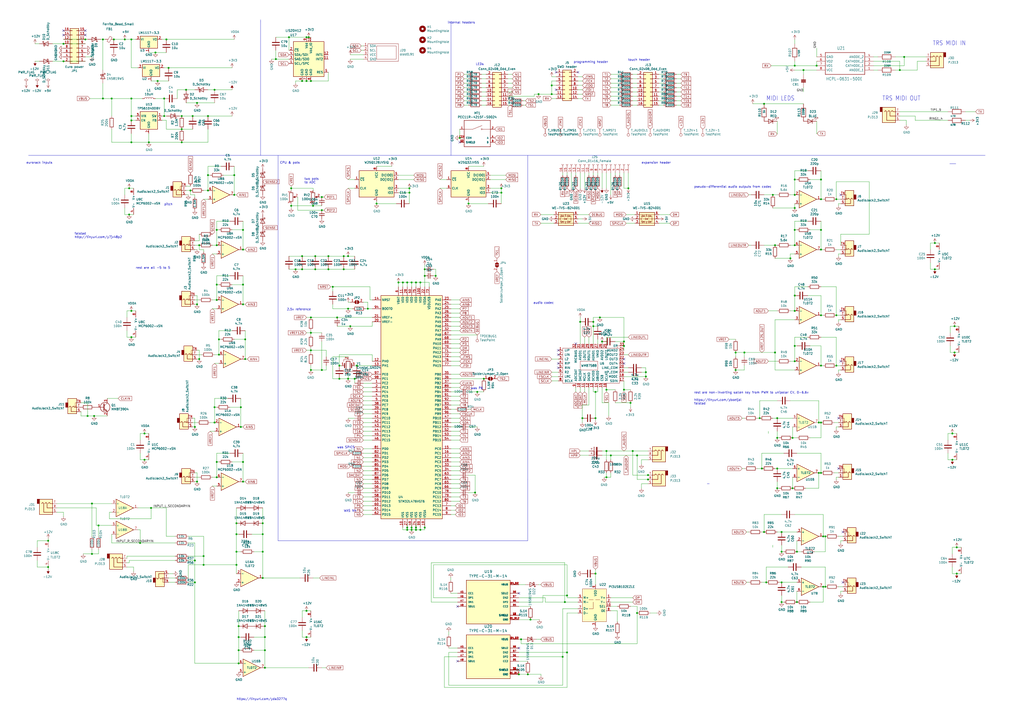
<source format=kicad_sch>
(kicad_sch (version 20231120) (generator "eeschema") (generator_version "8.0")
  (paper "A2")
  (junction (at 50.8 241.3))
  (junction (at 458.47 149.86))
  (junction (at 81.28 314.96))
  (junction (at 127 196.85))
  (junction (at 190.5 156.21))
  (junction (at 186.69 114.3))
  (junction (at 476.25 133.35))
  (junction (at 76.2 180.34))
  (junction (at 476.25 182.88))
  (junction (at 290.83 109.22))
  (junction (at 125.73 133.35))
  (junction (at 453.39 320.04))
  (junction (at 142.24 208.28))
  (junction (at 307.721 359.41))
  (junction (at 236.22 306.07))
  (junction (at 524.51 33.02))
  (junction (at 201.93 148.59))
  (junction (at 179.07 21.59))
  (junction (at 374.65 215.9))
  (junction (at 27.94 328.93))
  (junction (at 160.02 34.29))
  (junction (at 57.15 304.8))
  (junction (at 246.38 160.02))
  (junction (at 180.34 46.99))
  (junction (at 180.34 214.63))
  (junction (at 361.95 226.06))
  (junction (at 36.83 35.56))
  (junction (at 476.25 274.32))
  (junction (at 195.58 184.15))
  (junction (at 205.74 219.71))
  (junction (at 365.76 233.68))
  (junction (at 96.52 22.86))
  (junction (at 345.44 332.74))
  (junction (at 354.33 264.16))
  (junction (at 459.74 254))
  (junction (at 153.67 369.57))
  (junction (at 153.67 377.19))
  (junction (at 326.39 381))
  (junction (at 113.03 325.12))
  (junction (at 199.39 148.59))
  (junction (at 236.22 307.34))
  (junction (at 461.01 171.45))
  (junction (at 449.58 204.47))
  (junction (at 462.28 320.04))
  (junction (at 554.99 332.74))
  (junction (at 114.3 59.69))
  (junction (at 243.84 307.34))
  (junction (at 53.34 321.31))
  (junction (at 138.43 363.22))
  (junction (at 238.76 306.07))
  (junction (at 276.86 227.33))
  (junction (at 186.69 121.92))
  (junction (at 553.72 204.47))
  (junction (at 461.01 113.03))
  (junction (at 125.73 173.99))
  (junction (at 213.36 179.07))
  (junction (at 306.197 391.16))
  (junction (at 120.65 110.49))
  (junction (at 115.57 208.28))
  (junction (at 175.26 46.99))
  (junction (at 477.52 340.36))
  (junction (at 124.46 245.11))
  (junction (at 90.17 30.48))
  (junction (at 450.85 242.57))
  (junction (at 125.73 142.24))
  (junction (at 461.01 38.1))
  (junction (at 66.04 22.86))
  (junction (at 542.29 140.97))
  (junction (at 485.14 212.09))
  (junction (at 167.64 21.59))
  (junction (at 337.82 242.57))
  (junction (at 140.97 144.78))
  (junction (at 443.23 60.198))
  (junction (at 171.45 156.21))
  (junction (at 349.25 198.12))
  (junction (at 552.45 251.46))
  (junction (at 137.16 303.53))
  (junction (at 27.94 313.69))
  (junction (at 328.93 378.46))
  (junction (at 76.2 82.55))
  (junction (at 177.8 369.57))
  (junction (at 231.14 163.83))
  (junction (at 91.44 46.99))
  (junction (at 553.72 189.23))
  (junction (at 237.49 109.22))
  (junction (at 450.85 254))
  (junction (at 552.45 266.7))
  (junction (at 125.73 165.1))
  (junction (at 140.97 133.35))
  (junction (at 177.8 46.99))
  (junction (at 367.03 261.62))
  (junction (at 196.85 219.71))
  (junction (at 238.76 307.34))
  (junction (at 59.69 57.15))
  (junction (at 110.49 110.49))
  (junction (at 462.28 349.25))
  (junction (at 118.11 327.66))
  (junction (at 241.3 163.83))
  (junction (at 237.49 111.76))
  (junction (at 53.34 292.1))
  (junction (at 476.25 245.11))
  (junction (at 175.26 148.59))
  (junction (at 485.14 182.88))
  (junction (at 180.34 193.04))
  (junction (at 186.69 214.63))
  (junction (at 137.16 309.88))
  (junction (at 461.01 200.66))
  (junction (at 478.79 340.36))
  (junction (at 111.76 67.31))
  (junction (at 369.57 264.16))
  (junction (at 312.42 54.61))
  (junction (at 450.85 283.21))
  (junction (at 351.79 261.62))
  (junction (at 182.88 156.21))
  (junction (at 125.73 267.97))
  (junction (at 361.95 200.66))
  (junction (at 461.01 180.34))
  (junction (at 218.44 118.11))
  (junction (at 114.3 176.53))
  (junction (at 105.41 82.55))
  (junction (at 476.25 104.14))
  (junction (at 461.01 133.35))
  (junction (at 76.2 57.15))
  (junction (at 54.61 241.3))
  (junction (at 459.74 283.21))
  (junction (at 127 205.74))
  (junction (at 180.34 184.15))
  (junction (at 59.69 22.86))
  (junction (at 271.78 118.11))
  (junction (at 86.36 82.55))
  (junction (at 152.4 303.53))
  (junction (at 280.67 219.71))
  (junction (at 97.79 39.37))
  (junction (at 473.71 38.1))
  (junction (at 448.31 113.03))
  (junction (at 201.93 219.71))
  (junction (at 449.58 142.24))
  (junction (at 114.3 279.4))
  (junction (at 177.8 354.33))
  (junction (at 105.41 74.93))
  (junction (at 87.63 294.64))
  (junction (at 426.72 204.47))
  (junction (at 125.73 276.86))
  (junction (at 426.72 214.63))
  (junction (at 76.2 67.31))
  (junction (at 246.38 156.21))
  (junction (at 345.44 227.33))
  (junction (at 76.2 69.85))
  (junction (at 444.5 337.82))
  (junction (at 199.39 156.21))
  (junction (at 153.67 387.35))
  (junction (at 113.03 247.65))
  (junction (at 453.39 308.61))
  (junction (at 138.43 384.81))
  (junction (at 76.2 195.58))
  (junction (at 105.41 67.31))
  (junction (at 152.4 309.88))
  (junction (at 95.25 67.31))
  (junction (at 345.44 242.57))
  (junction (at 466.09 40.64))
  (junction (at 474.98 274.32))
  (junction (at 201.93 179.07))
  (junction (at 431.8 204.47))
  (junction (at 243.84 163.83))
  (junction (at 320.04 54.61))
  (junction (at 461.01 209.55))
  (junction (at 203.2 189.23))
  (junction (at 76.2 22.86))
  (junction (at 246.38 306.07))
  (junction (at 554.99 317.5))
  (junction (at 139.7 247.65))
  (junction (at 485.14 115.57))
  (junction (at 72.39 22.86))
  (junction (at 64.77 57.15))
  (junction (at 474.98 245.11))
  (junction (at 83.82 266.7))
  (junction (at 461.01 142.24))
  (junction (at 137.16 327.66))
  (junction (at 450.85 271.78))
  (junction (at 83.82 251.46))
  (junction (at 153.67 363.22))
  (junction (at 137.16 320.04))
  (junction (at 364.49 109.22))
  (junction (at 521.97 40.64))
  (junction (at 175.26 156.21))
  (junction (at 181.61 119.38))
  (junction (at 453.39 337.82))
  (junction (at 369.57 355.6))
  (junction (at 152.4 320.04))
  (junction (at 361.95 198.12))
  (junction (at 351.79 226.06))
  (junction (at 36.83 25.4))
  (junction (at 113.03 337.82))
  (junction (at 375.92 278.13))
  (junction (at 290.83 111.76))
  (junction (at 138.43 377.19))
  (junction (at 168.91 119.38))
  (junction (at 320.04 49.53))
  (junction (at 180.34 203.2))
  (junction (at 182.88 148.59))
  (junction (at 115.57 142.24))
  (junction (at 152.4 335.28))
  (junction (at 252.73 160.02))
  (junction (at 443.23 308.61))
  (junction (at 266.7 80.01))
  (junction (at 236.22 163.83))
  (junction (at 120.65 67.31))
  (junction (at 177.8 21.59))
  (junction (at 135.89 113.03))
  (junction (at 477.52 311.15))
  (junction (at 327.66 349.25))
  (junction (at 74.93 124.46))
  (junction (at 135.89 101.6))
  (junction (at 347.98 184.15))
  (junction (at 207.01 212.09))
  (junction (at 542.29 156.21))
  (junction (at 275.59 285.75))
  (junction (at 140.97 165.1))
  (junction (at 344.17 186.69))
  (junction (at 124.46 236.22))
  (junction (at 344.17 189.23))
  (junction (at 74.93 109.22))
  (junction (at 238.76 163.83))
  (junction (at 107.95 52.07))
  (junction (at 478.79 311.15))
  (junction (at 196.85 212.09))
  (junction (at 453.39 349.25))
  (junction (at 140.97 176.53))
  (junction (at 300.99 391.16))
  (junction (at 139.7 236.22))
  (junction (at 138.43 369.57))
  (junction (at 328.93 345.44))
  (junction (at 440.69 242.57))
  (junction (at 142.24 196.85))
  (junction (at 351.79 276.86))
  (junction (at 95.25 57.15))
  (junction (at 375.92 275.59))
  (junction (at 374.65 218.44))
  (junction (at 461.01 104.14))
  (junction (at 118.11 322.58))
  (junction (at 124.46 52.07))
  (junction (at 461.01 120.65))
  (junction (at 140.97 267.97))
  (junction (at 476.25 144.78))
  (junction (at 241.3 307.34))
  (junction (at 336.55 186.69))
  (junction (at 49.53 22.86))
  (junction (at 241.3 306.07))
  (junction (at 476.25 115.57))
  (junction (at 193.04 166.37))
  (junction (at 233.68 163.83))
  (junction (at 140.97 279.4))
  (junction (at 441.96 271.78))
  (junction (at 190.5 148.59))
  (junction (at 302.26 370.84))
  (junction (at 476.25 212.09))
  (junction (at 120.65 101.6))
  (junction (at 168.91 109.22))
  (no_connect (at 488.95 337.82))
  (no_connect (at 266.7 82.55))
  (no_connect (at 36.83 17.78))
  (no_connect (at 487.68 113.03))
  (no_connect (at 36.83 20.32))
  (no_connect (at 265.43 383.54))
  (no_connect (at 361.95 208.28))
  (no_connect (at 49.53 17.78))
  (no_connect (at 322.58 52.07))
  (no_connect (at 486.41 242.57))
  (no_connect (at 265.43 351.79))
  (no_connect (at 488.95 308.61))
  (no_connect (at 334.01 199.39))
  (no_connect (at 322.58 41.91))
  (no_connect (at 300.99 344.17))
  (no_connect (at 487.68 209.55))
  (no_connect (at 323.85 205.74))
  (no_connect (at 486.41 271.78))
  (no_connect (at 300.99 375.92))
  (no_connect (at 323.85 213.36))
  (no_connect (at 49.53 20.32))
  (no_connect (at 361.95 210.82))
  (no_connect (at 323.85 210.82))
  (no_connect (at 487.68 180.34))
  (no_connect (at 335.28 41.91))
  (no_connect (at 323.85 203.2))
  (wire (pts (xy 313.69 129.54) (xy 321.31 129.54)))
  (wire (pts (xy 120.65 96.52) (xy 120.65 101.6)))
  (wire (pts (xy 361.95 100.33) (xy 361.95 109.22)))
  (wire (pts (xy 210.82 273.05) (xy 215.9 273.05)))
  (wire (pts (xy 382.27 53.34) (xy 384.81 53.34)))
  (wire (pts (xy 461.01 209.55) (xy 461.01 200.66)))
  (wire (pts (xy 241.3 307.34) (xy 243.84 307.34)))
  (wire (pts (xy 53.34 318.77) (xy 53.34 321.31)))
  (wire (pts (xy 153.67 387.35) (xy 179.07 387.35)))
  (wire (pts (xy 125.73 173.99) (xy 125.73 165.1)))
  (wire (pts (xy 97.79 337.82) (xy 101.6 337.82)))
  (wire (pts (xy 261.62 196.85) (xy 266.7 196.85)))
  (wire (pts (xy 553.72 204.47) (xy 551.18 204.47)))
  (wire (pts (xy 140.97 165.1) (xy 140.97 176.53)))
  (wire (pts (xy 123.19 142.24) (xy 125.73 142.24)))
  (wire (pts (xy 562.61 69.85) (xy 560.07 69.85)) (stroke (width 0.1524)))
  (wire (pts (xy 261.62 176.53) (xy 266.7 176.53)))
  (wire (pts (xy 76.2 67.31) (xy 76.2 57.15)))
  (wire (pts (xy 210.82 242.57) (xy 215.9 242.57)))
  (wire (pts (xy 485.14 212.09) (xy 487.68 212.09)))
  (wire (pts (xy 251.46 346.71) (xy 251.46 327.66)))
  (wire (pts (xy 142.24 279.4) (xy 140.97 279.4)))
  (wire (pts (xy 372.11 269.24) (xy 372.11 266.7)))
  (wire (pts (xy 466.09 40.64) (xy 473.71 40.64)) (stroke (width 0.1524)))
  (wire (pts (xy 76.2 195.58) (xy 78.74 195.58)))
  (wire (pts (xy 434.34 142.24) (xy 435.61 142.24)))
  (wire (pts (xy 462.28 313.69) (xy 462.28 320.04)))
  (wire (pts (xy 486.41 214.63) (xy 486.41 215.9)))
  (wire (pts (xy 213.36 179.07) (xy 215.9 179.07)))
  (wire (pts (xy 326.39 353.06) (xy 326.39 381)))
  (wire (pts (xy 313.817 392.049) (xy 313.817 391.16)))
  (wire (pts (xy 113.03 274.32) (xy 114.3 274.32)))
  (wire (pts (xy 394.97 48.26) (xy 392.43 48.26)))
  (wire (pts (xy 344.17 199.39) (xy 344.17 189.23)))
  (wire (pts (xy 175.26 369.57) (xy 175.26 365.76)))
  (wire (pts (xy 125.73 128.27) (xy 125.73 133.35)))
  (wire (pts (xy 328.93 345.44) (xy 328.93 346.71)))
  (wire (pts (xy 118.11 110.49) (xy 120.65 110.49)))
  (wire (pts (xy 351.79 199.39) (xy 351.79 195.58)))
  (wire (pts (xy 461.01 120.65) (xy 461.01 118.11)))
  (wire (pts (xy 64.77 82.55) (xy 76.2 82.55)))
  (wire (pts (xy 113.03 139.7) (xy 115.57 139.7)))
  (wire (pts (xy 487.68 214.63) (xy 486.41 214.63)))
  (wire (pts (xy 261.62 186.69) (xy 266.7 186.69)))
  (wire (pts (xy 114.3 144.78) (xy 113.03 144.78)))
  (wire (pts (xy 210.82 275.59) (xy 215.9 275.59)))
  (wire (pts (xy 476.25 200.66) (xy 476.25 212.09)))
  (wire (pts (xy 458.47 180.34) (xy 461.01 180.34)))
  (wire (pts (xy 356.87 100.33) (xy 356.87 101.6)))
  (wire (pts (xy 487.68 147.32) (xy 486.41 147.32)))
  (wire (pts (xy 138.43 369.57) (xy 139.7 369.57)))
  (wire (pts (xy 486.41 340.36) (xy 488.95 340.36)))
  (wire (pts (xy 186.69 214.63) (xy 180.34 214.63)))
  (wire (pts (xy 369.57 53.34) (xy 367.03 53.34)))
  (wire (pts (xy 185.42 114.3) (xy 186.69 114.3)))
  (wire (pts (xy 111.76 74.93) (xy 105.41 74.93)))
  (wire (pts (xy 246.38 156.21) (xy 246.38 153.67)))
  (wire (pts (xy 468.63 195.58) (xy 461.01 195.58)))
  (polyline (pts (xy 261.62 90.17) (xy 261.62 12.7)))
  (wire (pts (xy 113.03 52.07) (xy 107.95 52.07)))
  (wire (pts (xy 551.18 204.47) (xy 551.18 200.66)))
  (wire (pts (xy 336.55 264.16) (xy 341.63 264.16)))
  (wire (pts (xy 109.22 113.03) (xy 107.95 113.03)))
  (wire (pts (xy 441.96 271.78) (xy 439.42 271.78)))
  (wire (pts (xy 521.97 35.56) (xy 521.97 40.64)) (stroke (width 0.1524)))
  (wire (pts (xy 137.16 309.88) (xy 137.16 303.53)))
  (wire (pts (xy 313.69 124.46) (xy 321.31 124.46)))
  (wire (pts (xy 474.98 283.21) (xy 474.98 274.32)))
  (wire (pts (xy 431.8 271.78) (xy 430.53 271.78)))
  (wire (pts (xy 203.2 175.26) (xy 201.93 175.26)))
  (wire (pts (xy 210.82 262.89) (xy 215.9 262.89)))
  (wire (pts (xy 453.39 308.61) (xy 462.28 308.61)))
  (wire (pts (xy 554.99 317.5) (xy 557.53 317.5)))
  (wire (pts (xy 261.62 262.89) (xy 266.7 262.89)))
  (wire (pts (xy 186.69 114.3) (xy 187.96 114.3)))
  (wire (pts (xy 345.44 227.33) (xy 345.44 242.57)))
  (wire (pts (xy 109.22 335.28) (xy 109.22 327.66)))
  (wire (pts (xy 124.46 210.82) (xy 127 210.82)))
  (wire (pts (xy 128.27 96.52) (xy 120.65 96.52)))
  (wire (pts (xy 519.43 40.64) (xy 521.97 40.64)) (stroke (width 0.1524)))
  (wire (pts (xy 180.34 193.04) (xy 177.8 193.04)))
  (wire (pts (xy 33.02 294.64) (xy 55.88 294.64)))
  (wire (pts (xy 394.97 58.42) (xy 392.43 58.42)))
  (wire (pts (xy 177.8 184.15) (xy 180.34 184.15)))
  (wire (pts (xy 297.18 45.72) (xy 294.64 45.72)))
  (wire (pts (xy 168.91 109.22) (xy 168.91 110.49)))
  (wire (pts (xy 261.62 199.39) (xy 266.7 199.39)))
  (wire (pts (xy 109.22 322.58) (xy 118.11 322.58)))
  (wire (pts (xy 450.85 242.57) (xy 459.74 242.57)))
  (wire (pts (xy 539.75 140.97) (xy 542.29 140.97)))
  (wire (pts (xy 369.57 264.16) (xy 369.57 278.13)))
  (wire (pts (xy 137.16 332.74) (xy 137.16 327.66)))
  (wire (pts (xy 81.28 251.46) (xy 83.82 251.46)))
  (wire (pts (xy 233.68 307.34) (xy 233.68 306.07)))
  (wire (pts (xy 443.23 298.45) (xy 443.23 308.61)))
  (wire (pts (xy 96.52 30.48) (xy 90.17 30.48)))
  (wire (pts (xy 193.04 219.71) (xy 196.85 219.71)))
  (wire (pts (xy 449.58 204.47) (xy 449.58 185.42)))
  (wire (pts (xy 322.58 44.45) (xy 320.04 44.45)))
  (wire (pts (xy 172.72 114.3) (xy 172.72 121.92)))
  (wire (pts (xy 335.28 129.54) (xy 341.63 129.54)))
  (wire (pts (xy 73.66 322.58) (xy 101.6 322.58)))
  (wire (pts (xy 345.44 332.74) (xy 345.44 339.09)))
  (wire (pts (xy 97.79 332.74) (xy 100.33 332.74)))
  (wire (pts (xy 236.22 307.34) (xy 233.68 307.34)))
  (wire (pts (xy 363.22 129.54) (xy 368.3 129.54)))
  (wire (pts (xy 129.54 101.6) (xy 135.89 101.6)))
  (wire (pts (xy 551.18 193.04) (xy 551.18 189.23)))
  (wire (pts (xy 261.62 173.99) (xy 266.7 173.99)))
  (wire (pts (xy 210.82 255.27) (xy 215.9 255.27)))
  (wire (pts (xy 461.01 298.45) (xy 477.52 298.45)))
  (wire (pts (xy 261.62 209.55) (xy 266.7 209.55)))
  (wire (pts (xy 205.74 212.09) (xy 207.01 212.09)))
  (wire (pts (xy 63.5 297.18) (xy 64.77 297.18)))
  (wire (pts (xy 171.45 156.21) (xy 175.26 156.21)))
  (wire (pts (xy 210.82 229.87) (xy 215.9 229.87)))
  (wire (pts (xy 382.27 58.42) (xy 384.81 58.42)))
  (wire (pts (xy 64.77 314.96) (xy 81.28 314.96)))
  (wire (pts (xy 281.94 43.18) (xy 279.4 43.18)))
  (wire (pts (xy 476.25 128.27) (xy 476.25 133.35)))
  (wire (pts (xy 127 191.77) (xy 127 196.85)))
  (wire (pts (xy 459.74 276.86) (xy 459.74 283.21)))
  (wire (pts (xy 382.27 129.54) (xy 388.62 129.54)))
  (wire (pts (xy 182.88 148.59) (xy 190.5 148.59)))
  (wire (pts (xy 358.14 360.68) (xy 358.14 354.33)))
  (wire (pts (xy 78.74 69.85) (xy 76.2 69.85)))
  (wire (pts (xy 36.83 22.86) (xy 49.53 22.86)))
  (wire (pts (xy 452.12 337.82) (xy 453.39 337.82)))
  (wire (pts (xy 364.49 100.33) (xy 364.49 109.22)))
  (wire (pts (xy 369.57 48.26) (xy 367.03 48.26)))
  (wire (pts (xy 271.78 247.65) (xy 276.86 247.65)))
  (wire (pts (xy 364.49 205.74) (xy 361.95 205.74)))
  (polyline (pts (xy 16.51 90.17) (xy 571.5 90.17)))
  (wire (pts (xy 367.03 275.59) (xy 367.03 261.62)))
  (wire (pts (xy 250.19 349.25) (xy 250.19 326.39)))
  (wire (pts (xy 195.58 184.15) (xy 215.9 184.15)))
  (wire (pts (xy 105.41 74.93) (xy 96.52 74.93)))
  (wire (pts (xy 450.85 271.78) (xy 459.74 271.78)))
  (wire (pts (xy 336.55 100.33) (xy 336.55 109.22)))
  (wire (pts (xy 307.721 359.41) (xy 300.99 359.41)))
  (wire (pts (xy 109.22 314.96) (xy 113.03 314.96)))
  (wire (pts (xy 265.43 349.25) (xy 250.19 349.25)))
  (wire (pts (xy 453.39 298.45) (xy 443.23 298.45)))
  (wire (pts (xy 473.71 33.02) (xy 473.71 27.94)) (stroke (width 0.1524)))
  (wire (pts (xy 210.82 270.51) (xy 215.9 270.51)))
  (wire (pts (xy 461.01 128.27) (xy 461.01 133.35)))
  (wire (pts (xy 74.93 124.46) (xy 77.47 124.46)))
  (wire (pts (xy 152.4 303.53) (xy 152.4 309.88)))
  (wire (pts (xy 335.28 353.06) (xy 326.39 353.06)))
  (wire (pts (xy 350.52 276.86) (xy 351.79 276.86)))
  (wire (pts (xy 382.27 124.46) (xy 388.62 124.46)))
  (wire (pts (xy 30.48 35.56) (xy 36.83 35.56)))
  (wire (pts (xy 201.93 219.71) (xy 201.93 217.17)))
  (wire (pts (xy 477.52 115.57) (xy 476.25 115.57)))
  (wire (pts (xy 458.47 209.55) (xy 461.01 209.55)))
  (wire (pts (xy 322.58 54.61) (xy 320.04 54.61)))
  (wire (pts (xy 73.66 195.58) (xy 76.2 195.58)))
  (wire (pts (xy 539.75 156.21) (xy 539.75 152.4)))
  (wire (pts (xy 210.82 222.25) (xy 215.9 222.25)))
  (wire (pts (xy 448.31 120.65) (xy 461.01 120.65)))
  (wire (pts (xy 218.44 118.11) (xy 229.87 118.11)))
  (wire (pts (xy 114.3 203.2) (xy 115.57 203.2)))
  (wire (pts (xy 487.68 118.11) (xy 486.41 118.11)))
  (wire (pts (xy 127 196.85) (xy 128.27 196.85)))
  (wire (pts (xy 261.62 219.71) (xy 280.67 219.71)))
  (wire (pts (xy 201.93 109.22) (xy 205.74 109.22)))
  (wire (pts (xy 123.19 276.86) (xy 125.73 276.86)))
  (wire (pts (xy 260.35 366.395) (xy 260.35 368.3)))
  (wire (pts (xy 336.55 261.62) (xy 341.63 261.62)))
  (wire (pts (xy 326.39 381) (xy 300.99 381)))
  (wire (pts (xy 113.03 173.99) (xy 115.57 173.99)))
  (wire (pts (xy 186.69 121.92) (xy 187.96 121.92)))
  (wire (pts (xy 101.6 311.15) (xy 96.52 311.15)))
  (wire (pts (xy 153.67 363.22) (xy 153.67 369.57)))
  (wire (pts (xy 236.22 306.07) (xy 236.22 307.34)))
  (wire (pts (xy 344.17 186.69) (xy 344.17 184.15)))
  (wire (pts (xy 77.47 328.93) (xy 73.66 328.93)))
  (wire (pts (xy 448.31 317.5) (xy 448.31 316.23)))
  (wire (pts (xy 138.43 369.57) (xy 138.43 363.22)))
  (wire (pts (xy 461.01 142.24) (xy 461.01 133.35)))
  (wire (pts (xy 365.76 351.79) (xy 369.57 351.79)))
  (wire (pts (xy 83.82 251.46) (xy 86.36 251.46)))
  (wire (pts (xy 485.14 144.78) (xy 487.68 144.78)))
  (wire (pts (xy 506.73 40.64) (xy 509.27 40.64)) (stroke (width 0.1524)))
  (wire (pts (xy 93.98 22.86) (xy 96.52 22.86)))
  (wire (pts (xy 443.23 60.198) (xy 466.09 60.198)) (stroke (width 0.1524)))
  (wire (pts (xy 356.87 198.12) (xy 361.95 198.12)))
  (wire (pts (xy 261.62 242.57) (xy 266.7 242.57)))
  (wire (pts (xy 261.62 288.29) (xy 266.7 288.29)))
  (wire (pts (xy 449.58 185.42) (xy 461.01 185.42)))
  (wire (pts (xy 458.47 149.86) (xy 458.47 147.32)))
  (wire (pts (xy 76.2 39.37) (xy 76.2 22.86)))
  (wire (pts (xy 52.07 57.15) (xy 59.69 57.15)))
  (wire (pts (xy 468.63 166.37) (xy 461.01 166.37)))
  (wire (pts (xy 53.34 33.02) (xy 49.53 33.02)))
  (wire (pts (xy 114.3 205.74) (xy 116.84 205.74)))
  (wire (pts (xy 72.39 22.86) (xy 76.2 22.86)))
  (wire (pts (xy 196.85 205.74) (xy 215.9 205.74)))
  (wire (pts (xy 271.78 53.34) (xy 269.24 53.34)))
  (wire (pts (xy 115.57 135.89) (xy 115.57 139.7)))
  (wire (pts (xy 506.73 38.1) (xy 524.51 38.1)) (stroke (width 0.1524)))
  (wire (pts (xy 111.76 67.31) (xy 120.65 67.31)))
  (wire (pts (xy 335.28 44.45) (xy 337.82 44.45)))
  (wire (pts (xy 137.16 327.66) (xy 137.16 320.04)))
  (wire (pts (xy 123.19 147.32) (xy 125.73 147.32)))
  (wire (pts (xy 96.52 67.31) (xy 95.25 67.31)))
  (wire (pts (xy 203.2 34.29) (xy 210.82 34.29)))
  (wire (pts (xy 476.25 171.45) (xy 476.25 182.88)))
  (wire (pts (xy 190.5 41.91) (xy 190.5 46.99)))
  (polyline (pts (xy 306.07 90.17) (xy 306.07 278.13)))
  (wire (pts (xy 180.34 46.99) (xy 177.8 46.99)))
  (wire (pts (xy 552.45 251.46) (xy 554.99 251.46)))
  (wire (pts (xy 300.99 383.54) (xy 306.197 383.54)))
  (wire (pts (xy 114.3 279.4) (xy 113.03 279.4)))
  (wire (pts (xy 118.11 322.58) (xy 118.11 327.66)))
  (wire (pts (xy 453.39 337.82) (xy 462.28 337.82)))
  (wire (pts (xy 476.25 274.32) (xy 474.98 274.32)))
  (wire (pts (xy 215.9 186.69) (xy 215.9 189.23)))
  (wire (pts (xy 447.294 38.1) (xy 461.01 38.1)))
  (wire (pts (xy 468.63 99.06) (xy 461.01 99.06)))
  (wire (pts (xy 316.23 346.71) (xy 300.99 346.71)))
  (wire (pts (xy 210.82 31.75) (xy 203.2 31.75)))
  (wire (pts (xy 384.81 45.72) (xy 382.27 45.72)))
  (wire (pts (xy 468.63 171.45) (xy 476.25 171.45)))
  (wire (pts (xy 468.63 128.27) (xy 461.01 128.27)))
  (wire (pts (xy 167.64 21.59) (xy 160.02 21.59)))
  (wire (pts (xy 453.39 320.04) (xy 454.66 320.04)))
  (wire (pts (xy 367.03 60.96) (xy 369.57 60.96)))
  (wire (pts (xy 320.04 208.28) (xy 323.85 208.28)))
  (wire (pts (xy 336.55 224.79) (xy 336.55 227.33)))
  (wire (pts (xy 138.43 377.19) (xy 138.43 369.57)))
  (wire (pts (xy 486.41 247.65) (xy 485.14 247.65)))
  (wire (pts (xy 76.2 77.47) (xy 76.2 82.55)))
  (wire (pts (xy 478.79 320.04) (xy 478.79 311.15)))
  (wire (pts (xy 76.2 57.15) (xy 82.55 57.15)))
  (wire (pts (xy 448.31 242.57) (xy 450.85 242.57)))
  (wire (pts (xy 261.62 212.09) (xy 266.7 212.09)))
  (wire (pts (xy 124.46 52.07) (xy 120.65 52.07)))
  (wire (pts (xy 107.95 107.95) (xy 110.49 107.95)))
  (wire (pts (xy 440.69 232.41) (xy 440.69 242.57)))
  (wire (pts (xy 450.85 232.41) (xy 440.69 232.41)))
  (wire (pts (xy 210.82 293.37) (xy 215.9 293.37)))
  (wire (pts (xy 279.4 50.8) (xy 281.94 50.8)))
  (wire (pts (xy 190.5 148.59) (xy 199.39 148.59)))
  (wire (pts (xy 97.79 335.28) (xy 101.6 335.28)))
  (wire (pts (xy 349.25 224.79) (xy 349.25 233.68)))
  (wire (pts (xy 351.79 226.06) (xy 351.79 224.79)))
  (wire (pts (xy 461.01 40.64) (xy 466.09 40.64)) (stroke (width 0.1524)))
  (wire (pts (xy 339.09 100.33) (xy 339.09 109.22)))
  (wire (pts (xy 118.11 144.78) (xy 118.11 146.05)))
  (wire (pts (xy 20.32 25.4) (xy 22.86 25.4)))
  (wire (pts (xy 123.19 173.99) (xy 125.73 173.99)))
  (wire (pts (xy 237.49 111.76) (xy 237.49 118.11)))
  (wire (pts (xy 196.85 219.71) (xy 201.93 219.71)))
  (wire (pts (xy 180.34 203.2) (xy 180.34 201.93)))
  (wire (pts (xy 76.2 180.34) (xy 78.74 180.34)))
  (wire (pts (xy 426.72 214.63) (xy 431.8 214.63)))
  (wire (pts (xy 553.72 189.23) (xy 556.26 189.23)))
  (wire (pts (xy 449.58 149.86) (xy 458.47 149.86)))
  (wire (pts (xy 441.96 262.89) (xy 441.96 271.78)))
  (wire (pts (xy 346.71 189.23) (xy 344.17 189.23)))
  (wire (pts (xy 549.91 251.46) (xy 552.45 251.46)))
  (wire (pts (xy 215.9 205.74) (xy 215.9 209.55)))
  (wire (pts (xy 133.35 262.89) (xy 125.73 262.89)))
  (wire (pts (xy 180.34 203.2) (xy 177.8 203.2)))
  (wire (pts (xy 279.4 55.88) (xy 281.94 55.88)))
  (wire (pts (xy 349.25 261.62) (xy 351.79 261.62)))
  (wire (pts (xy 81.28 307.34) (xy 81.28 314.96)))
  (wire (pts (xy 218.44 96.52) (xy 227.33 96.52)))
  (wire (pts (xy 445.77 209.55) (xy 450.85 209.55)))
  (wire (pts (xy 458.47 147.32) (xy 461.01 147.32)))
  (wire (pts (xy 281.94 58.42) (xy 279.4 58.42)))
  (wire (pts (xy 113.03 142.24) (xy 115.57 142.24)))
  (wire (pts (xy 121.92 250.19) (xy 124.46 250.19)))
  (wire (pts (xy 96.52 74.93) (xy 96.52 69.85)))
  (wire (pts (xy 95.25 67.31) (xy 93.98 67.31)))
  (wire (pts (xy 351.79 261.62) (xy 367.03 261.62)))
  (wire (pts (xy 81.28 266.7) (xy 83.82 266.7)))
  (wire (pts (xy 167.64 156.21) (xy 171.45 156.21)))
  (wire (pts (xy 255.27 104.14) (xy 259.08 104.14)))
  (wire (pts (xy 257.81 381) (xy 257.81 398.78)))
  (wire (pts (xy 354.33 43.18) (xy 359.41 43.18)))
  (wire (pts (xy 181.61 119.38) (xy 181.61 118.11)))
  (wire (pts (xy 328.93 346.71) (xy 335.28 346.71)))
  (wire (pts (xy 351.79 226.06) (xy 356.87 226.06)))
  (wire (pts (xy 152.4 320.04) (xy 147.32 320.04)))
  (wire (pts (xy 143.51 208.28) (xy 142.24 208.28)))
  (wire (pts (xy 487.68 313.69) (xy 487.68 314.96)))
  (wire (pts (xy 271.78 275.59) (xy 275.59 275.59)))
  (wire (pts (xy 369.57 58.42) (xy 367.03 58.42)))
  (wire (pts (xy 175.26 156.21) (xy 182.88 156.21)))
  (wire (pts (xy 260.35 378.46) (xy 260.35 397.51)))
  (wire (pts (xy 81.28 255.27) (xy 81.28 251.46)))
  (wire (pts (xy 485.14 276.86) (xy 485.14 278.13)))
  (wire (pts (xy 53.34 292.1) (xy 64.77 292.1)))
  (wire (pts (xy 392.43 45.72) (xy 394.97 45.72)))
  (polyline (pts (xy 151.13 12.7) (xy 151.13 11.43)))
  (wire (pts (xy 124.46 231.14) (xy 124.46 236.22)))
  (wire (pts (xy 237.49 109.22) (xy 231.14 109.22)))
  (wire (pts (xy 180.34 191.77) (xy 180.34 193.04)))
  (wire (pts (xy 361.95 184.15) (xy 347.98 184.15)))
  (wire (pts (xy 359.41 55.88) (xy 354.33 55.88)))
  (wire (pts (xy 486.41 118.11) (xy 486.41 119.38)))
  (wire (pts (xy 337.82 242.57) (xy 337.82 245.11)))
  (wire (pts (xy 201.93 148.59) (xy 205.74 148.59)))
  (wire (pts (xy 175.26 358.14) (xy 175.26 354.33)))
  (wire (pts (xy 426.72 207.01) (xy 426.72 204.47)))
  (wire (pts (xy 552.45 321.31) (xy 552.45 317.5)))
  (wire (pts (xy 302.26 373.38) (xy 302.26 370.84)))
  (wire (pts (xy 137.16 320.04) (xy 137.16 309.88)))
  (wire (pts (xy 46.99 233.68) (xy 50.8 233.68)))
  (wire (pts (xy 349.25 198.12) (xy 349.25 199.39)))
  (wire (pts (xy 246.38 303.53) (xy 246.38 306.07)))
  (wire (pts (xy 96.52 294.64) (xy 87.63 294.64)))
  (wire (pts (xy 87.63 300.99) (xy 63.5 300.99)))
  (polyline (pts (xy 161.29 90.17) (xy 161.29 313.69)))
  (wire (pts (xy 300.99 378.46) (xy 328.93 378.46)))
  (wire (pts (xy 115.57 203.2) (xy 115.57 208.28)))
  (wire (pts (xy 125.73 160.02) (xy 125.73 165.1)))
  (wire (pts (xy 139.7 236.22) (xy 139.7 247.65)))
  (wire (pts (xy 140.97 247.65) (xy 139.7 247.65)))
  (wire (pts (xy 231.14 163.83) (xy 233.68 163.83)))
  (wire (pts (xy 307.721 351.79) (xy 300.99 351.79)))
  (wire (pts (xy 135.89 96.52) (xy 135.89 101.6)))
  (wire (pts (xy 361.95 200.66) (xy 361.95 203.2)))
  (wire (pts (xy 105.41 67.31) (xy 111.76 67.31)))
  (wire (pts (xy 210.82 232.41) (xy 215.9 232.41)))
  (wire (pts (xy 485.14 195.58) (xy 485.14 212.09)))
  (wire (pts (xy 261.62 260.35) (xy 266.7 260.35)))
  (wire (pts (xy 177.8 369.57) (xy 175.26 369.57)))
  (wire (pts (xy 312.42 54.61) (xy 320.04 54.61)))
  (wire (pts (xy 444.5 328.93) (xy 444.5 337.82)))
  (wire (pts (xy 467.36 283.21) (xy 474.98 283.21)))
  (wire (pts (xy 95.25 39.37) (xy 97.79 39.37)))
  (wire (pts (xy 474.98 232.41) (xy 474.98 245.11)))
  (wire (pts (xy 114.3 171.45) (xy 114.3 176.53)))
  (wire (pts (xy 524.51 33.02) (xy 519.43 33.02)) (stroke (width 0.1524)))
  (wire (pts (xy 68.58 231.14) (xy 62.23 231.14)))
  (wire (pts (xy 210.82 280.67) (xy 215.9 280.67)))
  (wire (pts (xy 384.81 60.96) (xy 382.27 60.96)))
  (wire (pts (xy 64.77 309.88) (xy 64.77 314.96)))
  (wire (pts (xy 478.79 340.36) (xy 477.52 340.36)))
  (wire (pts (xy 167.64 34.29) (xy 160.02 34.29)))
  (wire (pts (xy 369.57 355.6) (xy 369.57 373.38)))
  (wire (pts (xy 182.88 156.21) (xy 190.5 156.21)))
  (wire (pts (xy 210.82 290.83) (xy 215.9 290.83)))
  (wire (pts (xy 246.38 306.07) (xy 246.38 307.34)))
  (wire (pts (xy 382.27 48.26) (xy 384.81 48.26)))
  (wire (pts (xy 441.96 262.89) (xy 454.66 262.89)))
  (wire (pts (xy 261.62 179.07) (xy 266.7 179.07)))
  (wire (pts (xy 167.64 148.59) (xy 175.26 148.59)))
  (wire (pts (xy 123.19 281.94) (xy 125.73 281.94)))
  (wire (pts (xy 118.11 115.57) (xy 120.65 115.57)))
  (wire (pts (xy 300.99 391.16) (xy 306.197 391.16)))
  (wire (pts (xy 353.06 233.68) (xy 353.06 241.3)))
  (wire (pts (xy 120.65 74.93) (xy 120.65 82.55)))
  (wire (pts (xy 487.68 342.9) (xy 487.68 344.17)))
  (wire (pts (xy 210.82 245.11) (xy 215.9 245.11)))
  (wire (pts (xy 125.73 267.97) (xy 127 267.97)))
  (wire (pts (xy 233.68 166.37) (xy 233.68 163.83)))
  (wire (pts (xy 461.01 195.58) (xy 461.01 200.66)))
  (wire (pts (xy 464.82 328.93) (xy 478.79 328.93)))
  (wire (pts (xy 114.3 59.69) (xy 124.46 59.69)))
  (wire (pts (xy 346.71 100.33) (xy 346.71 101.6)))
  (wire (pts (xy 86.36 30.48) (xy 90.17 30.48)))
  (wire (pts (xy 359.41 60.96) (xy 354.33 60.96)))
  (wire (pts (xy 303.53 60.96) (xy 304.8 60.96)))
  (wire (pts (xy 210.82 260.35) (xy 215.9 260.35)))
  (wire (pts (xy 261.62 234.95) (xy 266.7 234.95)))
  (wire (pts (xy 180.34 204.47) (xy 180.34 203.2)))
  (wire (pts (xy 269.24 50.8) (xy 271.78 50.8)))
  (wire (pts (xy 177.8 354.33) (xy 180.34 354.33)))
  (wire (pts (xy 450.85 70.358) (xy 450.85 77.724)) (stroke (width 0.1524)))
  (wire (pts (xy 261.493 335.026) (xy 261.493 336.55)))
  (wire (pts (xy 36.83 297.18) (xy 33.02 297.18)))
  (wire (pts (xy 461.01 171.45) (xy 461.01 180.34)))
  (wire (pts (xy 146.05 309.88) (xy 152.4 309.88)))
  (wire (pts (xy 76.2 39.37) (xy 80.01 39.37)))
  (wire (pts (xy 462.28 320.04) (xy 464.82 320.04)))
  (wire (pts (xy 125.73 165.1) (xy 127 165.1)))
  (wire (pts (xy 461.01 38.1) (xy 461.01 35.56)) (stroke (width 0.1524)))
  (wire (pts (xy 231.14 111.76) (xy 237.49 111.76)))
  (wire (pts (xy 488.95 313.69) (xy 487.68 313.69)))
  (wire (pts (xy 109.22 325.12) (xy 113.03 325.12)))
  (wire (pts (xy 36.83 25.4) (xy 49.53 25.4)))
  (wire (pts (xy 290.83 118.11) (xy 290.83 111.76)))
  (wire (pts (xy 123.19 179.07) (xy 125.73 179.07)))
  (wire (pts (xy 485.14 247.65) (xy 485.14 248.92)))
  (wire (pts (xy 276.86 227.33) (xy 280.67 227.33)))
  (wire (pts (xy 487.68 185.42) (xy 486.41 185.42)))
  (wire (pts (xy 504.19 105.41) (xy 504.19 135.89)))
  (wire (pts (xy 140.97 128.27) (xy 140.97 133.35)))
  (wire (pts (xy 477.52 349.25) (xy 477.52 340.36)))
  (wire (pts (xy 314.96 345.44) (xy 328.93 345.44)))
  (wire (pts (xy 271.78 48.26) (xy 269.24 48.26)))
  (wire (pts (xy 544.83 156.21) (xy 542.29 156.21)))
  (wire (pts (xy 113.03 337.82) (xy 113.03 384.81)))
  (wire (pts (xy 556.26 204.47) (xy 553.72 204.47)))
  (wire (pts (xy 525.78 72.39) (xy 525.78 69.85)))
  (wire (pts (xy 469.9 349.25) (xy 477.52 349.25)))
  (wire (pts (xy 250.19 326.39) (xy 327.66 326.39)))
  (wire (pts (xy 180.34 212.09) (xy 180.34 214.63)))
  (wire (pts (xy 66.04 22.86) (xy 72.39 22.86)))
  (wire (pts (xy 461.01 104.14) (xy 462.28 104.14)))
  (wire (pts (xy 142.24 196.85) (xy 142.24 208.28)))
  (wire (pts (xy 261.62 232.41) (xy 266.7 232.41)))
  (wire (pts (xy 167.64 21.59) (xy 167.64 29.21)))
  (wire (pts (xy 251.46 346.71) (xy 265.43 346.71)))
  (wire (pts (xy 102.87 57.15) (xy 102.87 52.07)))
  (wire (pts (xy 488.95 342.9) (xy 487.68 342.9)))
  (wire (pts (xy 554.99 266.7) (xy 552.45 266.7)))
  (wire (pts (xy 320.04 54.61) (xy 320.04 49.53)))
  (wire (pts (xy 189.23 214.63) (xy 186.69 214.63)))
  (wire (pts (xy 210.82 288.29) (xy 215.9 288.29)))
  (wire (pts (xy 354.33 266.7) (xy 354.33 264.16)))
  (wire (pts (xy 59.69 57.15) (xy 64.77 57.15)))
  (wire (pts (xy 528.32 64.77) (xy 549.91 64.77)) (stroke (width 0.1524)))
  (wire (pts (xy 486.41 311.15) (xy 488.95 311.15)))
  (wire (pts (xy 335.28 124.46) (xy 341.63 124.46)))
  (wire (pts (xy 236.22 166.37) (xy 236.22 163.83)))
  (wire (pts (xy 261.62 267.97) (xy 266.7 267.97)))
  (wire (pts (xy 241.3 163.83) (xy 243.84 163.83)))
  (wire (pts (xy 337.82 234.95) (xy 341.63 234.95)))
  (wire (pts (xy 113.03 171.45) (xy 114.3 171.45)))
  (wire (pts (xy 300.99 339.09) (xy 304.8 339.09)))
  (wire (pts (xy 359.41 100.33) (xy 359.41 101.6)))
  (wire (pts (xy 180.34 184.15) (xy 195.58 184.15)))
  (wire (pts (xy 261.62 280.67) (xy 266.7 280.67)))
  (wire (pts (xy 271.78 43.18) (xy 269.24 43.18)))
  (wire (pts (xy 193.04 207.01) (xy 193.04 219.71)))
  (wire (pts (xy 114.3 176.53) (xy 113.03 176.53)))
  (wire (pts (xy 142.24 176.53) (xy 140.97 176.53)))
  (wire (pts (xy 261.62 191.77) (xy 266.7 191.77)))
  (wire (pts (xy 477.52 212.09) (xy 476.25 212.09)))
  (wire (pts (xy 243.84 163.83) (xy 248.92 163.83)))
  (wire (pts (xy 135.89 196.85) (xy 142.24 196.85)))
  (wire (pts (xy 237.49 109.22) (xy 237.49 111.76)))
  (wire (pts (xy 469.9 200.66) (xy 476.25 200.66)))
  (wire (pts (xy 367.03 261.62) (xy 375.92 261.62)))
  (wire (pts (xy 320.04 49.53) (xy 320.04 46.99)))
  (wire (pts (xy 236.22 307.34) (xy 238.76 307.34)))
  (wire (pts (xy 461.01 133.35) (xy 462.28 133.35)))
  (wire (pts (xy 81.28 262.89) (xy 81.28 266.7)))
  (wire (pts (xy 335.28 349.25) (xy 327.66 349.25)))
  (wire (pts (xy 171.45 46.99) (xy 171.45 48.26)))
  (wire (pts (xy 485.14 105.41) (xy 504.19 105.41)))
  (wire (pts (xy 21.59 328.93) (xy 27.94 328.93)))
  (wire (pts (xy 193.04 176.53) (xy 193.04 179.07)))
  (wire (pts (xy 238.76 303.53) (xy 238.76 306.07)))
  (wire (pts (xy 461.01 38.1) (xy 473.71 38.1)) (stroke (width 0.1524)))
  (wire (pts (xy 462.28 342.9) (xy 462.28 349.25)))
  (wire (pts (xy 109.22 311.15) (xy 118.11 311.15)))
  (wire (pts (xy 210.82 247.65) (xy 215.9 247.65)))
  (wire (pts (xy 326.39 397.51) (xy 326.39 381)))
  (wire (pts (xy 46.99 241.3) (xy 50.8 241.3)))
  (wire (pts (xy 444.5 337.82) (xy 441.96 337.82)))
  (wire (pts (xy 290.83 111.76) (xy 290.83 109.22)))
  (wire (pts (xy 309.88 54.61) (xy 312.42 54.61)))
  (wire (pts (xy 175.26 46.99) (xy 171.45 46.99)))
  (wire (pts (xy 443.23 142.24) (xy 449.58 142.24)))
  (wire (pts (xy 450.85 254) (xy 452.12 254)))
  (wire (pts (xy 521.97 64.77) (xy 528.32 64.77)))
  (wire (pts (xy 261.62 295.91) (xy 264.16 295.91)))
  (wire (pts (xy 449.58 204.47) (xy 449.58 214.63)))
  (wire (pts (xy 252.73 156.21) (xy 251.46 156.21)))
  (wire (pts (xy 152.4 335.28) (xy 173.99 335.28)))
  (wire (pts (xy 255.27 109.22) (xy 259.08 109.22)))
  (wire (pts (xy 372.11 283.21) (xy 372.11 280.67)))
  (wire (pts (xy 367.03 45.72) (xy 369.57 45.72)))
  (wire (pts (xy 238.76 163.83) (xy 241.3 163.83)))
  (wire (pts (xy 207.01 212.09) (xy 215.9 212.09)))
  (wire (pts (xy 294.64 55.88) (xy 309.88 55.88)))
  (wire (pts (xy 201.93 219.71) (xy 205.74 219.71)))
  (wire (pts (xy 339.09 199.39) (xy 339.09 195.58)))
  (wire (pts (xy 337.82 234.95) (xy 337.82 242.57)))
  (wire (pts (xy 111.76 242.57) (xy 113.03 242.57)))
  (wire (pts (xy 450.85 283.21) (xy 452.12 283.21)))
  (wire (pts (xy 266.7 222.25) (xy 261.62 222.25)))
  (wire (pts (xy 236.22 303.53) (xy 236.22 306.07)))
  (wire (pts (xy 450.85 308.61) (xy 453.39 308.61)))
  (wire (pts (xy 180.34 193.04) (xy 186.69 193.04)))
  (wire (pts (xy 300.863 391.16) (xy 300.99 391.16)))
  (wire (pts (xy 261.62 245.11) (xy 266.7 245.11)))
  (wire (pts (xy 486.41 147.32) (xy 486.41 148.59)))
  (wire (pts (xy 372.11 266.7) (xy 375.92 266.7)))
  (wire (pts (xy 476.25 104.14) (xy 476.25 115.57)))
  (wire (pts (xy 314.96 349.25) (xy 314.96 345.44)))
  (wire (pts (xy 453.39 345.44) (xy 453.39 349.25)))
  (wire (pts (xy 384.81 55.88) (xy 382.27 55.88)))
  (wire (pts (xy 485.14 166.37) (xy 485.14 182.88)))
  (wire (pts (xy 361.95 226.06) (xy 365.76 226.06)))
  (wire (pts (xy 327.66 326.39) (xy 327.66 349.25)))
  (wire (pts (xy 431.8 204.47) (xy 449.58 204.47)))
  (wire (pts (xy 246.38 166.37) (xy 246.38 160.02)))
  (wire (pts (xy 382.27 43.18) (xy 384.81 43.18)))
  (wire (pts (xy 261.62 204.47) (xy 266.7 204.47)))
  (wire (pts (xy 354.33 48.26) (xy 359.41 48.26)))
  (wire (pts (xy 458.47 232.41) (xy 474.98 232.41)))
  (wire (pts (xy 549.91 255.27) (xy 549.91 251.46)))
  (wire (pts (xy 477.52 144.78) (xy 476.25 144.78)))
  (wire (pts (xy 203.2 189.23) (xy 195.58 189.23)))
  (wire (pts (xy 261.62 250.19) (xy 266.7 250.19)))
  (wire (pts (xy 59.69 22.86) (xy 59.69 40.64)))
  (wire (pts (xy 50.8 241.3) (xy 54.61 241.3)))
  (wire (pts (xy 542.29 140.97) (xy 544.83 140.97)))
  (wire (pts (xy 349.25 264.16) (xy 354.33 264.16)))
  (wire (pts (xy 30.48 25.4) (xy 36.83 25.4)))
  (wire (pts (xy 294.64 58.42) (xy 295.91 58.42)))
  (wire (pts (xy 53.34 292.1) (xy 53.34 311.15)))
  (wire (pts (xy 334.01 100.33) (xy 334.01 101.6)))
  (wire (pts (xy 473.964 77.47) (xy 473.71 77.47)))
  (wire (pts (xy 271.78 237.49) (xy 273.05 237.49)))
  (wire (pts (xy 483.87 245.11) (xy 486.41 245.11)))
  (wire (pts (xy 524.51 33.02) (xy 537.21 33.02)) (stroke (width 0.1524)))
  (wire (pts (xy 261.62 217.17) (xy 266.7 217.17)))
  (wire (pts (xy 238.76 307.34) (xy 241.3 307.34)))
  (wire (pts (xy 64.77 74.93) (xy 64.77 82.55)))
  (wire (pts (xy 177.8 46.99) (xy 175.26 46.99)))
  (wire (pts (xy 236.22 163.83) (xy 238.76 163.83)))
  (wire (pts (xy 153.67 369.57) (xy 147.32 369.57)))
  (polyline (pts (xy 306.07 278.13) (xy 306.07 313.69)))
  (wire (pts (xy 81.28 307.34) (xy 80.01 307.34)))
  (wire (pts (xy 73.66 184.15) (xy 73.66 180.34)))
  (wire (pts (xy 344.17 100.33) (xy 344.17 101.6)))
  (wire (pts (xy 186.69 198.12) (xy 186.69 214.63)))
  (wire (pts (xy 138.43 377.19) (xy 139.7 377.19)))
  (wire (pts (xy 284.48 101.6) (xy 293.37 101.6)))
  (wire (pts (xy 209.55 26.67) (xy 210.82 26.67)))
  (wire (pts (xy 210.82 234.95) (xy 215.9 234.95)))
  (wire (pts (xy 233.68 163.83) (xy 236.22 163.83)))
  (wire (pts (xy 327.66 349.25) (xy 316.23 349.25)))
  (wire (pts (xy 210.82 227.33) (xy 215.9 227.33)))
  (wire (pts (xy 124.46 236.22) (xy 125.73 236.22)))
  (polyline (pts (xy 161.29 313.69) (xy 306.07 313.69)))
  (wire (pts (xy 354.33 351.79) (xy 358.14 351.79)))
  (wire (pts (xy 461.01 99.06) (xy 461.01 104.14)))
  (wire (pts (xy 181.61 119.38) (xy 186.69 119.38)))
  (wire (pts (xy 354.33 50.8) (xy 359.41 50.8)))
  (wire (pts (xy 261.62 270.51) (xy 266.7 270.51)))
  (wire (pts (xy 87.63 46.99) (xy 91.44 46.99)))
  (wire (pts (xy 189.23 212.09) (xy 189.23 214.63)))
  (wire (pts (xy 248.92 163.83) (xy 248.92 166.37)))
  (wire (pts (xy 477.52 298.45) (xy 477.52 311.15)))
  (wire (pts (xy 459.74 254) (xy 462.28 254)))
  (wire (pts (xy 210.82 267.97) (xy 215.9 267.97)))
  (wire (pts (xy 449.58 271.78) (xy 450.85 271.78)))
  (wire (pts (xy 261.62 229.87) (xy 266.7 229.87)))
  (wire (pts (xy 73.66 180.34) (xy 76.2 180.34)))
  (wire (pts (xy 152.4 294.64) (xy 152.4 303.53)))
  (wire (pts (xy 63.5 300.99) (xy 63.5 297.18)))
  (polyline (pts (xy 554.482 94.996) (xy 550.926 94.996)))
  (wire (pts (xy 345.44 330.2) (xy 345.44 332.74)))
  (wire (pts (xy 210.82 250.19) (xy 215.9 250.19)))
  (wire (pts (xy 181.61 335.28) (xy 185.42 335.28)))
  (wire (pts (xy 231.14 101.6) (xy 240.03 101.6)))
  (wire (pts (xy 372.11 280.67) (xy 375.92 280.67)))
  (wire (pts (xy 361.95 226.06) (xy 361.95 220.98)))
  (wire (pts (xy 351.79 276.86) (xy 354.33 276.86)))
  (wire (pts (xy 64.77 67.31) (xy 64.77 57.15)))
  (wire (pts (xy 445.77 251.46) (xy 445.77 250.19)))
  (wire (pts (xy 21.59 313.69) (xy 27.94 313.69)))
  (wire (pts (xy 246.38 160.02) (xy 246.38 156.21)))
  (wire (pts (xy 205.74 242.57) (xy 201.93 242.57)))
  (wire (pts (xy 394.97 43.18) (xy 392.43 43.18)))
  (wire (pts (xy 337.82 127) (xy 335.28 127)))
  (wire (pts (xy 210.82 237.49) (xy 215.9 237.49)))
  (wire (pts (xy 109.22 337.82) (xy 113.03 337.82)))
  (wire (pts (xy 153.67 377.19) (xy 147.32 377.19)))
  (wire (pts (xy 294.64 48.26) (xy 297.18 48.26)))
  (wire (pts (xy 212.09 179.07) (xy 213.36 179.07)))
  (wire (pts (xy 210.82 285.75) (xy 215.9 285.75)))
  (wire (pts (xy 335.28 49.53) (xy 337.82 49.53)))
  (wire (pts (xy 392.43 50.8) (xy 394.97 50.8)))
  (wire (pts (xy 312.928 359.41) (xy 307.721 359.41)))
  (wire (pts (xy 138.43 384.81) (xy 138.43 377.19)))
  (wire (pts (xy 369.57 278.13) (xy 375.92 278.13)))
  (wire (pts (xy 293.37 104.14) (xy 284.48 104.14)))
  (wire (pts (xy 140.97 133.35) (xy 140.97 144.78)))
  (wire (pts (xy 279.4 45.72) (xy 281.94 45.72)))
  (wire (pts (xy 120.65 67.31) (xy 134.62 67.31)))
  (wire (pts (xy 196.85 212.09) (xy 198.12 212.09)))
  (wire (pts (xy 354.33 264.16) (xy 369.57 264.16)))
  (wire (pts (xy 179.07 21.59) (xy 180.34 21.59)))
  (wire (pts (xy 210.82 240.03) (xy 215.9 240.03)))
  (wire (pts (xy 140.97 267.97) (xy 140.97 279.4)))
  (wire (pts (xy 238.76 166.37) (xy 238.76 163.83)))
  (wire (pts (xy 137.16 309.88) (xy 138.43 309.88)))
  (wire (pts (xy 113.03 325.12) (xy 113.03 337.82)))
  (wire (pts (xy 261.62 247.65) (xy 266.7 247.65)))
  (wire (pts (xy 335.28 54.61) (xy 337.82 54.61)))
  (wire (pts (xy 241.3 306.07) (xy 241.3 307.34)))
  (wire (pts (xy 81.28 314.96) (xy 101.6 314.96)))
  (wire (pts (xy 76.2 67.31) (xy 78.74 67.31)))
  (wire (pts (xy 113.03 242.57) (xy 113.03 247.65)))
  (wire (pts (xy 473.71 35.56) (xy 473.71 38.1)) (stroke (width 0.1524)))
  (wire (pts (xy 97.79 39.37) (xy 134.62 39.37)))
  (wire (pts (xy 271.78 96.52) (xy 280.67 96.52)))
  (wire (pts (xy 476.25 195.58) (xy 485.14 195.58)))
  (wire (pts (xy 364.49 213.36) (xy 361.95 213.36)))
  (wire (pts (xy 354.33 349.25) (xy 367.03 349.25)))
  (wire (pts (xy 113.03 247.65) (xy 111.76 247.65)))
  (wire (pts (xy 369.57 351.79) (xy 369.57 355.6)))
  (wire (pts (xy 363.22 124.46) (xy 368.3 124.46)))
  (wire (pts (xy 433.07 308.61) (xy 434.34 308.61)))
  (wire (pts (xy 394.97 53.34) (xy 392.43 53.34)))
  (wire (pts (xy 537.21 35.56) (xy 532.13 35.56)))
  (wire (pts (xy 261.62 285.75) (xy 266.7 285.75)))
  (wire (pts (xy 341.63 224.79) (xy 341.63 234.95)))
  (wire (pts (xy 271.78 58.42) (xy 269.24 58.42)))
  (wire (pts (xy 351.79 274.32) (xy 351.79 276.86)))
  (wire (pts (xy 72.39 120.65) (xy 72.39 124.46)))
  (wire (pts (xy 46.99 238.76) (xy 46.99 241.3)))
  (wire (pts (xy 381 355.6) (xy 377.19 355.6)))
  (polyline (pts (xy 151.13 90.17) (xy 151.13 12.7)))
  (wire (pts (xy 351.79 100.33) (xy 351.79 109.22)))
  (wire (pts (xy 133.35 128.27) (xy 125.73 128.27)))
  (wire (pts (xy 257.81 381) (xy 265.43 381)))
  (wire (pts (xy 138.43 363.22) (xy 138.43 354.33)))
  (wire (pts (xy 27.94 328.93) (xy 27.94 330.2)))
  (wire (pts (xy 55.88 294.64) (xy 55.88 304.8)))
  (wire (pts (xy 469.9 254) (xy 476.25 254)))
  (wire (pts (xy 309.88 55.88) (xy 309.88 54.61)))
  (wire (pts (xy 27.94 312.42) (xy 27.94 313.69)))
  (wire (pts (xy 90.17 57.15) (xy 95.25 57.15)))
  (wire (pts (xy 261.62 184.15) (xy 266.7 184.15)))
  (wire (pts (xy 369.57 264.16) (xy 375.92 264.16)))
  (wire (pts (xy 294.64 43.18) (xy 297.18 43.18)))
  (wire (pts (xy 181.61 109.22) (xy 181.61 110.49)))
  (wire (pts (xy 261.62 189.23) (xy 266.7 189.23)))
  (wire (pts (xy 472.44 320.04) (xy 478.79 320.04)))
  (wire (pts (xy 344.17 189.23) (xy 344.17 186.69)))
  (wire (pts (xy 361.95 218.44) (xy 374.65 218.44)))
  (wire (pts (xy 246.38 307.34) (xy 243.84 307.34)))
  (polyline (pts (xy 410.21 280.67) (xy 411.48 280.67)))
  (wire (pts (xy 134.62 267.97) (xy 140.97 267.97)))
  (wire (pts (xy 210.82 295.91) (xy 215.9 295.91)))
  (wire (pts (xy 177.8 21.59) (xy 179.07 21.59)))
  (wire (pts (xy 320.04 215.9) (xy 323.85 215.9)))
  (wire (pts (xy 180.34 369.57) (xy 177.8 369.57)))
  (wire (pts (xy 312.42 339.09) (xy 313.69 339.09)))
  (wire (pts (xy 476.25 99.06) (xy 476.25 104.14)))
  (wire (pts (xy 110.49 110.49) (xy 110.49 113.03)))
  (wire (pts (xy 466.09 40.64) (xy 466.09 43.18)) (stroke (width 0.1524)))
  (wire (pts (xy 473.71 70.358) (xy 473.71 77.47)) (stroke (width 0.1524)))
  (wire (pts (xy 241.3 166.37) (xy 241.3 163.83)))
  (wire (pts (xy 36.83 35.56) (xy 49.53 35.56)))
  (wire (pts (xy 199.39 156.21) (xy 205.74 156.21)))
  (wire (pts (xy 450.85 250.19) (xy 450.85 254)))
  (wire (pts (xy 448.31 113.03) (xy 450.85 113.03)))
  (wire (pts (xy 487.68 135.89) (xy 487.68 142.24)))
  (wire (pts (xy 58.42 22.86) (xy 59.69 22.86)))
  (wire (pts (xy 210.82 265.43) (xy 215.9 265.43)))
  (wire (pts (xy 261.62 283.21) (xy 266.7 283.21)))
  (wire (pts (xy 506.73 35.56) (xy 521.97 35.56)) (stroke (width 0.1524)))
  (wire (pts (xy 189.23 387.35) (xy 186.69 387.35)))
  (wire (pts (xy 231.14 166.37) (xy 231.14 163.83)))
  (wire (pts (xy 328.93 100.33) (xy 328.93 101.6)))
  (wire (pts (xy 485.14 115.57) (xy 487.68 115.57)))
  (wire (pts (xy 111.76 245.11) (xy 114.3 245.11)))
  (wire (pts (xy 76.2 82.55) (xy 86.36 82.55)))
  (wire (pts (xy 133.35 236.22) (xy 139.7 236.22)))
  (wire (pts (xy 331.47 100.33) (xy 331.47 109.22)))
  (wire (pts (xy 341.63 100.33) (xy 341.63 101.6)))
  (wire (pts (xy 320.04 220.98) (xy 323.85 220.98)))
  (wire (pts (xy 346.71 199.39) (xy 346.71 196.85)))
  (wire (pts (xy 241.3 303.53) (xy 241.3 306.07)))
  (wire (pts (xy 476.25 166.37) (xy 485.14 166.37)))
  (wire (pts (xy 73.66 323.85) (xy 73.66 322.58)))
  (wire (pts (xy 113.03 384.81) (xy 138.43 384.81)))
  (wire (pts (xy 461.01 113.03) (xy 461.01 104.14)))
  (wire (pts (xy 201.93 207.01) (xy 193.04 207.01)))
  (wire (pts (xy 281.94 53.34) (xy 279.4 53.34)))
  (wire (pts (xy 434.34 337.82) (xy 433.07 337.82)))
  (wire (pts (xy 485.14 115.57) (xy 485.14 105.41)))
  (wire (pts (xy 367.03 50.8) (xy 369.57 50.8)))
  (wire (pts (xy 530.86 67.31) (xy 530.86 69.85)))
  (wire (pts (xy 504.19 135.89) (xy 487.68 135.89)))
  (wire (pts (xy 354.33 58.42) (xy 359.41 58.42)))
  (wire (pts (xy 351.79 266.7) (xy 351.79 261.62)))
  (wire (pts (xy 48.26 321.31) (xy 53.34 321.31)))
  (wire (pts (xy 334.01 227.33) (xy 334.01 224.79)))
  (wire (pts (xy 266.7 80.01) (xy 266.7 74.93)))
  (wire (pts (xy 199.39 148.59) (xy 201.93 148.59)))
  (wire (pts (xy 449.58 142.24) (xy 450.85 142.24)))
  (wire (pts (xy 193.04 166.37) (xy 214.63 166.37)))
  (wire (pts (xy 478.79 328.93) (xy 478.79 340.36)))
  (wire (pts (xy 137.16 303.53) (xy 137.16 294.64)))
  (wire (pts (xy 74.93 325.12) (xy 101.6 325.12)))
  (wire (pts (xy 328.93 327.66) (xy 328.93 345.44)))
  (wire (pts (xy 426.72 204.47) (xy 431.8 204.47)))
  (wire (pts (xy 113.03 314.96) (xy 113.03 325.12)))
  (wire (pts (xy 521.97 67.31) (xy 530.86 67.31)))
  (wire (pts (xy 530.86 69.85) (xy 549.91 69.85)) (stroke (width 0.1524)))
  (wire (pts (xy 109.22 327.66) (xy 118.11 327.66)))
  (wire (pts (xy 121.92 245.11) (xy 124.46 245.11)))
  (wire (pts (xy 302.26 370.84) (xy 300.99 370.84)))
  (wire (pts (xy 275.59 275.59) (xy 275.59 285.75)))
  (wire (pts (xy 435.61 113.03) (xy 434.34 113.03)))
  (wire (pts (xy 175.26 354.33) (xy 177.8 354.33)))
  (wire (pts (xy 120.65 110.49) (xy 120.65 101.6)))
  (wire (pts (xy 127 205.74) (xy 127 196.85)))
  (wire (pts (xy 303.53 58.42) (xy 304.8 58.42)))
  (wire (pts (xy 214.63 173.99) (xy 215.9 173.99)))
  (wire (pts (xy 210.82 298.45) (xy 215.9 298.45)))
  (wire (pts (xy 326.39 100.33) (xy 326.39 101.6)))
  (wire (pts (xy 210.82 278.13) (xy 215.9 278.13)))
  (wire (pts (xy 469.9 104.14) (xy 476.25 104.14)))
  (wire (pts (xy 203.2 189.23) (xy 215.9 189.23)))
  (wire (pts (xy 361.95 198.12) (xy 361.95 200.66)))
  (wire (pts (xy 124.46 245.11) (xy 124.46 236.22)))
  (wire (pts (xy 453.39 316.23) (xy 453.39 320.04)))
  (wire (pts (xy 320.04 57.15) (xy 322.58 57.15)))
  (wire (pts (xy 313.817 391.16) (xy 306.197 391.16)))
  (wire (pts (xy 328.93 355.6) (xy 335.28 355.6)))
  (wire (pts (xy 335.28 46.99) (xy 337.82 46.99)))
  (wire (pts (xy 252.73 160.02) (xy 252.73 156.21)))
  (wire (pts (xy 294.64 53.34) (xy 297.18 53.34)))
  (wire (pts (xy 367.03 55.88) (xy 369.57 55.88)))
  (wire (pts (xy 261.62 273.05) (xy 266.7 273.05)))
  (wire (pts (xy 560.07 64.77) (xy 565.912 64.77)) (stroke (width 0.1524)))
  (wire (pts (xy 557.53 332.74) (xy 554.99 332.74)))
  (wire (pts (xy 153.67 377.19) (xy 153.67 369.57)))
  (wire (pts (xy 461.01 25.4) (xy 461.01 22.86)) (stroke (width 0.1524)))
  (wire (pts (xy 552.45 266.7) (xy 549.91 266.7)))
  (wire (pts (xy 124.46 52.07) (xy 134.62 52.07)))
  (wire (pts (xy 261.62 224.79) (xy 266.7 224.79)))
  (wire (pts (xy 261.62 194.31) (xy 276.86 194.31)))
  (wire (pts (xy 96.52 69.85) (xy 93.98 69.85)))
  (wire (pts (xy 320.04 46.99) (xy 322.58 46.99)))
  (wire (pts (xy 295.91 60.96) (xy 294.64 60.96)))
  (wire (pts (xy 552.45 332.74) (xy 552.45 328.93)))
  (wire (pts (xy 365.76 233.68) (xy 365.76 236.22)))
  (wire (pts (xy 36.83 299.72) (xy 36.83 297.18)))
  (wire (pts (xy 358.14 354.33) (xy 354.33 354.33)))
  (wire (pts (xy 113.03 113.03) (xy 113.03 114.3)))
  (wire (pts (xy 261.62 240.03) (xy 266.7 240.03)))
  (wire (pts (xy 311.15 370.84) (xy 313.69 370.84)))
  (wire (pts (xy 54.61 241.3) (xy 62.23 241.3)))
  (wire (pts (xy 260.35 397.51) (xy 326.39 397.51)))
  (wire (pts (xy 260.35 378.46) (xy 265.43 378.46)))
  (wire (pts (xy 436.626 60.198) (xy 443.23 60.198)) (stroke (width 0.1524)))
  (wire (pts (xy 57.15 304.8) (xy 57.15 311.15)))
  (wire (pts (xy 461.01 166.37) (xy 461.01 171.45)))
  (wire (pts (xy 422.91 196.85) (xy 426.72 196.85)))
  (wire (pts (xy 140.97 262.89) (xy 140.97 267.97)))
  (wire (pts (xy 115.57 208.28) (xy 114.3 208.28)))
  (wire (pts (xy 335.28 57.15) (xy 337.82 57.15)))
  (wire (pts (xy 477.52 182.88) (xy 476.25 182.88)))
  (wire (pts (xy 344.17 227.33) (xy 344.17 224.79)))
  (wire (pts (xy 354.33 274.32) (xy 354.33 276.86)))
  (wire (pts (xy 191.77 166.37) (xy 193.04 166.37)))
  (wire (pts (xy 485.14 182.88) (xy 487.68 182.88)))
  (wire (pts (xy 542.29 156.21) (xy 539.75 156.21)))
  (wire (pts (xy 102.87 52.07) (xy 107.95 52.07)))
  (wire (pts (xy 76.2 69.85) (xy 76.2 67.31)))
  (wire (pts (xy 261.493 344.17) (xy 265.43 344.17)))
  (wire (pts (xy 160.02 34.29) (xy 157.48 34.29)))
  (wire (pts (xy 210.82 283.21) (xy 215.9 283.21)))
  (wire (pts (xy 125.73 133.35) (xy 127 133.35)))
  (wire (pts (xy 271.78 227.33) (xy 276.86 227.33)))
  (wire (pts (xy 354.33 346.71) (xy 367.03 346.71)))
  (wire (pts (xy 374.65 218.44) (xy 374.65 215.9)))
  (wire (pts (xy 261.62 298.45) (xy 264.16 298.45)))
  (wire (pts (xy 120.65 82.55) (xy 105.41 82.55)))
  (wire (pts (xy 125.73 262.89) (xy 125.73 267.97)))
  (wire (pts (xy 345.44 227.33) (xy 344.17 227.33)))
  (wire (pts (xy 345.44 242.57) (xy 345.44 243.84)))
  (wire (pts (xy 374.65 213.36) (xy 372.11 213.36)))
  (wire (pts (xy 134.62 165.1) (xy 140.97 165.1)))
  (wire (pts (xy 114.3 274.32) (xy 114.3 279.4)))
  (wire (pts (xy 320.04 218.44) (xy 323.85 218.44)))
  (wire (pts (xy 118.11 311.15) (xy 118.11 322.58)))
  (wire (pts (xy 459.74 247.65) (xy 459.74 254)))
  (wire (pts (xy 193.04 166.37) (xy 193.04 168.91)))
  (wire (pts (xy 361.95 215.9) (xy 364.49 215.9)))
  (wire (pts (xy 486.41 276.86) (xy 485.14 276.86)))
  (wire (pts (xy 375.92 278.13) (xy 376.047 278.13)))
  (wire (pts (xy 392.43 55.88) (xy 394.97 55.88)))
  (wire (pts (xy 441.96 308.61) (xy 443.23 308.61)))
  (wire (pts (xy 74.93 326.39) (xy 73.66 326.39)))
  (wire (pts (xy 96.52 311.15) (xy 96.52 294.64)))
  (wire (pts (xy 110.49 113.03) (xy 113.03 113.03)))
  (wire (pts (xy 201.93 104.14) (xy 205.74 104.14)))
  (wire (pts (xy 356.87 233.68) (xy 365.76 233.68)))
  (wire (pts (xy 153.67 354.33) (xy 153.67 363.22)))
  (wire (pts (xy 458.47 113.03) (xy 461.01 113.03)))
  (wire (pts (xy 180.34 193.04) (xy 180.34 194.31)))
  (wire (pts (xy 57.15 304.8) (xy 64.77 304.8)))
  (wire (pts (xy 152.4 309.88) (xy 152.4 320.04)))
  (wire (pts (xy 95.25 67.31) (xy 95.25 57.15)))
  (wire (pts (xy 316.23 349.25) (xy 316.23 346.71)))
  (wire (pts (xy 137.16 320.04) (xy 139.7 320.04)))
  (wire (pts (xy 261.62 252.73) (xy 266.7 252.73)))
  (wire (pts (xy 361.95 184.15) (xy 361.95 198.12)))
  (wire (pts (xy 539.75 144.78) (xy 539.75 140.97)))
  (wire (pts (xy 59.69 22.86) (xy 60.96 22.86)))
  (wire (pts (xy 361.95 227.33) (xy 361.95 226.06)))
  (wire (pts (xy 269.24 60.96) (xy 271.78 60.96)))
  (wire (pts (xy 115.57 142.24) (xy 115.57 144.78)))
  (wire (pts (xy 189.23 203.2) (xy 189.23 207.01)))
  (wire (pts (xy 72.39 113.03) (xy 72.39 109.22)))
  (wire (pts (xy 264.16 293.37) (xy 261.62 293.37)))
  (wire (pts (xy 336.55 186.69) (xy 336.55 199.39)))
  (wire (pts (xy 344.17 184.15) (xy 347.98 184.15)))
  (wire (pts (xy 524.51 38.1) (xy 524.51 33.02)) (stroke (width 0.1524)))
  (wire (pts (xy 168.91 120.65) (xy 168.91 119.38)))
  (wire (pts (xy 107.95 59.69) (xy 114.3 59.69)))
  (wire (pts (xy 521.97 40.64) (xy 532.13 40.64)) (stroke (width 0.1524)))
  (wire (pts (xy 53.34 321.31) (xy 57.15 321.31)))
  (wire (pts (xy 240.03 104.14) (xy 231.14 104.14)))
  (wire (pts (xy 80.01 294.64) (xy 87.63 294.64)))
  (wire (pts (xy 77.47 331.47) (xy 77.47 328.93)))
  (wire (pts (xy 105.41 82.55) (xy 86.36 82.55)))
  (wire (pts (xy 172.72 121.92) (xy 186.69 121.92)))
  (wire (pts (xy 431.8 207.01) (xy 431.8 204.47)))
  (wire (pts (xy 476.25 262.89) (xy 476.25 274.32)))
  (wire (pts (xy 354.33 100.33) (xy 354.33 113.03)))
  (wire (pts (xy 450.85 279.4) (xy 450.85 283.21)))
  (wire (pts (xy 339.09 227.33) (xy 339.09 224.79)))
  (wire (pts (xy 297.18 50.8) (xy 294.64 50.8)))
  (wire (pts (xy 168.91 119.38) (xy 181.61 119.38)))
  (wire (pts (xy 118.11 327.66) (xy 137.16 327.66)))
  (wire (pts (xy 189.23 203.2) (xy 180.34 203.2)))
  (wire (pts (xy 213.36 175.26) (xy 210.82 175.26)))
  (wire (pts (xy 140.97 160.02) (xy 140.97 165.1)))
  (wire (pts (xy 341.63 199.39) (xy 341.63 195.58)))
  (wire (pts (xy 260.35 375.92) (xy 265.43 375.92)))
  (wire (pts (xy 251.46 327.66) (xy 328.93 327.66)))
  (wire (pts (xy 269.24 45.72) (xy 271.78 45.72)))
  (wire (pts (xy 384.81 50.8) (xy 382.27 50.8)))
  (wire (pts (xy 554.99 332.74) (xy 552.45 332.74)))
  (wire (pts (xy 97.79 46.99) (xy 91.44 46.99)))
  (wire (pts (xy 271.78 116.84) (xy 271.78 118.11)))
  (wire (pts (xy 269.24 55.88) (xy 271.78 55.88)))
  (wire (pts (xy 50.8 233.68) (xy 50.8 241.3)))
  (wire (pts (xy 261.62 265.43) (xy 266.7 265.43)))
  (wire (pts (xy 375.92 275.59) (xy 367.03 275.59)))
  (wire (pts (xy 279.4 60.96) (xy 281.94 60.96)))
  (wire (pts (xy 351.79 227.33) (xy 351.79 226.06)))
  (wire (pts (xy 261.62 227.33) (xy 266.7 227.33)))
  (wire (pts (xy 525.78 69.85) (xy 521.97 69.85)))
  (wire (pts (xy 552.45 317.5) (xy 554.99 317.5)))
  (wire (pts (xy 264.16 237.49) (xy 261.62 237.49)))
  (wire (pts (xy 369.57 373.38) (xy 302.26 373.38)))
  (wire (pts (xy 57.15 318.77) (xy 57.15 321.31)))
  (wire (pts (xy 261.62 290.83) (xy 266.7 290.83)))
  (wire (pts (xy 261.62 201.93) (xy 266.7 201.93)))
  (wire (pts (xy 175.26 148.59) (xy 182.88 148.59)))
  (wire (pts (xy 284.48 111.76) (xy 290.83 111.76)))
  (wire (pts (xy 142.24 191.77) (xy 142.24 196.85)))
  (wire (pts (xy 134.62 191.77) (xy 127 191.77)))
  (wire (pts (xy 214.63 173.99) (xy 214.63 166.37)))
  (wire (pts (xy 328.93 398.78) (xy 328.93 378.46)))
  (wire (pts (xy 549.91 266.7) (xy 549.91 262.89)))
  (wire (pts (xy 168.91 119.38) (xy 168.91 118.11)))
  (wire (pts (xy 483.87 274.32) (xy 486.41 274.32)))
  (wire (pts (xy 261.62 275.59) (xy 266.7 275.59)))
  (wire (pts (xy 177.8 21.59) (xy 167.64 21.59)))
  (wire (pts (xy 476.25 133.35) (xy 476.25 144.78)))
  (wire (pts (xy 257.81 398.78) (xy 328.93 398.78)))
  (wire (pts (xy 210.82 224.79) (xy 215.9 224.79)))
  (wire (pts (xy 168.91 109.22) (xy 181.61 109.22)))
  (wire (pts (xy 213.36 179.07) (xy 213.36 175.26)))
  (wire (pts (xy 336.55 184.15) (xy 336.55 186.69)))
  (wire (pts (xy 346.71 224.79) (xy 346.71 227.33)))
  (wire (pts (xy 351.79 195.58) (xy 364.49 195.58)))
  (wire (pts (xy 96.52 22.86) (xy 135.89 22.86)))
  (wire (pts (xy 469.9 133.35) (xy 476.25 133.35)))
  (wire (pts (xy 238.76 306.07) (xy 238.76 307.34)))
  (wire (pts (xy 261.62 207.01) (xy 266.7 207.01)))
  (wire (pts (xy 290.83 109.22) (xy 284.48 109.22)))
  (wire (pts (xy 74.93 109.22) (xy 77.47 109.22)))
  (wire (pts (xy 190.5 46.99) (xy 180.34 46.99)))
  (wire (pts (xy 59.69 48.26) (xy 59.69 57.15)))
  (wire (pts (xy 486.41 185.42) (xy 486.41 186.69)))
  (wire (pts (xy 115.57 144.78) (xy 118.11 144.78)))
  (wire (pts (xy 453.39 349.25) (xy 454.66 349.25)))
  (wire (pts (xy 303.53 370.84) (xy 302.26 370.84)))
  (wire (pts (xy 281.94 48.26) (xy 279.4 48.26)))
  (wire (pts (xy 209.55 29.21) (xy 210.82 29.21)))
  (wire (pts (xy 205.74 285.75) (xy 201.93 285.75)))
  (wire (pts (xy 125.73 142.24) (xy 125.73 133.35)))
  (wire (pts (xy 86.36 82.55) (xy 86.36 77.47)))
  (wire (pts (xy 335.28 52.07) (xy 337.82 52.07)))
  (wire (pts (xy 476.25 245.11) (xy 474.98 245.11)))
  (wire (pts (xy 142.24 144.78) (xy 140.97 144.78)))
  (wire (pts (xy 196.85 212.09) (xy 196.85 205.74)))
  (wire (pts (xy 445.77 180.34) (xy 450.85 180.34)))
  (wire (pts (xy 210.82 252.73) (xy 215.9 252.73)))
  (wire (pts (xy 33.02 292.1) (xy 53.34 292.1)))
  (wire (pts (xy 137.16 113.03) (xy 135.89 113.03)))
  (wire (pts (xy 64.77 57.15) (xy 76.2 57.15)))
  (wire (pts (xy 74.93 325.12) (xy 74.93 326.39)))
  (wire (pts (xy 124.46 205.74) (xy 127 205.74)))
  (wire (pts (xy 271.78 118.11) (xy 283.21 118.11)))
  (wire (pts (xy 132.08 231.14) (xy 124.46 231.14)))
  (wire (pts (xy 134.62 133.35) (xy 140.97 133.35)))
  (wire (pts (xy 72.39 124.46) (xy 74.93 124.46)))
  (wire (pts (xy 218.44 116.84) (xy 218.44 118.11)))
  (wire (pts (xy 125.73 276.86) (xy 125.73 267.97)))
  (wire (pts (xy 369.57 43.18) (xy 367.03 43.18)))
  (wire (pts (xy 243.84 307.34) (xy 243.84 306.07)))
  (wire (pts (xy 372.11 215.9) (xy 374.65 215.9)))
  (wire (pts (xy 458.47 142.24) (xy 461.01 142.24)))
  (wire (pts (xy 20.32 35.56) (xy 22.86 35.56)))
  (wire (pts (xy 193.04 179.07) (xy 201.93 179.07)))
  (wire (pts (xy 21.59 317.5) (xy 21.59 313.69)))
  (wire (pts (xy 152.4 335.28) (xy 152.4 320.04)))
  (wire (pts (xy 354.33 53.34) (xy 359.41 53.34)))
  (wire (pts (xy 532.13 35.56) (xy 532.13 40.64)))
  (wire (pts (xy 139.7 231.14) (xy 139.7 236.22)))
  (wire (pts (xy 431.8 214.63) (xy 431.8 212.09)))
  (wire (pts (xy 476.25 254) (xy 476.25 245.11)))
  (wire (pts (xy 243.84 166.37) (xy 243.84 163.83)))
  (wire (pts (xy 261.62 181.61) (xy 266.7 181.61)))
  (wire (pts (xy 392.43 60.96) (xy 394.97 60.96)))
  (wire (pts (xy 113.03 276.86) (xy 115.57 276.86)))
  (wire (pts (xy 252.73 160.02) (xy 251.46 160.02)))
  (wire (pts (xy 76.2 22.86) (xy 78.74 22.86)))
  (wire (pts (xy 354.33 45.72) (xy 359.41 45.72)))
  (wire (pts (xy 349.25 233.68) (xy 353.06 233.68)))
  (wire (pts (xy 275.59 285.75) (xy 271.78 285.75)))
  (wire (pts (xy 204.47 179.07) (xy 201.93 179.07)))
  (wire (pts (xy 266.7 255.27) (xy 261.62 255.27)))
  (wire (pts (xy 261.62 278.13) (xy 266.7 278.13)))
  (wire (pts (xy 462.28 262.89) (xy 476.25 262.89)))
  (wire (pts (xy 346.71 227.33) (xy 345.44 227.33)))
  (wire (pts (xy 87.63 294.64) (xy 87.63 300.99)))
  (wire (pts (xy 83.82 266.7) (xy 86.36 266.7)))
  (wire (pts (xy 361.95 109.22) (xy 364.49 109.22)))
  (wire (pts (xy 444.5 328.93) (xy 457.2 328.93)))
  (wire (pts (xy 430.53 242.57) (xy 431.8 242.57)))
  (wire (pts (xy 551.18 189.23) (xy 553.72 189.23)))
  (wire (pts (xy 374.65 215.9) (xy 374.65 213.36)))
  (wire (pts (xy 461.01 200.66) (xy 462.28 200.66)))
  (wire (pts (xy 120.65 101.6) (xy 121.92 101.6)))
  (wire (pts (xy 73.66 191.77) (xy 73.66 195.58)))
  (wire (pts (xy 300.99 349.25) (xy 314.96 349.25)))
  (wire (pts (xy 153.67 387.35) (xy 153.67 377.19)))
  (wire (pts (xy 107.95 110.49) (xy 110.49 110.49)))
  (wire (pts (xy 449.58 214.63) (xy 461.01 214.63)))
  (wire (pts (xy 135.89 101.6) (xy 135.89 113.03)))
  (wire (pts (xy 466.09 50.8) (xy 466.09 53.34)) (stroke (width 0.1524)))
  (wire (pts (xy 49.53 22.86) (xy 50.8 22.86)))
  (wire (pts (xy 439.42 242.57) (xy 440.69 242.57)))
  (wire (pts (xy 506.73 33.02) (xy 509.27 33.02)) (stroke (width 0.1524)))
  (wire (pts (xy 21.59 325.12) (xy 21.59 328.93)))
  (wire (pts (xy 104.14 67.31) (xy 105.41 67.31)))
  (wire (pts (xy 72.39 109.22) (xy 74.93 109.22)))
  (wire (pts (xy 205.74 219.71) (xy 207.01 219.71)))
  (wire (pts (xy 133.35 160.02) (xy 125.73 160.02)))
  (wire (pts (xy 190.5 156.21) (xy 199.39 156.21)))
  (wire (pts (xy 328.93 378.46) (xy 328.93 355.6)))
  (wire (pts (xy 320.04 49.53) (xy 322.58 49.53)))
  (wire (pts (xy 376.047 275.59) (xy 375.92 275.59)))
  (wire (pts (xy 349.25 100.33) (xy 349.25 109.22)))
  (wire (pts (xy 205.74 222.25) (xy 205.74 219.71)))
  (wire (pts (xy 160.02 29.21) (xy 160.02 34.29)))
  (wire (pts (xy 168.91 107.95) (xy 168.91 109.22)))
  (wire (pts (xy 443.23 113.03) (xy 448.31 113.03)))
  (wire (pts (xy 478.79 311.15) (xy 477.52 311.15)))
  (wire (pts (xy 55.88 304.8) (xy 57.15 304.8)))
  (text "MIDI LEDS" (at 444.5 58.674 0) (effects (font (size 2.54 2.159)) (justify left bottom)))
  (text "was P6" (at 273.05 226.06 0) (effects (font (size 1.27 1.27)) (justify left bottom)))
  (text "eurorack inputs\n" (at 30.48 95.25 0) (effects (font (size 1.27 1.27)) (justify right bottom)))
  (text "touch header" (at 377.19 35.56 0) (effects (font (size 1.27 1.27)) (justify right bottom)))
  (text "2.5v reference" (at 166.37 180.34 0) (effects (font (size 1.27 1.27)) (justify left bottom)))
  (text "was SPICS" (at 195.58 260.35 0) (effects (font (size 1.27 1.27)) (justify left bottom)))
  (text "https://tinyurl.com/yda3277q" (at 137.16 406.4 0) (effects (font (size 1.27 1.27)) (justify left bottom)))
  (text "falstad \nhttp://tinyurl.com/y7jv48p2" (at 43.18 138.43 0) (effects (font (size 1.27 1.27)) (justify left bottom)))
  (text "TRS MIDI OUT" (at 511.81 58.674 0) (effects (font (size 2.54 2.159)) (justify left bottom)))
  (text "CPU & pots" (at 173.99 95.25 0) (effects (font (size 1.27 1.27)) (justify right bottom)))
  (text "pitch" (at 95.25 119.38 0) (effects (font (size 1.27 1.27)) (justify left bottom)))
  (text "expansion header" (at 372.11 95.25 0) (effects (font (size 1.27 1.27)) (justify left bottom)))
  (text "audio codec" (at 321.31 176.53 0) (effects (font (size 1.27 1.27)) (justify right bottom)))
  (text "https://tinyurl.com/yboetjal\nfalstad" (at 402.59 234.95 0) (effects (font (size 1.27 1.27)) (justify left bottom)))
  (text "programming header\n" (at 332.74 36.83 0) (effects (font (size 1.27 1.27)) (justify left bottom)))
  (text "LEDs" (at 280.67 38.1 0) (effects (font (size 1.27 1.27)) (justify right bottom)))
  (text "WAS N4" (at 199.39 297.18 0) (effects (font (size 1.27 1.27)) (justify left bottom)))
  (text "rest are non-inverting sallen key from PWM to unipolar CV, 0-6.6v" (at 402.59 228.6 0) (effects (font (size 1.27 1.27)) (justify left bottom)))
  (text "internal headers" (at 275.59 13.97 0) (effects (font (size 1.27 1.27)) (justify right bottom)))
  (text "two pots\nto ADC" (at 176.53 106.68 0) (effects (font (size 1.27 1.27)) (justify left bottom)))
  (text "pseudo-differential audio outputs from codec" (at 402.59 109.22 0) (effects (font (size 1.27 1.27)) (justify left bottom)))
  (text "rest are all -5 to 5" (at 78.74 156.21 0) (effects (font (size 1.27 1.27)) (justify left bottom)))
  (text "TRS MIDI IN" (at 541.02 26.67 0) (effects (font (size 2.54 2.159)) (justify left bottom)))
  (label "TIP1_5" (at 539.75 64.77 0) (effects (font (size 1.2446 1.2446))))
  (label "INPUT_R_SECONDARYIN" (at 67.31 314.96 0))
  (label "GND" (at 473.71 27.94 90) (effects (font (size 1.2446 1.2446))))
  (label "RING1_4" (at 538.988 69.85 0) (effects (font (size 1.2446 1.2446))))
  (label "INPUT_L_SECONDARYIN" (at 88.9 294.64 0))
  (label "GND" (at 466.09 53.34 180) (effects (font (size 1.2446 1.2446))))
  (global_label "T7" (shape input) (at 266.7 255.27 0) (property "Intersheetrefs" "${INTERSHEET_REFS}" (effects (hide yes))))
  (global_label "T4" (shape input) (at 354.33 50.8 180) (property "Intersheetrefs" "${INTERSHEET_REFS}" (effects (hide yes))))
  (global_label "P6" (shape input) (at 269.24 55.88 180) (property "Intersheetrefs" "${INTERSHEET_REFS}" (effects (hide yes))))
  (global_label "T13" (shape input) (at 210.82 247.65 180) (property "Intersheetrefs" "${INTERSHEET_REFS}" (effects (hide yes))))
  (global_label "IO2" (shape input) (at 287.02 80.01 0) (property "Intersheetrefs" "${INTERSHEET_REFS}" (effects (hide yes))))
  (global_label "POT1" (shape input) (at 187.96 114.3 0) (property "Intersheetrefs" "${INTERSHEET_REFS}" (effects (hide yes))))
  (global_label "P2" (shape input) (at 266.7 196.85 0) (property "Intersheetrefs" "${INTERSHEET_REFS}" (effects (hide yes))))
  (global_label "RX" (shape input) (at 326.39 109.22 270) (property "Intersheetrefs" "${INTERSHEET_REFS}" (effects (hide yes))))
  (global_label "TS1_" (shape input) (at 288.29 149.86 90) (property "Intersheetrefs" "${INTERSHEET_REFS}" (effects (hide yes))))
  (global_label "JTMS" (shape input) (at 325.12 74.93 90) (property "Intersheetrefs" "${INTERSHEET_REFS}" (effects (hide yes))))
  (global_label "T_AUDIOL" (shape input) (at 364.49 74.93 90) (property "Intersheetrefs" "${INTERSHEET_REFS}" (effects (hide yes))))
  (global_label "RX" (shape input) (at 210.82 283.21 180) (property "Intersheetrefs" "${INTERSHEET_REFS}" (effects (hide yes))))
  (global_label "SENSE" (shape input) (at 210.82 237.49 180) (property "Intersheetrefs" "${INTERSHEET_REFS}" (effects (hide yes))))
  (global_label "SDA" (shape input) (at 361.95 227.33 270) (property "Intersheetrefs" "${INTERSHEET_REFS}" (effects (hide yes))))
  (global_label "MISO" (shape input) (at 341.63 109.22 270) (property "Intersheetrefs" "${INTERSHEET_REFS}" (effects (hide yes))))
  (global_label "SCL" (shape input) (at 209.55 29.21 180) (property "Intersheetrefs" "${INTERSHEET_REFS}" (effects (hide yes))))
  (global_label "SCL" (shape input) (at 351.79 227.33 270) (property "Intersheetrefs" "${INTERSHEET_REFS}" (effects (hide yes))))
  (global_label "SCLK" (shape input) (at 320.04 220.98 180) (property "Intersheetrefs" "${INTERSHEET_REFS}" (effects (hide yes))))
  (global_label "DM" (shape input) (at 356.87 109.22 270) (property "Intersheetrefs" "${INTERSHEET_REFS}" (effects (hide yes))))
  (global_label "CLKIN" (shape input) (at 68.58 231.14 0) (property "Intersheetrefs" "${INTERSHEET_REFS}" (effects (hide yes))))
  (global_label "POT1" (shape input) (at 266.7 270.51 0) (property "Intersheetrefs" "${INTERSHEET_REFS}" (effects (hide yes))))
  (global_label "SDA" (shape input) (at 266.7 245.11 0) (property "Intersheetrefs" "${INTERSHEET_REFS}" (effects (hide yes))))
  (global_label "TS2_" (shape input) (at 295.91 58.42 90) (property "Intersheetrefs" "${INTERSHEET_REFS}" (effects (hide yes))))
  (global_label "TS2" (shape input) (at 304.8 58.42 0) (property "Intersheetrefs" "${INTERSHEET_REFS}" (effects (hide yes))))
  (global_label "AIN3" (shape input) (at 266.7 265.43 0) (property "Intersheetrefs" "${INTERSHEET_REFS}" (effects (hide yes))))
  (global_label "DACDAT" (shape input) (at 336.55 227.33 270) (property "Intersheetrefs" "${INTERSHEET_REFS}" (effects (hide yes))))
  (global_label "TX" (shape input) (at 328.93 109.22 270) (property "Intersheetrefs" "${INTERSHEET_REFS}" (effects (hide yes))))
  (global_label "N4" (shape input) (at 297.18 50.8 0) (property "Intersheetrefs" "${INTERSHEET_REFS}" (effects (hide yes))))
  (global_label "DP" (shape input) (at 266.7 204.47 0) (property "Intersheetrefs" "${INTERSHEET_REFS}" (effects (hide yes))))
  (global_label "P8" (shape input) (at 269.24 60.96 180) (property "Intersheetrefs" "${INTERSHEET_REFS}" (effects (hide yes))))
  (global_label "T15" (shape input) (at 266.7 283.21 0) (property "Intersheetrefs" "${INTERSHEET_REFS}" (effects (hide yes))))
  (global_label "ADCDAT" (shape input) (at 210.82 234.95 180) (property "Intersheetrefs" "${INTERSHEET_REFS}" (effects (hide yes))))
  (global_label "-12V" (shape input) (at 407.67 74.93 90) (property "Intersheetrefs" "${INTERSHEET_REFS}" (effects (hide yes))))
  (global_label "AOUT3" (shape input) (at 430.53 242.57 180) (property "Intersheetrefs" "${INTERSHEET_REFS}" (effects (hide yes))))
  (global_label "T9" (shape input) (at 394.97 43.18 0) (property "Intersheetrefs" "${INTERSHEET_REFS}" (effects (hide yes))))
  (global_label "VREF1" (shape input) (at 177.8 203.2 180) (property "Intersheetrefs" "${INTERSHEET_REFS}" (effects (hide yes))))
  (global_label "TS2" (shape input) (at 210.82 227.33 180) (property "Intersheetrefs" "${INTERSHEET_REFS}" (effects (hide yes))))
  (global_label "T_AUDIOR" (shape input) (at 377.19 74.93 90) (property "Intersheetrefs" "${INTERSHEET_REFS}" (effects (hide yes))))
  (global_label "VBUS" (shape input) (at 52.07 57.15 180) (property "Intersheetrefs" "${INTERSHEET_REFS}" (effects (hide yes))))
  (global_label "AIN4" (shape input) (at 266.7 267.97 0) (property "Intersheetrefs" "${INTERSHEET_REFS}" (effects (hide yes))))
  (global_label "VREF1" (shape input) (at 121.92 250.19 270) (property "Intersheetrefs" "${INTERSHEET_REFS}" (effects (hide yes))))
  (global_label "N3" (shape input) (at 297.18 48.26 0) (property "Intersheetrefs" "${INTERSHEET_REFS}" (effects (hide yes))))
  (global_label "T6" (shape input) (at 266.7 290.83 0) (property "Intersheetrefs" "${INTERSHEET_REFS}" (effects (hide yes))))
  (global_label "IO2" (shape input) (at 264.16 295.91 0) (property "Intersheetrefs" "${INTERSHEET_REFS}" (effects (hide yes))))
  (global_label "P4" (shape input) (at 210.82 252.73 180) (property "Intersheetrefs" "${INTERSHEET_REFS}" (effects (hide yes))))
  (global_label "T14" (shape input) (at 210.82 290.83 180) (property "Intersheetrefs" "${INTERSHEET_REFS}" (effects (hide yes))))
  (global_label "T1" (shape input) (at 266.7 250.19 0) (property "Intersheetrefs" "${INTERSHEET_REFS}" (effects (hide yes))))
  (global_label "SENSE2" (shape input) (at 110.49 100.33 90) (property "Intersheetrefs" "${INTERSHEET_REFS}" (effects (hide yes))))
  (global_label "IO3" (shape input) (at 287.02 82.55 0) (property "Intersheetrefs" "${INTERSHEET_REFS}" (effects (hide yes))))
  (global_label "SDA" (shape input) (at 167.64 31.75 180) (property "Intersheetrefs" "${INTERSHEET_REFS}" (effects (hide yes))))
  (global_label "SPICLK" (shape input) (at 201.93 109.22 270) (property "Intersheetrefs" "${INTERSHEET_REFS}" (effects (hide yes))))
  (global_label "T2" (shape input) (at 266.7 229.87 0) (property "Intersheetrefs" "${INTERSHEET_REFS}" (effects (hide yes))))
  (global_label "T10" (shape input) (at 394.97 45.72 0) (property "Intersheetrefs" "${INTERSHEET_REFS}" (effects (hide yes))))
  (global_label "HPL" (shape input) (at 336.55 261.62 180) (property "Intersheetrefs" "${INTERSHEET_REFS}" (effects (hide yes))))
  (global_label "VREF1" (shape input) (at 123.19 147.32 270) (property "Intersheetrefs" "${INTERSHEET_REFS}" (effects (hide yes))))
  (global_label "LINEOUTR" (shape input) (at 364.49 205.74 0) (property "Intersheetrefs" "${INTERSHEET_REFS}" (effects (hide yes))))
  (global_label "AIN6" (shape input) (at 266.7 176.53 0) (property "Intersheetrefs" "${INTERSHEET_REFS}" (effects (hide yes))))
  (global_label "AOUT4" (shape input) (at 266.7 191.77 0) (property "Intersheetrefs" "${INTERSHEET_REFS}" (effects (hide yes))))
  (global_label "VREF1" (shape input) (at 123.19 179.07 270) (property "Intersheetrefs" "${INTERSHEET_REFS}" (effects (hide yes))))
  (global_label "DM" (shape input) (at 388.62 124.46 0) (property "Intersheetrefs" "${INTERSHEET_REFS}" (effects (hide yes))))
  (global_label "T6" (shape input) (at 354.33 55.88 180) (property "Intersheetrefs" "${INTERSHEET_REFS}" (effects (hide yes))))
  (global_label "LINEOUTL" (shape input) (at 364.49 195.58 0) (property "Intersheetrefs" "${INTERSHEET_REFS}" (effects (hide yes))))
  (global_label "N5" (shape input) (at 210.82 298.45 180) (property "Intersheetrefs" "${INTERSHEET_REFS}" (effects (hide yes))))
  (global_label "ADCDAT" (shape input) (at 334.01 227.33 270) (property "Intersheetrefs" "${INTERSHEET_REFS}" (effects (hide yes))))
  (global_label "T8" (shape input) (at 354.33 60.96 180) (property "Intersheetrefs" "${INTERSHEET_REFS}" (effects (hide yes))))
  (global_label "T_AUDIOL" (shape input) (at 361.95 261.62 90) (property "Intersheetrefs" "${INTERSHEET_REFS}" (effects (hide yes))))
  (global_label "T_AUDIOR" (shape input) (at 363.22 264.16 270) (property "Intersheetrefs" "${INTERSHEET_REFS}" (effects (hide yes))))
  (global_label "VREF" (shape input) (at 177.8 184.15 180) (property "Intersheetrefs" "${INTERSHEET_REFS}" (effects (hide yes))))
  (global_label "MOSI" (shape input) (at 203.2 270.51 180) (property "Intersheetrefs" "${INTERSHEET_REFS}" (effects (hide yes))))
  (global_label "VBUS" (shape input) (at 313.69 339.09 0) (property "Intersheetrefs" "${INTERSHEET_REFS}" (effects (hide yes))))
  (global_label "HPL" (shape input) (at 339.09 195.58 90) (property "Intersheetrefs" "${INTERSHEET_REFS}" (effects (hide yes))))
  (global_label "TS2_" (shape input) (at 288.29 219.71 0) (property "Intersheetrefs" "${INTERSHEET_REFS}" (effects (hide yes))))
  (global_label "T8" (shape input) (at 266.7 234.95 0) (property "Intersheetrefs" "${INTERSHEET_REFS}" (effects (hide yes))))
  (global_label "AOUT5" (shape input) (at 266.7 217.17 0) (property "Intersheetrefs" "${INTERSHEET_REFS}" (effects (hide yes))))
  (global_label "HPR" (shape input) (at 336.55 264.16 180) (property "Intersheetrefs" "${INTERSHEET_REFS}" (effects (hide yes))))
  (global_label "DP" (shape input) (at 359.41 109.22 270) (property "Intersheetrefs" "${INTERSHEET_REFS}" (effects (hide yes))))
  (global_label "LINEINR" (shape input) (at 320.04 215.9 180) (property "Intersheetrefs" "${INTERSHEET_REFS}" (effects (hide yes))))
  (global_label "P3" (shape input) (at 266.7 199.39 0) (property "Intersheetrefs" "${INTERSHEET_REFS}" (effects (hide yes))))
  (global_label "T5" (shape input) (at 354.33 53.34 180) (property "Intersheetrefs" "${INTERSHEET_REFS}" (effects (hide yes))))
  (global_label "SPICS" (shape input) (at 201.93 104.14 90) (property "Intersheetrefs" "${INTERSHEET_REFS}" (effects (hide yes))))
  (global_label "JTMS" (shape input) (at 337.82 44.45 0) (property "Intersheetrefs" "${INTERSHEET_REFS}" (effects (hide yes))))
  (global_label "POT2" (shape input) (at 187.96 121.92 0) (property "Intersheetrefs" "${INTERSHEET_REFS}" (effects (hide yes))))
  (global_label "DEBUG" (shape input) (at 276.86 194.31 90) (property "Intersheetrefs" "${INTERSHEET_REFS}" (effects (hide yes))))
  (global_label "MOSI" (shape input) (at 363.22 124.46 180) (property "Intersheetrefs" "${INTERSHEET_REFS}" (effects (hide yes))))
  (global_label "T2" (shape input) (at 354.33 45.72 180) (property "Intersheetrefs" "${INTERSHEET_REFS}" (effects (hide yes))))
  (global_label "VREF" (shape input) (at 422.91 196.85 180) (property "Intersheetrefs" "${INTERSHEET_REFS}" (effects (hide yes))))
  (global_label "LINEINR" (shape input) (at 189.23 387.35 0) (property "Intersheetrefs" "${INTERSHEET_REFS}" (effects (hide yes))))
  (global_label "N4" (shape input) (at 210.82 260.35 180) (property "Intersheetrefs" "${INTERSHEET_REFS}" (effects (hide yes))))
  (global_label "N1" (shape input) (at 297.18 43.18 0) (property "Intersheetrefs" "${INTERSHEET_REFS}" (effects (hide yes))))
  (global_label "HPR" (shape input) (at 341.63 195.58 90) (property "Intersheetrefs" "${INTERSHEET_REFS}" (effects (hide yes))))
  (global_label "AIN2" (shape input) (at 266.7 262.89 0) (property "Intersheetrefs" "${INTERSHEET_REFS}" (effects (hide yes))))
  (global_label "AOUT2" (shape input) (at 266.7 186.69 0) (property "Intersheetrefs" "${INTERSHEET_REFS}" (effects (hide yes))))
  (global_label "DP" (shape input) (at 388.62 129.54 0) (property "Intersheetrefs" "${INTERSHEET_REFS}" (effects (hide yes))))
  (global_label "JTCK" (shape input) (at 336.55 74.93 90) (property "Intersheetrefs" "${INTERSHEET_REFS}" (effects (hide yes))))
  (global_label "AOUT6" (shape input) (at 433.07 337.82 180) (property "Intersheetrefs" "${INTERSHEET_REFS}" (effects (hide yes))))
  (global_label "JTCK" (shape input) (at 266.7 209.55 0) (property "Intersheetrefs" "${INTERSHEET_REFS}" (effects (hide yes))))
  (global_label "N1" (shape input) (at 210.82 265.43 180) (property "Intersheetrefs" "${INTERSHEET_REFS}" (effects (hide yes))))
  (global_label "RX" (shape input) (at 447.294 38.1 180) (property "Intersheetrefs" "${INTERSHEET_REFS}" (effects (hide yes))))
  (global_label "LINEINL" (shape input) (at 320.04 208.28 180) (property "Intersheetrefs" "${INTERSHEET_REFS}" (effects (hide yes))))
  (global_label "T4" (shape input) (at 266.7 252.73 0) (property "Intersheetrefs" "${INTERSHEET_REFS}" (effects (hide yes))))
  (global_label "T15" (shape input) (at 394.97 58.42 0) (property "Intersheetrefs" "${INTERSHEET_REFS}" (effects (hide yes))))
  (global_label "VREF" (shape input) (at 288.29 157.48 270) (property "Intersheetrefs" "${INTERSHEET_REFS}" (effects (hide yes))))
  (global_label "T12" (shape input) (at 266.7 280.67 0) (property "Intersheetrefs" "${INTERSHEET_REFS}" (effects (hide yes))))
  (global_label "NRST" (shape input) (at 347.98 74.93 90) (property "Intersheetrefs" "${INTERSHEET_REFS}" (effects (hide yes))))
  (global_label "T11" (shape input) (at 210.82 288.29 180) (property "Intersheetrefs" "${INTERSHEET_REFS}" (effects (hide yes))))
  (global_label "TX" (shape input) (at 565.912 64.77 0) (property "Intersheetrefs" "${INTERSHEET_REFS}" (effects (hide yes))))
  (global_label "N2" (shape input) (at 210.82 273.05 180) (property "Intersheetrefs" "${INTERSHEET_REFS}" (effects (hide yes))))
  (global_label "N2" (shape input) (at 297.18 45.72 0) (property "Intersheetrefs" "${INTERSHEET_REFS}" (effects (hide yes))))
  (global_label "SPICS2" (shape input) (at 215.9 217.17 180) (property "Intersheetrefs" "${INTERSHEET_REFS}" (effects (hide yes))))
  (global_label "SDA" (shape input) (at 209.55 26.67 180) (property "Intersheetrefs" "${INTERSHEET_REFS}" (effects (hide yes))))
  (global_label "JTDO" (shape input) (at 266.7 224.79 0) (property "Intersheetrefs" "${INTERSHEET_REFS}" (effects (hide yes))))
  (global_label "MOSI" (shape input) (at 346.71 109.22 270) (property "Intersheetrefs" "${INTERSHEET_REFS}" (effects (hide yes))))
  (global_label "P2" (shape input) (at 269.24 45.72 180) (property "Intersheetrefs" "${INTERSHEET_REFS}" (effects (hide yes))))
  (global_label "IO1" (shape input) (at 264.16 293.37 0) (property "Intersheetrefs" "${INTERSHEET_REFS}" (effects (hide yes))))
  (global_label "SENSE2" (shape input) (at 210.82 255.27 180) (property "Intersheetrefs" "${INTERSHEET_REFS}" (effects (hide yes))))
  (global_label "P3" (shape input) (at 269.24 48.26 180) (property "Intersheetrefs" "${INTERSHEET_REFS}" (effects (hide yes))))
  (global_label "DM" (shape input) (at 367.03 349.25 0) (property "Intersheetrefs" "${INTERSHEET_REFS}" (effects (hide yes))))
  (global_label "IO1" (shape input) (at 287.02 74.93 0) (property "Intersheetrefs" "${INTERSHEET_REFS}" (effects (hide yes))))
  (global_label "P5" (shape input) (at 269.24 53.34 180) (property "Intersheetrefs" "${INTERSHEET_REFS}" (effects (hide yes))))
  (global_label "MCLK" (shape input) (at 273.05 237.49 0) (property "Intersheetrefs" "${INTERSHEET_REFS}" (effects (hide yes))))
  (global_label "JTDI" (shape input) (at 337.82 52.07 0) (property "Intersheetrefs" "${INTERSHEET_REFS}" (effects (hide yes))))
  (global_label "DEBUG" (shape input) (at 334.01 109.22 270) (property "Intersheetrefs" "${INTERSHEET_REFS}" (effects (hide yes))))
  (global_label "IO3" (shape input) (at 264.16 298.45 0) (property "Intersheetrefs" "${INTERSHEET_REFS}" (effects (hide yes))))
  (global_label "LINEOUTR" (shape input) (at 434.34 142.24 180) (property "Intersheetrefs" "${INTERSHEET_REFS}" (effects (hide yes))))
  (global_label "NRST" (shape input) (at 191.77 166.37 180) (property "Intersheetrefs" "${INTERSHEET_REFS}" (effects (hide yes))))
  (global_label "T1" (shape input) (at 354.33 43.18 180) (property "Intersheetrefs" "${INTERSHEET_REFS}" (effects (hide yes))))
  (global_label "SENSE" (shape input) (at 123.19 135.89 90) (property "Intersheetrefs" "${INTERSHEET_REFS}" (effects (hide yes))))
  (global_label "SENSE2" (shape input) (at 152.4 105.41 0) (property "Intersheetrefs" "${INTERSHEET_REFS}" (effects (hide yes))))
  (global_label "TS1" (shape input) (at 304.8 60.96 0) (property "Intersheetrefs" "${INTERSHEET_REFS}" (effects (hide yes))))
  (global_label "VREF125" (shape input) (at 177.8 193.04 180) (property "Intersheetrefs" "${INTERSHEET_REFS}" (effects (hide yes))))
  (global_label "AIN6" (shape input) (at 142.24 279.4 0) (property "Intersheetrefs" "${INTERSHEET_REFS}" (effects (hide yes))))
  (global_label "NRST" (shape input) (at 337.82 54.61 0) (property "Intersheetrefs" "${INTERSHEET_REFS}" (effects (hide yes))))
  (global_label "MISO" (shape input) (at 341.63 129.54 0) (property "Intersheetrefs" "${INTERSHEET_REFS}" (effects (hide yes))))
  (global_label "SPICLK" (shape input) (at 363.22 129.54 180) (property "Intersheetrefs" "${INTERSHEET_REFS}" (effects (hide yes))))
  (global_label "AIN5" (shape input) (at 266.7 173.99 0) (property "Intersheetrefs" "${INTERSHEET_REFS}" (effects (hide yes))))
  (global_label "T10" (shape input) (at 210.82 245.11 180) (property "Intersheetrefs" "${INTERSHEET_REFS}" (effects (hide yes))))
  (global_label "POT2" (shape input) (at 266.7 273.05 0) (property "Intersheetrefs" "${INTERSHEET_REFS}" (effects (hide yes))))
  (global_label "TX" (shape input) (at 473.964 77.47 0) (property "Intersheetrefs" "${INTERSHEET_REFS}" (effects (hide yes))))
  (global_label "VBUS" (shape input) (at 313.69 370.84 0) (property "Intersheetrefs" "${INTERSHEET_REFS}" (effects (hide yes))))
  (global_label "P8" (shape input) (at 266.7 181.61 0) (property "Intersheetrefs" "${INTERSHEET_REFS}" (effects (hide yes))))
  (global_label "N3" (shape input) (at 210.82 278.13 180) (property "Intersheetrefs" "${INTERSHEET_REFS}" (effects (hide yes))))
  (global_label "T14" (shape input) (at 394.97 55.88 0) (property "Intersheetrefs" "${INTERSHEET_REFS}" (effects (hide yes))))
  (global_label "SPICS2" (shape input) (at 255.27 104.14 90) (property "Intersheetrefs" "${INTERSHEET_REFS}" (effects (hide yes))))
  (global_label "AIN4" (shape input) (at 143.51 208.28 0) (property "Intersheetrefs" "${INTERSHEET_REFS}" (effects (hide yes))))
  (global_label "DEBUG" (shape input) (at 341.63 124.46 0) (property "Intersheetrefs" "${INTERSHEET_REFS}" (effects (hide yes))))
  (global_label "SENSE" (shape input) (at 152.4 132.08 0) (property "Intersheetrefs" "${INTERSHEET_REFS}" (effects (hide yes))))
  (global_label "T12" (shape input) (at 394.97 50.8 0) (property "Intersheetrefs" "${INTERSHEET_REFS}" (effects (hide yes))))
  (global_label "TX" (shape input) (at 337.82 57.15 0) (property "Intersheetrefs" "${INTERSHEET_REFS}" (effects (hide yes))))
  (global_label "MCLK" (shape input) (at 339.09 227.33 270) (property "Intersheetrefs" "${INTERSHEET_REFS}" (effects (hide yes))))
  (global_label "MISO" (shape input) (at 210.82 267.97 180) (property "Intersheetrefs" "${INTERSHEET_REFS}" (effects (hide yes))))
  (global_label "RX" (shape input) (at 313.69 124.46 180) (property "Intersheetrefs" "${INTERSHEET_REFS}" (effects (hide yes))))
  (global_label "AIN1" (shape input) (at 137.16 113.03 0) (property "Intersheetrefs" "${INTERSHEET_REFS}" (effects (hide yes))))
  (global_label "RX" (shape input) (at 450.85 77.724 180) (property "Intersheetrefs" "${INTERSHEET_REFS}" (effects (hide yes))))
  (global_label "AOUT6" (shape input) (at 210.82 232.41 180) (property "Intersheetrefs" "${INTERSHEET_REFS}" (effects (hide yes))))
  (global_label "CLKIN" (shape input) (at 266.7 222.25 0) (property "Intersheetrefs" "${INTERSHEET_REFS}" (effects (hide yes))))
  (global_label "SPICLK" (shape input) (at 203.2 262.89 180) (property "Intersheetrefs" "${INTERSHEET_REFS}" (effects (hide yes))))
  (global_label "P7" (shape input) (at 266.7 179.07 0) (property "Intersheetrefs" "${INTERSHEET_REFS}" (effects (hide yes))))
  (global_label "T11" (shape input) (at 394.97 48.26 0) (property "Intersheetrefs" "${INTERSHEET_REFS}" (effects (hide yes))))
  (global_label "P1" (shape input) (at 210.82 240.03 180) (property "Intersheetrefs" "${INTERSHEET_REFS}" (effects (hide yes))))
  (global_label "T9" (shape input) (at 266.7 278.13 0) (property "Intersheetrefs" "${INTERSHEET_REFS}" (effects (hide yes))))
  (global_label "RX" (shape input) (at 320.04 57.15 180) (property "Intersheetrefs" "${INTERSHEET_REFS}" (effects (hide yes))))
  (global_label "MOSI" (shape input) (at 240.03 101.6 0) (property "Intersheetrefs" "${INTERSHEET_REFS}" (effects (hide yes))))
  (global_label "T16" (shape input) (at 210.82 250.19 180) (property "Intersheetrefs" "${INTERSHEET_REFS}" (effects (hide yes))))
  (global_label "AOUT1" (shape input) (at 445.77 180.34 180) (property "Intersheetrefs" "${INTERSHEET_REFS}" (effects (hide yes))))
  (global_label "JTCK" (shape input) (at 337.82 46.99 0) (property "Intersheetrefs" "${INTERSHEET_REFS}" (effects (hide yes))))
  (global_label "VREF_125_OUT" (shape input) (at 441.96 204.47 90) (property "Intersheetrefs" "${INTERSHEET_REFS}" (effects (hide yes))))
  (global_label "TX" (shape input) (at 210.82 280.67 180) (property "Intersheetrefs" "${INTERSHEET_REFS}" (effects (hide yes))))
  (global_label "VREF1" (shape input) (at 123.19 281.94 270) (property "Intersheetrefs" "${INTERSHEET_REFS}" (effects (hide yes))))
  (global_label "VREF" (shape input) (at 168.91 107.95 90) (property "Intersheetrefs" "${INTERSHEET_REFS}" (effects (hide yes))))
  (global_label "AIN1" (shape input) (at 266.7 260.35 0) (property "Intersheetrefs" "${INTERSHEET_REFS}" (effects (hide yes))))
  (global_label "SCLK" (shape input) (at 210.82 229.87 180) (property "Intersheetrefs" "${INTERSHEET_REFS}" (effects (hide yes))))
  (global_label "P4" (shape input) (at 269.24 50.8 180) (property "Intersheetrefs" "${INTERSHEET_REFS}" (effects (hide yes))))
  (global_label "JTDI" (shape input) (at 266.7 212.09 0) (property "Intersheetrefs" "${INTERSHEET_REFS}" (effects (hide yes))))
  (global_label "MOSI" (shape input) (at 293.37 101.6 0) (property "Intersheetrefs" "${INTERSHEET_REFS}" (effects (hide yes))))
  (global_label "T3" (shape input) (at 354.33 48.26 180) (property "Intersheetrefs" "${INTERSHEET_REFS}" (effects (hide yes))))
  (global_label "SCL" (shape input) (at 266.7 242.57 0) (property "Intersheetrefs" "${INTERSHEET_REFS}" (effects (hide yes))))
  (global_label "AOUT1" (shape input) (at 266.7 184.15 0) (property "Intersheetrefs" "${INTERSHEET_REFS}" (effects (hide yes))))
  (global_label "JTMS" (shape input) (at 266.7 207.01 0) (property "Intersheetrefs" "${INTERSHEET_REFS}" (effects (hide yes))))
  (global_label "AOUT5" (shape input) (at 433.07 308.61 180) (property "Intersheetrefs" "${INTERSHEET_REFS}" (effects (hide yes))))
  (global_label "T5" (shape input) (at 266.7 232.41 0) (property "Intersheetrefs" "${INTERSHEET_REFS}" (effects (hide yes))))
  (global_label "VBUS" (shape input) (at 345.44 330.2 90) (property "Intersheetrefs" "${INTERSHEET_REFS}" (effects (hide yes))))
  (global_label "SPICLK" (shape input) (at 344.17 109.22 270) (property "Intersheetrefs" "${INTERSHEET_REFS}" (effects (hide yes))))
  (global_label "LINEINL" (shape input) (at 185.42 335.28 0) (property "Intersheetrefs" "${INTERSHEET_REFS}" (effects (hide yes))))
  (global_label "TX" (shape input) (at 313.69 129.54 180) (property "Intersheetrefs" "${INTERSHEET_REFS}" (effects (hide yes))))
  (global_label "TS1" (shape input) (at 210.82 224.79 180) (property "Intersheetrefs" "${INTERSHEET_REFS}" (effects (hide yes))))
  (global_label "FSCLK" (shape input) (at 320.04 218.44 180) (property "Intersheetrefs" "${INTERSHEET_REFS}" (effects (hide yes))))
  (global_label "DP" (shape input) (at 367.03 346.71 0) (property "Intersheetrefs" "${INTERSHEET_REFS}" (effects (hide yes))))
  (global_label "LINEOUTL" (shape input) (at 434.34 113.03 180) (property "Intersheetrefs" "${INTERSHEET_REFS}" (effects (hide yes))))
  (global_label "P5" (shape input) (at 210.82 293.37 180) (property "Intersheetrefs" "${INTERSHEET_REFS}" (effects (hide yes))))
  (global_label "JTDO" (shape input) (at 337.82 49.53 0) (property "Intersheetrefs" "${INTERSHEET_REFS}" (effects (hide yes))))
  (global_label "P1" (shape input) (at 269.24 43.18 180) (property "Intersheetrefs" "${INTERSHEET_REFS}" (effects (hide yes))))
  (global_label "VREF1" (shape input) (at 124.46 210.82 270) (property "Intersheetrefs" "${INTERSHEET_REFS}" (effects (hide yes))))
  (global_label "AIN3" (shape input) (at 142.24 176.53 0) (property "Intersheetrefs" "${INTERSHEET_REFS}" (effects (hide yes))))
  (global_label "P6" (shape input) (at 210.82 295.91 180) (property "Intersheetrefs" "${INTERSHEET_REFS}" (effects (hide yes))))
  (global_label "AIN2" (shape input) (at 142.24 144.78 0) (property "Intersheetrefs" "${INTERSHEET_REFS}" (effects (hide yes))))
  (global_label "MISO" (shape input) (at 293.37 104.14 0) (property "Intersheetrefs" "${INTERSHEET_REFS}" (effects (hide yes))))
  (global_label "T3" (shape input) (at 266.7 288.29 0) (property "Intersheetrefs" "${INTERSHEET_REFS}" (effects (hide yes))))
  (global_label "FSCLK" (shape input) (at 266.7 240.03 0) (property "Intersheetrefs" "${INTERSHEET_REFS}" (effects (hide yes))))
  (global_label "TS1_" (shape input) (at 295.91 60.96 270) (property "Intersheetrefs" "${INTERSHEET_REFS}" (effects (hide yes))))
  (global_label "MISO" (shape input) (at 240.03 104.14 0) (property "Intersheetrefs" "${INTERSHEET_REFS}" (effects (hide yes))))
  (global_label "AIN5" (shape input) (at 140.97 247.65 0) (property "Intersheetrefs" "${INTERSHEET_REFS}" (effects (hide yes))))
  (global_label "T16" (shape input) (at 394.97 60.96 0) (property "Intersheetrefs" "${INTERSHEET_REFS}" (effects (hide yes))))
  (global_label "DACDAT" (shape input) (at 210.82 275.59 180) (property "Intersheetrefs" "${INTERSHEET_REFS}" (effects (hide yes))))
  (global_label "T7" (shape input) (at 354.33 58.42 180) (property "Intersheetrefs" "${INTERSHEET_REFS}" (effects (hide yes))))
  (global_label "SPICS" (shape input) (at 215.9 219.71 180) (property "Intersheetrefs" "${INTERSHEET_REFS}" (effects (hide yes))))
  (global_label "AOUT2" (shape input) (at 445.77 209.55 180) (property "Intersheetrefs" "${INTERSHEET_REFS}" (effects (hide yes))))
  (global_label "VREF125" (shape input) (at 118.11 115.57 270) (property "Intersheetrefs" "${INTERSHEET_REFS}" (effects (hide yes))))
  (global_label "P7" (shape input) (at 269.24 58.42 180) (property "Intersheetrefs" "${INTERSHEET_REFS}" (effects (hide yes))))
  (global_label "+12V" (shape input) (at 394.97 74.93 90) (property "Intersheetrefs" "${INTERSHEET_REFS}" (effects (hide yes))))
  (global_label "DM" (shape input) (at 266.7 201.93 0) (property "Intersheetrefs" "${INTERSHEET_REFS}" (effects (hide yes))))
  (global_label "AOUT4" (shape input) (at 430.53 271.78 180) (property "Intersheetrefs" "${INTERSHEET_REFS}" (effects (hide yes))))
  (global_label "SPICLK" (shape input) (at 255.27 109.22 270) (property "Intersheetrefs" "${INTERSHEET_REFS}" (effects (hide yes))))
  (global_label "AOUT3" (shape input) (at 266.7 189.23 0) (property "Intersheetrefs" "${INTERSHEET_REFS}" (effects (hide yes))))
  (global_label "T13" (shape input) (at 394.97 53.34 0) (property "Intersheetrefs" "${INTERSHEET_REFS}" (effects (hide yes))))
  (global_label "VBUS" (shape input) (at 316.23 74.93 90) (property "Intersheetrefs" "${INTERSHEET_REFS}" (effects (hide yes))))
  (global_label "SCL" (shape input) (at 167.64 36.83 180) (property "Intersheetrefs" "${INTERSHEET_REFS}" (effects (hide yes))))
  (global_label "N5" (shape input) (at 297.18 53.34 0) (property "Intersheetrefs" "${INTERSHEET_REFS}" (effects (hide yes))))
  (symbol (lib_id "Connector_Generic:Conn_02x08_Odd_Even") (at 44.45 27.94 180) (unit 1) (in_bom no)
    (property "Reference" "JP1" (at 43.18 41.0718 0))
    (property "Value" "Euro power" (at 43.18 38.7604 0))
    (property "Footprint" "Connector_IDC:IDC-Header_2x08_P2.54mm_Horizontal" (effects (hide yes)))
  )
  (symbol (lib_id "Connector_Generic:Conn_02x07_Odd_Even") (at 327.66 49.53 0) (unit 1)
    (property "Reference" "J5" (at 328.93 36.3982 0))
    (property "Value" "SWD header" (at 328.93 38.7096 0))
    (property "Footprint" "Connector_PinHeader_1.27mm:PinHeader_2x07_P1.27mm_Vertical_SMD" (effects (hide yes)))
    (property "LCSC" "C3975190" (effects (hide yes)))
  )
  (symbol (lib_id "plinkyblack-rescue:R_POT-Device") (at 168.91 114.3 0) (unit 1) (in_bom no)
    (property "Reference" "RV1" (at 167.1574 113.1316 0) (effects (justify right)))
    (property "Value" "100k" (at 167.1574 115.443 0) (effects (justify right)))
    (property "Footprint" "hw:pot3d" (effects (hide yes)))
  )
  (symbol (lib_id "plinkyblack-rescue:R_POT-Device") (at 181.61 114.3 0) (unit 1) (in_bom no)
    (property "Reference" "RV2" (at 179.8574 113.1316 0) (effects (justify right)))
    (property "Value" "100k" (at 179.8574 115.443 0) (effects (justify right)))
    (property "Footprint" "hw:pot3d" (effects (hide yes)))
  )
  (symbol (lib_id "power:GND") (at 168.91 120.65 0) (unit 1)
    (property "Reference" "#PWR019" (effects (hide yes)))
    (property "Value" "GND" (at 169.037 125.0442 0))
  )
  (symbol (lib_id "plinkyblack-rescue:LM1117-3.3-Regulator_Linear") (at 87.63 39.37 0) (unit 1)
    (property "Reference" "U2" (at 83.82 45.72 0))
    (property "Value" "LM1117-3.3" (at 87.63 35.5346 0))
    (property "Footprint" "Package_TO_SOT_SMD:SOT-223-3_TabPin2" (effects (hide yes)))
    (property "Datasheet" "http://www.ti.com/lit/ds/symlink/lm1117.pdf" (effects (hide yes)))
    (property "LCSC" "C6186" (effects (hide yes)))
    (property "Checked" "x" (effects (hide yes)))
  )
  (symbol (lib_id "Device:Crystal_GND24") (at 201.93 212.09 0) (unit 1)
    (property "Reference" "Y1" (at 206.8576 210.9216 0) (effects (justify left)))
    (property "Value" "Crystal_GND24" (at 206.8576 213.233 0) (effects (justify left)))
    (property "Footprint" "Crystal:Crystal_SMD_Abracon_ABM8G-4Pin_3.2x2.5mm" (effects (hide yes)))
    (property "LCSC" "C13738" (effects (hide yes)))
    (property "Checked" "x" (effects (hide yes)))
  )
  (symbol (lib_id "power:GND") (at 53.34 33.02 0) (unit 1)
    (property "Reference" "#PWR010" (effects (hide yes)))
    (property "Value" "GND" (at 53.467 37.4142 0))
  )
  (symbol (lib_id "Device:C") (at 97.79 43.18 0) (unit 1)
    (property "Reference" "C9" (at 100.711 42.0116 0) (effects (justify left)))
    (property "Value" "10u" (at 100.711 44.323 0) (effects (justify left)))
    (property "Footprint" "Capacitor_SMD:C_0805_2012Metric" (effects (hide yes)))
    (property "LCSC" "C15850" (effects (hide yes)))
    (property "Checked" "x" (effects (hide yes)))
  )
  (symbol (lib_id "power:GND") (at 91.44 46.99 0) (unit 1)
    (property "Reference" "#PWR013" (effects (hide yes)))
    (property "Value" "GND" (at 91.567 51.3842 0))
  )
  (symbol (lib_id "power:+3V3") (at 134.62 39.37 0) (unit 1)
    (property "Reference" "#PWR014" (effects (hide yes)))
    (property "Value" "+3V3" (at 135.001 34.9758 0))
  )
  (symbol (lib_id "Device:R") (at 208.28 179.07 270) (unit 1)
    (property "Reference" "R13" (at 208.28 181.61 90))
    (property "Value" "10k" (at 208.28 179.07 90))
    (property "Footprint" "Resistor_SMD:R_0402_1005Metric" (effects (hide yes)))
    (property "LCSC" "C25744" (effects (hide yes)))
    (property "Checked" "x" (effects (hide yes)))
  )
  (symbol (lib_id "Jumper:SolderJumper_2_Open") (at 207.01 175.26 0) (unit 1) (in_bom no)
    (property "Reference" "JP2" (at 207.01 172.72 0))
    (property "Value" "SolderJumper_2_Open" (effects (hide yes)))
    (property "Footprint" "Jumper:SolderJumper-2_P1.3mm_Open_Pad1.0x1.5mm" (effects (hide yes)))
  )
  (symbol (lib_id "power:GND") (at 201.93 179.07 0) (unit 1)
    (property "Reference" "#PWR021" (effects (hide yes)))
    (property "Value" "GND" (at 202.057 183.4642 0))
  )
  (symbol (lib_id "power:+3V3") (at 201.93 175.26 0) (unit 1)
    (property "Reference" "#PWR020" (effects (hide yes)))
    (property "Value" "+3V3" (at 202.311 170.8658 0))
  )
  (symbol (lib_id "Device:C") (at 193.04 172.72 0) (unit 1)
    (property "Reference" "C11" (at 195.961 171.5516 0) (effects (justify left)))
    (property "Value" "100n" (at 195.961 173.863 0) (effects (justify left)))
    (property "Footprint" "Capacitor_SMD:C_0402_1005Metric" (effects (hide yes)))
    (property "LCSC" "C307331" (effects (hide yes)))
    (property "Checked" "x" (effects (hide yes)))
  )
  (symbol (lib_id "power:+3V3") (at 231.14 163.83 0) (unit 1)
    (property "Reference" "#PWR026" (effects (hide yes)))
    (property "Value" "+3V3" (at 231.521 159.4358 0))
  )
  (symbol (lib_id "power:GND") (at 238.76 307.34 0) (unit 1)
    (property "Reference" "#PWR027" (effects (hide yes)))
    (property "Value" "GND" (at 238.887 311.7342 0))
  )
  (symbol (lib_id "power:+3V3") (at 320.04 44.45 0) (unit 1)
    (property "Reference" "#PWR025" (effects (hide yes)))
    (property "Value" "+3V3" (at 320.421 40.0558 0))
  )
  (symbol (lib_id "power:GND") (at 312.42 54.61 0) (unit 1)
    (property "Reference" "#PWR024" (effects (hide yes)))
    (property "Value" "GND" (at 312.547 59.0042 0))
  )
  (symbol (lib_id "Device:C") (at 66.04 26.67 0) (unit 1)
    (property "Reference" "C2" (at 68.961 25.5016 0) (effects (justify left)))
    (property "Value" "10u" (at 68.961 27.813 0) (effects (justify left)))
    (property "Footprint" "Capacitor_SMD:C_0805_2012Metric" (effects (hide yes)))
    (property "LCSC" "C15850" (effects (hide yes)))
    (property "Checked" "x" (effects (hide yes)))
  )
  (symbol (lib_id "power:+3V3") (at 345.44 243.84 180) (unit 1)
    (property "Reference" "#PWR039" (effects (hide yes)))
    (property "Value" "+3V3" (at 345.059 248.2342 0))
  )
  (symbol (lib_id "power:VDDA") (at 336.55 184.15 0) (unit 1)
    (property "Reference" "#PWR018" (effects (hide yes)))
    (property "Value" "VDDA" (at 336.9818 179.7558 0))
  )
  (symbol (lib_id "Device:C") (at 196.85 215.9 0) (unit 1)
    (property "Reference" "C12" (at 199.771 214.7316 0) (effects (justify left)))
    (property "Value" "18p" (at 199.771 217.043 0) (effects (justify left)))
    (property "Footprint" "Capacitor_SMD:C_0603_1608Metric" (effects (hide yes)))
    (property "LCSC" "C1647" (effects (hide yes)))
    (property "Checked" "x" (effects (hide yes)))
  )
  (symbol (lib_id "Device:C") (at 207.01 215.9 0) (unit 1)
    (property "Reference" "C14" (at 209.931 214.7316 0) (effects (justify left)))
    (property "Value" "18p" (at 209.931 217.043 0) (effects (justify left)))
    (property "Footprint" "Capacitor_SMD:C_0603_1608Metric" (effects (hide yes)))
    (property "LCSC" "C1647" (effects (hide yes)))
    (property "Checked" "x" (effects (hide yes)))
  )
  (symbol (lib_id "power:GND") (at 201.93 219.71 0) (unit 1)
    (property "Reference" "#PWR022" (effects (hide yes)))
    (property "Value" "GND" (at 202.057 224.1042 0))
  )
  (symbol (lib_id "wagyu-rescue:WM8758B-cap") (at 342.9 212.09 0) (unit 1)
    (property "Reference" "U6" (at 349.25 210.82 0))
    (property "Value" "WM8758B" (at 341.63 212.09 0))
    (property "Footprint" "Package_DFN_QFN:QFN-32-1EP_5x5mm_P0.5mm_EP3.45x3.45mm" (effects (hide yes)))
    (property "LCSC" "C323840" (effects (hide yes)))
    (property "Checked" "x" (effects (hide yes)))
  )
  (symbol (lib_id "Device:C") (at 346.71 193.04 0) (mirror x) (unit 1)
    (property "Reference" "C29" (at 353.1108 193.04 90))
    (property "Value" "4.7u" (at 350.7994 193.04 90))
    (property "Footprint" "Capacitor_SMD:C_0603_1608Metric" (effects (hide yes)))
    (property "LCSC" "C19666" (effects (hide yes)))
    (property "Checked" "x" (effects (hide yes)))
  )
  (symbol (lib_id "power:VDDA") (at 349.25 198.12 0) (unit 1)
    (property "Reference" "#PWR041" (effects (hide yes)))
    (property "Value" "VDDA" (at 349.6818 193.7258 0))
  )
  (symbol (lib_id "plinkyblack-rescue:AudioJack2_SwitchT-Connector") (at 102.87 110.49 0) (mirror x) (unit 1) (in_bom no)
    (property "Reference" "J1" (at 98.3234 108.7882 0) (effects (justify right)))
    (property "Value" "AudioJack2_SwitchT" (at 98.3234 111.0996 0) (effects (justify right)))
    (property "Footprint" "hw:thonk_with_3d" (effects (hide yes)))
  )
  (symbol (lib_id "Device:R") (at 114.3 110.49 270) (unit 1)
    (property "Reference" "R1" (at 114.3 105.2322 90))
    (property "Value" "100k" (at 114.3 107.5436 90))
    (property "Footprint" "Resistor_SMD:R_0402_1005Metric" (effects (hide yes)))
    (property "LCSC" "C25741" (effects (hide yes)))
    (property "Checked" "x" (effects (hide yes)))
  )
  (symbol (lib_id "Device:R") (at 125.73 101.6 270) (unit 1)
    (property "Reference" "R9" (at 125.73 96.3422 90))
    (property "Value" "33k" (at 125.73 98.6536 90))
    (property "Footprint" "Resistor_SMD:R_0402_1005Metric" (effects (hide yes)))
    (property "LCSC" "C25779" (effects (hide yes)))
    (property "Checked" "x" (effects (hide yes)))
  )
  (symbol (lib_id "Device:C") (at 132.08 96.52 270) (unit 1)
    (property "Reference" "C5" (at 132.08 90.1192 90))
    (property "Value" "4.7n" (at 132.08 92.4306 90))
    (property "Footprint" "Capacitor_SMD:C_0603_1608Metric" (effects (hide yes)))
    (property "LCSC" "C53987" (effects (hide yes)))
    (property "Checked" "x" (effects (hide yes)))
  )
  (symbol (lib_id "plinkyblack-rescue:AudioJack2_SwitchT-Connector") (at 107.95 142.24 0) (mirror x) (unit 1) (in_bom no)
    (property "Reference" "J2" (at 103.4034 140.5382 0) (effects (justify right)))
    (property "Value" "AudioJack2_SwitchT" (at 103.4034 142.8496 0) (effects (justify right)))
    (property "Footprint" "hw:thonk_with_3d" (effects (hide yes)))
  )
  (symbol (lib_id "Device:R") (at 119.38 142.24 270) (unit 1)
    (property "Reference" "R3" (at 119.38 136.9822 90))
    (property "Value" "100k" (at 119.38 139.2936 90))
    (property "Footprint" "Resistor_SMD:R_0402_1005Metric" (effects (hide yes)))
    (property "LCSC" "C25741" (effects (hide yes)))
    (property "Checked" "x" (effects (hide yes)))
  )
  (symbol (lib_id "Device:R") (at 130.81 133.35 270) (unit 1)
    (property "Reference" "R10" (at 130.81 128.0922 90))
    (property "Value" "22k" (at 130.81 130.4036 90))
    (property "Footprint" "Resistor_SMD:R_0402_1005Metric" (effects (hide yes)))
    (property "LCSC" "C25768" (effects (hide yes)))
    (property "Checked" "x" (effects (hide yes)))
  )
  (symbol (lib_id "Device:C") (at 137.16 128.27 270) (unit 1)
    (property "Reference" "C6" (at 137.16 121.8692 90))
    (property "Value" "4.7n" (at 137.16 124.1806 90))
    (property "Footprint" "Capacitor_SMD:C_0603_1608Metric" (effects (hide yes)))
    (property "LCSC" "C53987" (effects (hide yes)))
    (property "Checked" "x" (effects (hide yes)))
  )
  (symbol (lib_id "plinkyblack-rescue:AudioJack2_SwitchT-Connector") (at 107.95 173.99 0) (mirror x) (unit 1) (in_bom no)
    (property "Reference" "J3" (at 107.5944 168.148 90) (effects (justify right)))
    (property "Value" "AudioJack2_SwitchT" (at 109.9058 168.148 90) (effects (justify right)))
    (property "Footprint" "hw:thonk_with_3d" (effects (hide yes)))
  )
  (symbol (lib_id "Device:R") (at 119.38 173.99 270) (unit 1)
    (property "Reference" "R4" (at 119.38 168.7322 90))
    (property "Value" "100k" (at 119.38 171.0436 90))
    (property "Footprint" "Resistor_SMD:R_0402_1005Metric" (effects (hide yes)))
    (property "LCSC" "C25741" (effects (hide yes)))
    (property "Checked" "x" (effects (hide yes)))
  )
  (symbol (lib_id "Device:R") (at 130.81 165.1 270) (unit 1)
    (property "Reference" "R11" (at 130.81 159.8422 90))
    (property "Value" "22k" (at 130.81 162.1536 90))
    (property "Footprint" "Resistor_SMD:R_0402_1005Metric" (effects (hide yes)))
    (property "LCSC" "C25768" (effects (hide yes)))
    (property "Checked" "x" (effects (hide yes)))
  )
  (symbol (lib_id "Device:C") (at 137.16 160.02 270) (unit 1)
    (property "Reference" "C7" (at 137.16 153.6192 90))
    (property "Value" "4.7n" (at 137.16 155.9306 90))
    (property "Footprint" "Capacitor_SMD:C_0603_1608Metric" (effects (hide yes)))
    (property "LCSC" "C53987" (effects (hide yes)))
    (property "Checked" "x" (effects (hide yes)))
  )
  (symbol (lib_id "plinkyblack-rescue:AudioJack2_SwitchT-Connector") (at 109.22 205.74 0) (mirror x) (unit 1) (in_bom no)
    (property "Reference" "J4" (at 104.6734 204.0382 0) (effects (justify right)))
    (property "Value" "AudioJack2_SwitchT" (at 104.6734 206.3496 0) (effects (justify right)))
    (property "Footprint" "hw:thonk_with_3d" (effects (hide yes)))
  )
  (symbol (lib_id "Device:R") (at 120.65 205.74 270) (unit 1)
    (property "Reference" "R5" (at 120.65 200.4822 90))
    (property "Value" "100k" (at 120.65 202.7936 90))
    (property "Footprint" "Resistor_SMD:R_0402_1005Metric" (effects (hide yes)))
    (property "LCSC" "C25741" (effects (hide yes)))
    (property "Checked" "x" (effects (hide yes)))
  )
  (symbol (lib_id "Device:R") (at 132.08 196.85 270) (unit 1)
    (property "Reference" "R12" (at 132.08 191.5922 90))
    (property "Value" "22k" (at 132.08 193.9036 90))
    (property "Footprint" "Resistor_SMD:R_0402_1005Metric" (effects (hide yes)))
    (property "LCSC" "C25768" (effects (hide yes)))
    (property "Checked" "x" (effects (hide yes)))
  )
  (symbol (lib_id "Device:C") (at 138.43 191.77 270) (unit 1)
    (property "Reference" "C8" (at 138.43 185.3692 90))
    (property "Value" "4.7n" (at 138.43 187.6806 90))
    (property "Footprint" "Capacitor_SMD:C_0603_1608Metric" (effects (hide yes)))
    (property "LCSC" "C53987" (effects (hide yes)))
    (property "Checked" "x" (effects (hide yes)))
  )
  (symbol (lib_id "Device:C") (at 81.28 259.08 0) (mirror x) (unit 1)
    (property "Reference" "C1" (at 78.359 257.9116 0) (effects (justify right)))
    (property "Value" "100n" (at 78.359 260.223 0) (effects (justify right)))
    (property "Footprint" "Capacitor_SMD:C_0402_1005Metric" (effects (hide yes)))
    (property "LCSC" "C307331" (effects (hide yes)))
    (property "Checked" "x" (effects (hide yes)))
  )
  (symbol (lib_id "power:GND") (at 83.82 266.7 0) (unit 1)
    (property "Reference" "#PWR04" (effects (hide yes)))
    (property "Value" "GND" (at 83.947 271.0942 0))
  )
  (symbol (lib_id "power:VDDA") (at 83.82 251.46 0) (unit 1)
    (property "Reference" "#PWR03" (effects (hide yes)))
    (property "Value" "VDDA" (at 84.2518 247.0658 0))
  )
  (symbol (lib_id "plinkyblack-rescue:AudioJack2_SwitchT-Connector") (at 492.76 115.57 180) (unit 1) (in_bom no)
    (property "Reference" "J6" (at 497.332 113.8682 0) (effects (justify right)))
    (property "Value" "AudioJack2_SwitchT" (at 497.332 116.1796 0) (effects (justify right)))
    (property "Footprint" "hw:thonk_with_3d" (effects (hide yes)))
  )
  (symbol (lib_id "Device:R") (at 454.66 113.03 270) (unit 1)
    (property "Reference" "R16" (at 454.66 107.7722 90))
    (property "Value" "5.6k" (at 454.66 110.0836 90))
    (property "Footprint" "Resistor_SMD:R_0603_1608Metric" (effects (hide yes)))
    (property "LCSC" "C23189" (effects (hide yes)))
    (property "Checked" "x" (effects (hide yes)))
  )
  (symbol (lib_id "Device:R") (at 466.09 104.14 270) (unit 1)
    (property "Reference" "R18" (at 466.09 98.8822 90))
    (property "Value" "33k" (at 466.09 101.1936 90))
    (property "Footprint" "Resistor_SMD:R_0402_1005Metric" (effects (hide yes)))
    (property "LCSC" "C25779" (effects (hide yes)))
    (property "Checked" "x" (effects (hide yes)))
  )
  (symbol (lib_id "Device:C") (at 472.44 99.06 270) (unit 1)
    (property "Reference" "C20" (at 472.44 92.6592 90))
    (property "Value" "220p" (at 472.44 94.9706 90))
    (property "Footprint" "Capacitor_SMD:C_0603_1608Metric" (effects (hide yes)))
    (property "LCSC" "C1603" (effects (hide yes)))
    (property "Checked" "x" (effects (hide yes)))
  )
  (symbol (lib_id "Device:R") (at 481.33 115.57 270) (unit 1)
    (property "Reference" "R20" (at 481.33 110.3122 90))
    (property "Value" "1k" (at 481.33 112.6236 90))
    (property "Footprint" "Resistor_SMD:R_0603_1608Metric" (effects (hide yes)))
    (property "LCSC" "C21190" (effects (hide yes)))
    (property "Checked" "x" (effects (hide yes)))
  )
  (symbol (lib_id "Device:C") (at 167.64 152.4 0) (unit 1)
    (property "Reference" "C18" (at 170.561 151.2316 0) (effects (justify left)))
    (property "Value" "100n" (at 170.561 153.543 0) (effects (justify left)))
    (property "Footprint" "Capacitor_SMD:C_0402_1005Metric" (effects (hide yes)))
    (property "LCSC" "C307331" (effects (hide yes)))
    (property "Checked" "x" (effects (hide yes)))
  )
  (symbol (lib_id "Device:C") (at 175.26 152.4 0) (unit 1)
    (property "Reference" "C19" (at 178.181 151.2316 0) (effects (justify left)))
    (property "Value" "100n" (at 178.181 153.543 0) (effects (justify left)))
    (property "Footprint" "Capacitor_SMD:C_0402_1005Metric" (effects (hide yes)))
    (property "LCSC" "C307331" (effects (hide yes)))
    (property "Checked" "x" (effects (hide yes)))
  )
  (symbol (lib_id "Amplifier_Operational:TL072") (at 468.63 115.57 0) (mirror x) (unit 1)
    (property "Reference" "U5" (at 468.63 106.2482 0))
    (property "Value" "TL072" (at 468.63 108.5596 0))
    (property "Footprint" "Package_SO:SOIC-8_3.9x4.9mm_P1.27mm" (effects (hide yes)))
    (property "Datasheet" "http://www.ti.com/lit/ds/symlink/tl071.pdf" (effects (hide yes)))
    (property "LCSC" "C6961" (effects (hide yes)))
    (property "Checked" "x" (effects (hide yes)))
  )
  (symbol (lib_id "Device:C") (at 182.88 152.4 0) (unit 1)
    (property "Reference" "C22" (at 185.801 151.2316 0) (effects (justify left)))
    (property "Value" "100n" (at 185.801 153.543 0) (effects (justify left)))
    (property "Footprint" "Capacitor_SMD:C_0402_1005Metric" (effects (hide yes)))
    (property "LCSC" "C307331" (effects (hide yes)))
    (property "Checked" "x" (effects (hide yes)))
  )
  (symbol (lib_id "Device:C") (at 190.5 152.4 0) (unit 1)
    (property "Reference" "C23" (at 193.421 151.2316 0) (effects (justify left)))
    (property "Value" "100n" (at 193.421 153.543 0) (effects (justify left)))
    (property "Footprint" "Capacitor_SMD:C_0402_1005Metric" (effects (hide yes)))
    (property "LCSC" "C307331" (effects (hide yes)))
    (property "Checked" "x" (effects (hide yes)))
  )
  (symbol (lib_id "Device:C") (at 205.74 152.4 0) (unit 1)
    (property "Reference" "C24" (at 208.661 151.2316 0) (effects (justify left)))
    (property "Value" "4.7u" (at 208.661 153.543 0) (effects (justify left)))
    (property "Footprint" "Capacitor_SMD:C_0603_1608Metric" (effects (hide yes)))
    (property "LCSC" "C19666" (effects (hide yes)))
    (property "Checked" "x" (effects (hide yes)))
  )
  (symbol (lib_id "Amplifier_Operational:TL072") (at 468.63 144.78 0) (mirror x) (unit 2)
    (property "Reference" "U5" (at 468.63 135.4582 0))
    (property "Value" "TL072" (at 468.63 137.7696 0))
    (property "Footprint" "Package_SO:SOIC-8_3.9x4.9mm_P1.27mm" (effects (hide yes)))
    (property "Datasheet" "http://www.ti.com/lit/ds/symlink/tl071.pdf" (effects (hide yes)))
    (property "LCSC" "C6961" (effects (hide yes)))
    (property "Checked" "x" (effects (hide yes)))
  )
  (symbol (lib_id "Amplifier_Operational:TL072") (at 547.37 148.59 0) (unit 3)
    (property "Reference" "U5" (at 546.3032 147.4216 0) (effects (justify left)))
    (property "Value" "TL072" (at 546.3032 149.733 0) (effects (justify left)))
    (property "Footprint" "Package_SO:SOIC-8_3.9x4.9mm_P1.27mm" (effects (hide yes)))
    (property "Datasheet" "http://www.ti.com/lit/ds/symlink/tl071.pdf" (effects (hide yes)))
    (property "LCSC" "C6961" (effects (hide yes)))
    (property "Checked" "x" (effects (hide yes)))
  )
  (symbol (lib_id "power:GND") (at 486.41 119.38 0) (unit 1)
    (property "Reference" "#PWR032" (effects (hide yes)))
    (property "Value" "GND" (at 486.537 123.7742 0))
  )
  (symbol (lib_id "Device:R") (at 448.31 116.84 0) (unit 1)
    (property "Reference" "R14" (at 446.532 118.0084 0) (effects (justify right)))
    (property "Value" "33k" (at 446.532 115.697 0) (effects (justify right)))
    (property "Footprint" "Resistor_SMD:R_0402_1005Metric" (effects (hide yes)))
    (property "LCSC" "C25779" (effects (hide yes)))
    (property "Checked" "x" (effects (hide yes)))
  )
  (symbol (lib_id "Device:C") (at 340.36 186.69 90) (mirror x) (unit 1)
    (property "Reference" "C27" (at 340.36 193.0908 90))
    (property "Value" "4.7u" (at 340.36 190.7794 90))
    (property "Footprint" "Capacitor_SMD:C_0603_1608Metric" (effects (hide yes)))
    (property "LCSC" "C19666" (effects (hide yes)))
    (property "Checked" "x" (effects (hide yes)))
  )
  (symbol (lib_id "Device:C") (at 353.06 198.12 270) (mirror x) (unit 1)
    (property "Reference" "C31" (at 353.06 191.7192 90))
    (property "Value" "4.7u" (at 353.06 194.0306 90))
    (property "Footprint" "Capacitor_SMD:C_0603_1608Metric" (effects (hide yes)))
    (property "LCSC" "C19666" (effects (hide yes)))
    (property "Checked" "x" (effects (hide yes)))
  )
  (symbol (lib_id "plinkyblack-rescue:AudioJack2_SwitchT-Connector") (at 492.76 144.78 180) (unit 1) (in_bom no)
    (property "Reference" "J7" (at 497.332 143.0782 0) (effects (justify right)))
    (property "Value" "AudioJack2_SwitchT" (at 497.332 145.3896 0) (effects (justify right)))
    (property "Footprint" "hw:thonk_with_3d" (effects (hide yes)))
  )
  (symbol (lib_id "Device:R") (at 454.66 142.24 270) (unit 1)
    (property "Reference" "R17" (at 454.66 136.9822 90))
    (property "Value" "5.6k" (at 454.66 139.2936 90))
    (property "Footprint" "Resistor_SMD:R_0603_1608Metric" (effects (hide yes)))
    (property "LCSC" "C23189" (effects (hide yes)))
    (property "Checked" "x" (effects (hide yes)))
  )
  (symbol (lib_id "Device:R") (at 466.09 133.35 270) (unit 1)
    (property "Reference" "R19" (at 466.09 128.0922 90))
    (property "Value" "33k" (at 466.09 130.4036 90))
    (property "Footprint" "Resistor_SMD:R_0402_1005Metric" (effects (hide yes)))
    (property "LCSC" "C25779" (effects (hide yes)))
    (property "Checked" "x" (effects (hide yes)))
  )
  (symbol (lib_id "Device:C") (at 472.44 128.27 270) (unit 1)
    (property "Reference" "C21" (at 472.44 121.8692 90))
    (property "Value" "220p" (at 472.44 124.1806 90))
    (property "Footprint" "Capacitor_SMD:C_0603_1608Metric" (effects (hide yes)))
    (property "LCSC" "C1603" (effects (hide yes)))
    (property "Checked" "x" (effects (hide yes)))
  )
  (symbol (lib_id "Device:R") (at 481.33 144.78 270) (unit 1)
    (property "Reference" "R21" (at 481.33 139.5222 90))
    (property "Value" "1k" (at 481.33 141.8336 90))
    (property "Footprint" "Resistor_SMD:R_0603_1608Metric" (effects (hide yes)))
    (property "LCSC" "C21190" (effects (hide yes)))
    (property "Checked" "x" (effects (hide yes)))
  )
  (symbol (lib_id "power:GND") (at 486.41 148.59 0) (unit 1)
    (property "Reference" "#PWR033" (effects (hide yes)))
    (property "Value" "GND" (at 486.537 152.9842 0))
  )
  (symbol (lib_id "Device:R") (at 449.58 146.05 0) (unit 1)
    (property "Reference" "R15" (at 447.802 147.2184 0) (effects (justify right)))
    (property "Value" "33k" (at 447.802 144.907 0) (effects (justify right)))
    (property "Footprint" "Resistor_SMD:R_0402_1005Metric" (effects (hide yes)))
    (property "LCSC" "C25779" (effects (hide yes)))
    (property "Checked" "x" (effects (hide yes)))
  )
  (symbol (lib_id "Device:C") (at 539.75 148.59 0) (mirror x) (unit 1)
    (property "Reference" "C25" (at 536.829 147.4216 0) (effects (justify right)))
    (property "Value" "100n" (at 536.829 149.733 0) (effects (justify right)))
    (property "Footprint" "Capacitor_SMD:C_0402_1005Metric" (effects (hide yes)))
    (property "LCSC" "C307331" (effects (hide yes)))
    (property "Checked" "x" (effects (hide yes)))
  )
  (symbol (lib_id "power:+12V") (at 542.29 140.97 0) (unit 1)
    (property "Reference" "#PWR036" (effects (hide yes)))
    (property "Value" "+12V" (at 542.671 136.5758 0))
  )
  (symbol (lib_id "power:-12V") (at 542.29 156.21 180) (unit 1)
    (property "Reference" "#PWR037" (effects (hide yes)))
    (property "Value" "-12V" (at 541.909 160.6042 0))
  )
  (symbol (lib_id "power:GND") (at 171.45 156.21 0) (unit 1)
    (property "Reference" "#PWR030" (effects (hide yes)))
    (property "Value" "GND" (at 171.577 160.6042 0))
  )
  (symbol (lib_id "power:+3V3") (at 201.93 148.59 0) (unit 1)
    (property "Reference" "#PWR034" (effects (hide yes)))
    (property "Value" "+3V3" (at 202.311 144.1958 0))
  )
  (symbol (lib_id "plinkyblack-rescue:LM1117-3.3-Regulator_Linear") (at 86.36 22.86 0) (unit 1)
    (property "Reference" "U3" (at 82.55 29.21 0))
    (property "Value" "LM1117-3.3" (at 86.36 19.0246 0))
    (property "Footprint" "Package_TO_SOT_SMD:SOT-223-3_TabPin2" (effects (hide yes)))
    (property "Datasheet" "http://www.ti.com/lit/ds/symlink/lm1117.pdf" (effects (hide yes)))
    (property "LCSC" "C6186" (effects (hide yes)))
    (property "Checked" "x" (effects (hide yes)))
  )
  (symbol (lib_id "Device:C") (at 96.52 26.67 0) (unit 1)
    (property "Reference" "C10" (at 99.441 25.5016 0) (effects (justify left)))
    (property "Value" "10u" (at 99.441 27.813 0) (effects (justify left)))
    (property "Footprint" "Capacitor_SMD:C_0805_2012Metric" (effects (hide yes)))
    (property "LCSC" "C15850" (effects (hide yes)))
    (property "Checked" "x" (effects (hide yes)))
  )
  (symbol (lib_id "power:GND") (at 90.17 30.48 0) (unit 1)
    (property "Reference" "#PWR015" (effects (hide yes)))
    (property "Value" "GND" (at 86.36 31.75 0))
  )
  (symbol (lib_id "Device:C") (at 368.3 213.36 90) (mirror x) (unit 1)
    (property "Reference" "C32" (at 368.3 219.7608 90))
    (property "Value" "4.7u" (at 368.3 217.4494 90))
    (property "Footprint" "Capacitor_SMD:C_0603_1608Metric" (effects (hide yes)))
    (property "LCSC" "C19666" (effects (hide yes)))
    (property "Checked" "x" (effects (hide yes)))
  )
  (symbol (lib_id "Device:C") (at 368.3 215.9 90) (mirror x) (unit 1)
    (property "Reference" "C33" (at 368.3 222.3008 90))
    (property "Value" "4.7u" (at 368.3 219.9894 90))
    (property "Footprint" "Capacitor_SMD:C_0603_1608Metric" (effects (hide yes)))
    (property "LCSC" "C19666" (effects (hide yes)))
    (property "Checked" "x" (effects (hide yes)))
  )
  (symbol (lib_id "power:VDDA") (at 135.89 22.86 0) (unit 1)
    (property "Reference" "#PWR016" (effects (hide yes)))
    (property "Value" "VDDA" (at 136.3218 18.4658 0))
  )
  (symbol (lib_id "power:VDDA") (at 246.38 153.67 0) (unit 1)
    (property "Reference" "#PWR0102" (effects (hide yes)))
    (property "Value" "VDDA" (at 246.8118 149.2758 0))
  )
  (symbol (lib_id "power:GND") (at 252.73 160.02 0) (unit 1)
    (property "Reference" "#PWR0103" (effects (hide yes)))
    (property "Value" "GND" (at 252.857 164.4142 0))
  )
  (symbol (lib_id "power:GND") (at 374.65 218.44 0) (unit 1)
    (property "Reference" "#PWR043" (effects (hide yes)))
    (property "Value" "GND" (at 374.777 222.8342 0))
  )
  (symbol (lib_id "power:GND") (at 337.82 245.11 0) (unit 1)
    (property "Reference" "#PWR038" (effects (hide yes)))
    (property "Value" "GND" (at 337.947 249.5042 0))
  )
  (symbol (lib_id "Device:C") (at 73.66 187.96 0) (mirror x) (unit 1)
    (property "Reference" "C40" (at 70.739 186.7916 0) (effects (justify right)))
    (property "Value" "100n" (at 70.739 189.103 0) (effects (justify right)))
    (property "Footprint" "Capacitor_SMD:C_0402_1005Metric" (effects (hide yes)))
    (property "LCSC" "C307331" (effects (hide yes)))
    (property "Checked" "x" (effects (hide yes)))
  )
  (symbol (lib_id "power:GND") (at 76.2 195.58 0) (unit 1)
    (property "Reference" "#PWR044" (effects (hide yes)))
    (property "Value" "GND" (at 76.327 199.9742 0))
  )
  (symbol (lib_id "power:VDDA") (at 76.2 180.34 0) (unit 1)
    (property "Reference" "#PWR035" (effects (hide yes)))
    (property "Value" "VDDA" (at 76.6318 175.9458 0))
  )
  (symbol (lib_id "Device:C") (at 341.63 242.57 90) (mirror x) (unit 1)
    (property "Reference" "C28" (at 341.63 248.9708 90))
    (property "Value" "100n" (at 341.63 246.6594 90))
    (property "Footprint" "Capacitor_SMD:C_0402_1005Metric" (effects (hide yes)))
    (property "LCSC" "C307331" (effects (hide yes)))
    (property "Checked" "x" (effects (hide yes)))
  )
  (symbol (lib_id "Device:C") (at 72.39 116.84 0) (mirror x) (unit 1)
    (property "Reference" "C41" (at 69.469 115.6716 0) (effects (justify right)))
    (property "Value" "100n" (at 69.469 117.983 0) (effects (justify right)))
    (property "Footprint" "Capacitor_SMD:C_0402_1005Metric" (effects (hide yes)))
    (property "LCSC" "C307331" (effects (hide yes)))
    (property "Checked" "x" (effects (hide yes)))
  )
  (symbol (lib_id "power:GND") (at 74.93 124.46 0) (unit 1)
    (property "Reference" "#PWR046" (effects (hide yes)))
    (property "Value" "GND" (at 75.057 128.8542 0))
  )
  (symbol (lib_id "power:VDDA") (at 74.93 109.22 0) (unit 1)
    (property "Reference" "#PWR045" (effects (hide yes)))
    (property "Value" "VDDA" (at 75.3618 104.8258 0))
  )
  (symbol (lib_id "Amplifier_Operational:MCP6002-xSN") (at 133.35 144.78 0) (mirror x) (unit 1)
    (property "Reference" "U8" (at 133.35 135.4582 0))
    (property "Value" "MCP6002-xSN" (at 133.35 137.7696 0))
    (property "Footprint" "Package_SO:SOIC-8_3.9x4.9mm_P1.27mm" (effects (hide yes)))
    (property "Datasheet" "http://ww1.microchip.com/downloads/en/DeviceDoc/21733j.pdf" (effects (hide yes)))
    (property "LCSC" "C7377" (effects (hide yes)))
    (property "Checked" "x" (effects (hide yes)))
  )
  (symbol (lib_id "Amplifier_Operational:MCP6002-xSN") (at 128.27 113.03 0) (mirror x) (unit 2)
    (property "Reference" "U8" (at 128.27 103.7082 0))
    (property "Value" "MCP6002-xSN" (at 128.27 106.0196 0))
    (property "Footprint" "Package_SO:SOIC-8_3.9x4.9mm_P1.27mm" (effects (hide yes)))
    (property "Datasheet" "http://ww1.microchip.com/downloads/en/DeviceDoc/21733j.pdf" (effects (hide yes)))
    (property "LCSC" "C7377" (effects (hide yes)))
    (property "Checked" "x" (effects (hide yes)))
  )
  (symbol (lib_id "Amplifier_Operational:MCP6002-xSN") (at 88.9 259.08 0) (unit 3)
    (property "Reference" "U1" (at 87.8332 257.9116 0) (effects (justify left)))
    (property "Value" "MCP6002-xSN" (at 87.8332 260.223 0) (effects (justify left)))
    (property "Footprint" "Package_SO:SOIC-8_3.9x4.9mm_P1.27mm" (effects (hide yes)))
    (property "Datasheet" "http://ww1.microchip.com/downloads/en/DeviceDoc/21733j.pdf" (effects (hide yes)))
    (property "LCSC" "C7377" (effects (hide yes)))
    (property "Checked" "x" (effects (hide yes)))
  )
  (symbol (lib_id "Amplifier_Operational:MCP6002-xSN") (at 133.35 176.53 0) (mirror x) (unit 1)
    (property "Reference" "U9" (at 133.35 167.2082 0))
    (property "Value" "MCP6002-xSN" (at 133.35 169.5196 0))
    (property "Footprint" "Package_SO:SOIC-8_3.9x4.9mm_P1.27mm" (effects (hide yes)))
    (property "Datasheet" "http://ww1.microchip.com/downloads/en/DeviceDoc/21733j.pdf" (effects (hide yes)))
    (property "LCSC" "C7377" (effects (hide yes)))
    (property "Checked" "x" (effects (hide yes)))
  )
  (symbol (lib_id "Amplifier_Operational:MCP6002-xSN") (at 134.62 208.28 0) (mirror x) (unit 2)
    (property "Reference" "U9" (at 134.62 198.9582 0))
    (property "Value" "MCP6002-xSN" (at 134.62 201.2696 0))
    (property "Footprint" "Package_SO:SOIC-8_3.9x4.9mm_P1.27mm" (effects (hide yes)))
    (property "Datasheet" "http://ww1.microchip.com/downloads/en/DeviceDoc/21733j.pdf" (effects (hide yes)))
    (property "LCSC" "C7377" (effects (hide yes)))
    (property "Checked" "x" (effects (hide yes)))
  )
  (symbol (lib_id "Amplifier_Operational:MCP6002-xSN") (at 81.28 187.96 0) (unit 3)
    (property "Reference" "U8" (at 80.2132 186.7916 0) (effects (justify left)))
    (property "Value" "MCP6002-xSN" (at 80.2132 189.103 0) (effects (justify left)))
    (property "Footprint" "Package_SO:SOIC-8_3.9x4.9mm_P1.27mm" (effects (hide yes)))
    (property "Datasheet" "http://ww1.microchip.com/downloads/en/DeviceDoc/21733j.pdf" (effects (hide yes)))
    (property "LCSC" "C7377" (effects (hide yes)))
    (property "Checked" "x" (effects (hide yes)))
  )
  (symbol (lib_id "Amplifier_Operational:MCP6002-xSN") (at 80.01 116.84 0) (unit 3)
    (property "Reference" "U9" (at 78.9432 115.6716 0) (effects (justify left)))
    (property "Value" "MCP6002-xSN" (at 78.9432 117.983 0) (effects (justify left)))
    (property "Footprint" "Package_SO:SOIC-8_3.9x4.9mm_P1.27mm" (effects (hide yes)))
    (property "Datasheet" "http://ww1.microchip.com/downloads/en/DeviceDoc/21733j.pdf" (effects (hide yes)))
    (property "LCSC" "C7377" (effects (hide yes)))
    (property "Checked" "x" (effects (hide yes)))
  )
  (symbol (lib_id "plinkyblack-rescue:AudioJack2_SwitchT-Connector") (at 106.68 245.11 0) (mirror x) (unit 1) (in_bom no)
    (property "Reference" "J8" (at 106.3244 239.268 90) (effects (justify right)))
    (property "Value" "AudioJack2_SwitchT" (at 108.6358 239.268 90) (effects (justify right)))
    (property "Footprint" "hw:thonk_with_3d" (effects (hide yes)))
  )
  (symbol (lib_id "Device:R") (at 118.11 245.11 270) (unit 1)
    (property "Reference" "R26" (at 118.11 239.8522 90))
    (property "Value" "100k" (at 118.11 242.1636 90))
    (property "Footprint" "Resistor_SMD:R_0402_1005Metric" (effects (hide yes)))
    (property "LCSC" "C25741" (effects (hide yes)))
    (property "Checked" "x" (effects (hide yes)))
  )
  (symbol (lib_id "Device:R") (at 129.54 236.22 270) (unit 1)
    (property "Reference" "R30" (at 129.54 230.9622 90))
    (property "Value" "22k" (at 129.54 233.2736 90))
    (property "Footprint" "Resistor_SMD:R_0402_1005Metric" (effects (hide yes)))
    (property "LCSC" "C25768" (effects (hide yes)))
    (property "Checked" "x" (effects (hide yes)))
  )
  (symbol (lib_id "Device:C") (at 135.89 231.14 270) (unit 1)
    (property "Reference" "C38" (at 135.89 224.7392 90))
    (property "Value" "4.7n" (at 135.89 227.0506 90))
    (property "Footprint" "Capacitor_SMD:C_0603_1608Metric" (effects (hide yes)))
    (property "LCSC" "C53987" (effects (hide yes)))
    (property "Checked" "x" (effects (hide yes)))
  )
  (symbol (lib_id "plinkyblack-rescue:AudioJack2_SwitchT-Connector") (at 107.95 276.86 0) (mirror x) (unit 1) (in_bom no)
    (property "Reference" "J9" (at 103.4034 275.1582 0) (effects (justify right)))
    (property "Value" "AudioJack2_SwitchT" (at 103.4034 277.4696 0) (effects (justify right)))
    (property "Footprint" "hw:thonk_with_3d" (effects (hide yes)))
  )
  (symbol (lib_id "Device:R") (at 119.38 276.86 270) (unit 1)
    (property "Reference" "R27" (at 119.38 271.6022 90))
    (property "Value" "100k" (at 119.38 273.9136 90))
    (property "Footprint" "Resistor_SMD:R_0402_1005Metric" (effects (hide yes)))
    (property "LCSC" "C25741" (effects (hide yes)))
    (property "Checked" "x" (effects (hide yes)))
  )
  (symbol (lib_id "Device:R") (at 130.81 267.97 270) (unit 1)
    (property "Reference" "R31" (at 130.81 262.7122 90))
    (property "Value" "22k" (at 130.81 265.0236 90))
    (property "Footprint" "Resistor_SMD:R_0402_1005Metric" (effects (hide yes)))
    (property "LCSC" "C25768" (effects (hide yes)))
    (property "Checked" "x" (effects (hide yes)))
  )
  (symbol (lib_id "Device:C") (at 137.16 262.89 270) (unit 1)
    (property "Reference" "C39" (at 137.16 256.4892 90))
    (property "Value" "4.7n" (at 137.16 258.8006 90))
    (property "Footprint" "Capacitor_SMD:C_0603_1608Metric" (effects (hide yes)))
    (property "LCSC" "C53987" (effects (hide yes)))
    (property "Checked" "x" (effects (hide yes)))
  )
  (symbol (lib_id "Amplifier_Operational:MCP6002-xSN") (at 132.08 247.65 0) (mirror x) (unit 1)
    (property "Reference" "U1" (at 132.08 238.3282 0))
    (property "Value" "MCP6002-xSN" (at 132.08 240.6396 0))
    (property "Footprint" "Package_SO:SOIC-8_3.9x4.9mm_P1.27mm" (effects (hide yes)))
    (property "Datasheet" "http://ww1.microchip.com/downloads/en/DeviceDoc/21733j.pdf" (effects (hide yes)))
    (property "LCSC" "C7377" (effects (hide yes)))
    (property "Checked" "x" (effects (hide yes)))
  )
  (symbol (lib_id "Amplifier_Operational:MCP6002-xSN") (at 133.35 279.4 0) (mirror x) (unit 2)
    (property "Reference" "U1" (at 133.35 270.0782 0))
    (property "Value" "MCP6002-xSN" (at 133.35 272.3896 0))
    (property "Footprint" "Package_SO:SOIC-8_3.9x4.9mm_P1.27mm" (effects (hide yes)))
    (property "Datasheet" "http://ww1.microchip.com/downloads/en/DeviceDoc/21733j.pdf" (effects (hide yes)))
    (property "LCSC" "C7377" (effects (hide yes)))
    (property "Checked" "x" (effects (hide yes)))
  )
  (symbol (lib_id "power:GND") (at 353.06 241.3 0) (unit 1)
    (property "Reference" "#PWR042" (effects (hide yes)))
    (property "Value" "GND" (at 353.187 245.6942 0))
  )
  (symbol (lib_id "power:GND") (at 350.52 276.86 0) (mirror y) (unit 1)
    (property "Reference" "#PWR047" (effects (hide yes)))
    (property "Value" "GND" (at 350.393 281.2542 0))
  )
  (symbol (lib_id "Device:R") (at 267.97 237.49 90) (unit 1)
    (property "Reference" "R34" (at 273.05 235.966 90))
    (property "Value" "100R" (at 267.97 237.49 90))
    (property "Footprint" "Resistor_SMD:R_0402_1005Metric" (effects (hide yes)))
    (property "LCSC" "C25076" (effects (hide yes)))
    (property "Checked" "x" (effects (hide yes)))
  )
  (symbol (lib_id "plinkyblack-rescue:CP-Device") (at 345.44 261.62 90) (mirror x) (unit 1)
    (property "Reference" "C42" (at 345.44 268.097 90))
    (property "Value" "220u" (at 345.44 265.7856 90))
    (property "Footprint" "Capacitor_SMD:CP_Elec_6.3x5.9" (effects (hide yes)))
    (property "LCSC" "C134877" (effects (hide yes)))
    (property "Checked" "x" (effects (hide yes)))
  )
  (symbol (lib_id "plinkyblack-rescue:CP-Device") (at 345.44 264.16 90) (mirror x) (unit 1)
    (property "Reference" "C43" (at 345.44 270.637 90))
    (property "Value" "220u" (at 345.44 268.3256 90))
    (property "Footprint" "Capacitor_SMD:CP_Elec_6.3x5.9" (effects (hide yes)))
    (property "LCSC" "C134877" (effects (hide yes)))
    (property "Checked" "x" (effects (hide yes)))
  )
  (symbol (lib_id "Device:C_Small") (at 189.23 209.55 180) (unit 1)
    (property "Reference" "C17" (at 191.5668 208.3816 0) (effects (justify right)))
    (property "Value" "100n" (at 191.5668 210.693 0) (effects (justify right)))
    (property "Footprint" "Capacitor_SMD:C_0402_1005Metric" (effects (hide yes)))
    (property "LCSC" "C307331" (effects (hide yes)))
    (property "Checked" "x" (effects (hide yes)))
  )
  (symbol (lib_id "power:GND") (at 347.98 184.15 0) (unit 1)
    (property "Reference" "#PWR040" (effects (hide yes)))
    (property "Value" "GND" (at 348.107 188.5442 0))
  )
  (symbol (lib_id "plinkyblack-rescue:AudioJack2_SwitchT-Connector") (at 494.03 311.15 180) (unit 1) (in_bom no)
    (property "Reference" "J22" (at 498.602 309.4482 0) (effects (justify right)))
    (property "Value" "AudioJack2_SwitchT" (at 498.602 311.7596 0) (effects (justify right)))
    (property "Footprint" "hw:thonk_with_3d" (effects (hide yes)))
  )
  (symbol (lib_id "Device:R") (at 468.63 320.04 90) (unit 1)
    (property "Reference" "R90" (at 468.63 325.2978 90))
    (property "Value" "10k" (at 468.63 322.9864 90))
    (property "Footprint" "Resistor_SMD:R_0402_1005Metric" (effects (hide yes)))
    (property "LCSC" "C25744" (effects (hide yes)))
    (property "Checked" "x" (effects (hide yes)))
  )
  (symbol (lib_id "Device:R") (at 482.6 311.15 270) (unit 1)
    (property "Reference" "R91" (at 482.6 305.8922 90))
    (property "Value" "1k" (at 482.6 308.2036 90))
    (property "Footprint" "Resistor_SMD:R_0603_1608Metric" (effects (hide yes)))
    (property "LCSC" "C21190" (effects (hide yes)))
    (property "Checked" "x" (effects (hide yes)))
  )
  (symbol (lib_id "Amplifier_Operational:TL072") (at 469.9 340.36 0) (unit 2)
    (property "Reference" "U7" (at 472.44 344.17 0))
    (property "Value" "TL072" (at 469.9 340.36 0))
    (property "Footprint" "Package_SO:SOIC-8_3.9x4.9mm_P1.27mm" (effects (hide yes)))
    (property "Datasheet" "http://www.ti.com/lit/ds/symlink/tl071.pdf" (effects (hide yes)))
    (property "LCSC" "C6961" (effects (hide yes)))
    (property "Checked" "x" (effects (hide yes)))
  )
  (symbol (lib_id "power:GND") (at 487.68 314.96 0) (unit 1)
    (property "Reference" "#PWR0104" (effects (hide yes)))
    (property "Value" "GND" (at 487.807 319.3542 0))
  )
  (symbol (lib_id "plinkyblack-rescue:AudioJack2_SwitchT-Connector") (at 494.03 340.36 180) (unit 1) (in_bom no)
    (property "Reference" "J23" (at 498.602 338.6582 0) (effects (justify right)))
    (property "Value" "AudioJack2_SwitchT" (at 498.602 340.9696 0) (effects (justify right)))
    (property "Footprint" "hw:thonk_with_3d" (effects (hide yes)))
  )
  (symbol (lib_id "Device:R") (at 466.09 349.25 90) (unit 1)
    (property "Reference" "R89" (at 466.09 354.5078 90))
    (property "Value" "10k" (at 466.09 352.1964 90))
    (property "Footprint" "Resistor_SMD:R_0402_1005Metric" (effects (hide yes)))
    (property "LCSC" "C25744" (effects (hide yes)))
    (property "Checked" "x" (effects (hide yes)))
  )
  (symbol (lib_id "Device:R") (at 482.6 340.36 270) (unit 1)
    (property "Reference" "R92" (at 482.6 335.1022 90))
    (property "Value" "1k" (at 482.6 337.4136 90))
    (property "Footprint" "Resistor_SMD:R_0603_1608Metric" (effects (hide yes)))
    (property "LCSC" "C21190" (effects (hide yes)))
    (property "Checked" "x" (effects (hide yes)))
  )
  (symbol (lib_id "power:GND") (at 487.68 344.17 0) (unit 1)
    (property "Reference" "#PWR0105" (effects (hide yes)))
    (property "Value" "GND" (at 487.807 348.5642 0))
  )
  (symbol (lib_id "power:GND") (at 453.39 320.04 0) (unit 1)
    (property "Reference" "#PWR0106" (effects (hide yes)))
    (property "Value" "GND" (at 453.517 324.4342 0))
  )
  (symbol (lib_id "Device:R") (at 438.15 308.61 270) (unit 1)
    (property "Reference" "R83" (at 438.15 303.3522 90))
    (property "Value" "10k" (at 438.15 305.6636 90))
    (property "Footprint" "Resistor_SMD:R_0402_1005Metric" (effects (hide yes)))
    (property "LCSC" "C25744" (effects (hide yes)))
    (property "Checked" "x" (effects (hide yes)))
  )
  (symbol (lib_id "Device:C") (at 457.2 298.45 90) (unit 1)
    (property "Reference" "C62" (at 457.2 304.8508 90))
    (property "Value" "4.7n" (at 457.2 302.5394 90))
    (property "Footprint" "Capacitor_SMD:C_0603_1608Metric" (effects (hide yes)))
    (property "LCSC" "C53987" (effects (hide yes)))
    (property "Checked" "x" (effects (hide yes)))
  )
  (symbol (lib_id "Device:R") (at 447.04 308.61 270) (unit 1)
    (property "Reference" "R85" (at 447.04 303.3522 90))
    (property "Value" "22k" (at 447.04 305.6636 90))
    (property "Footprint" "Resistor_SMD:R_0402_1005Metric" (effects (hide yes)))
    (property "LCSC" "C25768" (effects (hide yes)))
    (property "Checked" "x" (effects (hide yes)))
  )
  (symbol (lib_id "Device:C") (at 453.39 312.42 180) (unit 1)
    (property "Reference" "C60" (at 459.7908 312.42 90))
    (property "Value" "4.7n" (at 457.4794 312.42 90))
    (property "Footprint" "Capacitor_SMD:C_0603_1608Metric" (effects (hide yes)))
    (property "LCSC" "C53987" (effects (hide yes)))
    (property "Checked" "x" (effects (hide yes)))
  )
  (symbol (lib_id "Device:C") (at 453.39 341.63 180) (unit 1)
    (property "Reference" "C61" (at 459.7908 341.63 90))
    (property "Value" "4.7n" (at 457.4794 341.63 90))
    (property "Footprint" "Capacitor_SMD:C_0603_1608Metric" (effects (hide yes)))
    (property "LCSC" "C53987" (effects (hide yes)))
    (property "Checked" "x" (effects (hide yes)))
  )
  (symbol (lib_id "Device:R") (at 438.15 337.82 270) (unit 1)
    (property "Reference" "R84" (at 438.15 332.5622 90))
    (property "Value" "10k" (at 438.15 334.8736 90))
    (property "Footprint" "Resistor_SMD:R_0402_1005Metric" (effects (hide yes)))
    (property "LCSC" "C25744" (effects (hide yes)))
    (property "Checked" "x" (effects (hide yes)))
  )
  (symbol (lib_id "Device:R") (at 448.31 337.82 270) (unit 1)
    (property "Reference" "R86" (at 448.31 332.5622 90))
    (property "Value" "22k" (at 448.31 334.8736 90))
    (property "Footprint" "Resistor_SMD:R_0402_1005Metric" (effects (hide yes)))
    (property "LCSC" "C25768" (effects (hide yes)))
    (property "Checked" "x" (effects (hide yes)))
  )
  (symbol (lib_id "Device:C") (at 461.01 328.93 90) (unit 1)
    (property "Reference" "C63" (at 461.01 335.3308 90))
    (property "Value" "4.7n" (at 461.01 333.0194 90))
    (property "Footprint" "Capacitor_SMD:C_0603_1608Metric" (effects (hide yes)))
    (property "LCSC" "C53987" (effects (hide yes)))
    (property "Checked" "x" (effects (hide yes)))
  )
  (symbol (lib_id "Amplifier_Operational:TL072") (at 560.07 325.12 0) (unit 3)
    (property "Reference" "U7" (at 559.0032 323.9516 0) (effects (justify left)))
    (property "Value" "TL072" (at 559.0032 326.263 0) (effects (justify left)))
    (property "Footprint" "Package_SO:SOIC-8_3.9x4.9mm_P1.27mm" (effects (hide yes)))
    (property "Datasheet" "http://www.ti.com/lit/ds/symlink/tl071.pdf" (effects (hide yes)))
    (property "LCSC" "C6961" (effects (hide yes)))
    (property "Checked" "x" (effects (hide yes)))
  )
  (symbol (lib_id "Device:C") (at 552.45 325.12 0) (mirror x) (unit 1)
    (property "Reference" "C64" (at 549.529 323.9516 0) (effects (justify right)))
    (property "Value" "100n" (at 549.529 326.263 0) (effects (justify right)))
    (property "Footprint" "Capacitor_SMD:C_0402_1005Metric" (effects (hide yes)))
    (property "LCSC" "C307331" (effects (hide yes)))
    (property "Checked" "x" (effects (hide yes)))
  )
  (symbol (lib_id "power:+12V") (at 554.99 317.5 0) (unit 1)
    (property "Reference" "#PWR0107" (effects (hide yes)))
    (property "Value" "+12V" (at 555.371 313.1058 0))
  )
  (symbol (lib_id "power:-12V") (at 554.99 332.74 180) (unit 1)
    (property "Reference" "#PWR0109" (effects (hide yes)))
    (property "Value" "-12V" (at 554.609 337.1342 0))
  )
  (symbol (lib_id "Device:R") (at 458.47 349.25 90) (unit 1)
    (property "Reference" "R88" (at 458.47 354.5078 90))
    (property "Value" "10k" (at 458.47 352.1964 90))
    (property "Footprint" "Resistor_SMD:R_0402_1005Metric" (effects (hide yes)))
    (property "LCSC" "C25744" (effects (hide yes)))
    (property "Checked" "x" (effects (hide yes)))
  )
  (symbol (lib_id "Device:R") (at 458.47 320.04 90) (unit 1)
    (property "Reference" "R87" (at 458.47 325.2978 90))
    (property "Value" "10k" (at 458.47 322.9864 90))
    (property "Footprint" "Resistor_SMD:R_0402_1005Metric" (effects (hide yes)))
    (property "LCSC" "C25744" (effects (hide yes)))
    (property "Checked" "x" (effects (hide yes)))
  )
  (symbol (lib_id "power:GND") (at 453.39 349.25 0) (unit 1)
    (property "Reference" "#PWR0117" (effects (hide yes)))
    (property "Value" "GND" (at 453.517 353.6442 0))
  )
  (symbol (lib_id "Device:R") (at 356.87 229.87 180) (unit 1)
    (property "Reference" "R38" (at 362.1278 229.87 90))
    (property "Value" "2.2k" (at 359.8164 229.87 90))
    (property "Footprint" "Resistor_SMD:R_0603_1608Metric" (effects (hide yes)))
    (property "LCSC" "C4190" (effects (hide yes)))
    (property "Checked" "x" (effects (hide yes)))
  )
  (symbol (lib_id "Device:R") (at 365.76 229.87 180) (unit 1)
    (property "Reference" "R39" (at 371.0178 229.87 90))
    (property "Value" "2.2k" (at 368.7064 229.87 90))
    (property "Footprint" "Resistor_SMD:R_0603_1608Metric" (effects (hide yes)))
    (property "LCSC" "C4190" (effects (hide yes)))
    (property "Checked" "x" (effects (hide yes)))
  )
  (symbol (lib_id "Amplifier_Operational:TL072") (at 469.9 311.15 0) (unit 1)
    (property "Reference" "U7" (at 469.9 320.4718 0))
    (property "Value" "TL072" (at 469.9 318.1604 0))
    (property "Footprint" "Package_SO:SOIC-8_3.9x4.9mm_P1.27mm" (effects (hide yes)))
    (property "Datasheet" "http://www.ti.com/lit/ds/symlink/tl071.pdf" (effects (hide yes)))
    (property "LCSC" "C6961" (effects (hide yes)))
    (property "Checked" "x" (effects (hide yes)))
  )
  (symbol (lib_id "power:+3V3") (at 365.76 236.22 180) (unit 1)
    (property "Reference" "#PWR049" (effects (hide yes)))
    (property "Value" "+3V3" (at 365.379 240.6142 0))
  )
  (symbol (lib_id "Device:R") (at 351.79 270.51 0) (mirror y) (unit 1)
    (property "Reference" "R33" (at 346.964 273.812 0) (effects (justify right)))
    (property "Value" "100k" (at 353.568 269.367 0) (effects (justify right)))
    (property "Footprint" "Resistor_SMD:R_0402_1005Metric" (effects (hide yes)))
    (property "LCSC" "C25741" (effects (hide yes)))
    (property "Checked" "x" (effects (hide yes)))
  )
  (symbol (lib_id "Device:R") (at 354.33 270.51 0) (mirror y) (unit 1)
    (property "Reference" "R32" (at 356.235 273.812 0) (effects (justify right)))
    (property "Value" "100k" (at 356.108 269.367 0) (effects (justify right)))
    (property "Footprint" "Resistor_SMD:R_0402_1005Metric" (effects (hide yes)))
    (property "LCSC" "C25741" (effects (hide yes)))
    (property "Checked" "x" (effects (hide yes)))
  )
  (symbol (lib_id "plinkyblack-rescue:STM32L476VGTx-MCU_ST_STM32L4") (at 238.76 234.95 0) (unit 1)
    (property "Reference" "U4" (at 232.41 288.29 0))
    (property "Value" "STM32L476VGT6" (at 238.76 290.83 0))
    (property "Footprint" "Package_QFP:LQFP-100_14x14mm_P0.5mm" (effects (hide yes)))
    (property "Datasheet" "http://www.st.com/st-web-ui/static/active/en/resource/technical/document/datasheet/DM00108832.pdf" (effects (hide yes)))
    (property "LCSC" "C83181" (effects (hide yes)))
  )
  (symbol (lib_id "Mechanical:MountingHole") (at 245.11 16.764 0) (unit 1) (in_bom no)
    (property "Reference" "H1" (at 247.65 15.5956 0) (effects (justify left)))
    (property "Value" "MountingHole" (at 247.65 17.907 0) (effects (justify left)))
    (property "Footprint" "MountingHole:MountingHole_3.2mm_M3" (effects (hide yes)))
  )
  (symbol (lib_id "power:GND") (at 461.01 120.65 0) (unit 1)
    (property "Reference" "#PWR09" (effects (hide yes)))
    (property "Value" "GND" (at 461.137 125.0442 0))
  )
  (symbol (lib_id "Device:C") (at 439.42 113.03 270) (unit 1)
    (property "Reference" "C71" (at 440.5884 115.951 0) (effects (justify left)))
    (property "Value" "10u" (at 438.277 115.951 0) (effects (justify left)))
    (property "Footprint" "Capacitor_SMD:C_0805_2012Metric" (effects (hide yes)))
    (property "LCSC" "C15850" (effects (hide yes)))
    (property "Checked" "x" (effects (hide yes)))
  )
  (symbol (lib_id "Device:C_Small") (at 186.69 195.58 180) (unit 1)
    (property "Reference" "C35" (at 189.0268 194.4116 0) (effects (justify right)))
    (property "Value" "100n" (at 189.0268 196.723 0) (effects (justify right)))
    (property "Footprint" "Capacitor_SMD:C_0402_1005Metric" (effects (hide yes)))
    (property "LCSC" "C307331" (effects (hide yes)))
    (property "Checked" "x" (effects (hide yes)))
  )
  (symbol (lib_id "Device:C_Small") (at 195.58 186.69 180) (unit 1)
    (property "Reference" "C34" (at 197.9168 185.5216 0) (effects (justify right)))
    (property "Value" "1u" (at 197.9168 187.833 0) (effects (justify right)))
    (property "Footprint" "Capacitor_SMD:C_0402_1005Metric" (effects (hide yes)))
    (property "LCSC" "C52923" (effects (hide yes)))
    (property "Checked" "x" (effects (hide yes)))
  )
  (symbol (lib_id "power:GND") (at 203.2 189.23 0) (unit 1)
    (property "Reference" "#PWR0118" (effects (hide yes)))
    (property "Value" "GND" (at 203.327 193.6242 0))
  )
  (symbol (lib_id "Connector:TestPoint") (at 276.86 194.31 180) (unit 1) (in_bom no)
    (property "Reference" "TPDEBUG1" (at 278.3332 194.9704 0) (effects (justify right)))
    (property "Value" "TestPoint" (at 278.3332 197.2818 0) (effects (justify right)))
    (property "Footprint" "TestPoint:TestPoint_Pad_D1.0mm" (effects (hide yes)))
  )
  (symbol (lib_id "power:GND") (at 458.47 149.86 0) (unit 1)
    (property "Reference" "#PWR08" (effects (hide yes)))
    (property "Value" "GND" (at 458.597 154.2542 0))
  )
  (symbol (lib_id "Device:C") (at 439.42 142.24 270) (unit 1)
    (property "Reference" "C72" (at 440.5884 145.161 0) (effects (justify left)))
    (property "Value" "10u" (at 438.277 145.161 0) (effects (justify left)))
    (property "Footprint" "Capacitor_SMD:C_0805_2012Metric" (effects (hide yes)))
    (property "LCSC" "C15850" (effects (hide yes)))
    (property "Checked" "x" (effects (hide yes)))
  )
  (symbol (lib_id "plinkyblack-rescue:AudioJack2_SwitchT-Connector") (at 492.76 182.88 180) (unit 1) (in_bom no)
    (property "Reference" "J16" (at 497.332 181.1782 0) (effects (justify right)))
    (property "Value" "AudioJack2_SwitchT" (at 497.332 183.4896 0) (effects (justify right)))
    (property "Footprint" "hw:thonk_with_3d" (effects (hide yes)))
  )
  (symbol (lib_id "Device:R") (at 454.66 180.34 270) (unit 1)
    (property "Reference" "R48" (at 454.66 175.0822 90))
    (property "Value" "10k" (at 454.66 177.3936 90))
    (property "Footprint" "Resistor_SMD:R_0402_1005Metric" (effects (hide yes)))
    (property "LCSC" "C25744" (effects (hide yes)))
    (property "Checked" "x" (effects (hide yes)))
  )
  (symbol (lib_id "Device:R") (at 472.44 166.37 270) (unit 1)
    (property "Reference" "R50" (at 472.44 161.1122 90))
    (property "Value" "33k" (at 472.44 163.4236 90))
    (property "Footprint" "Resistor_SMD:R_0402_1005Metric" (effects (hide yes)))
    (property "LCSC" "C25779" (effects (hide yes)))
    (property "Checked" "x" (effects (hide yes)))
  )
  (symbol (lib_id "Device:C") (at 464.82 171.45 270) (unit 1)
    (property "Reference" "C48" (at 464.82 165.0492 90))
    (property "Value" "4.7n" (at 464.82 167.3606 90))
    (property "Footprint" "Capacitor_SMD:C_0603_1608Metric" (effects (hide yes)))
    (property "LCSC" "C53987" (effects (hide yes)))
    (property "Checked" "x" (effects (hide yes)))
  )
  (symbol (lib_id "Device:R") (at 481.33 182.88 270) (unit 1)
    (property "Reference" "R54" (at 481.33 177.6222 90))
    (property "Value" "1k" (at 481.33 179.9336 90))
    (property "Footprint" "Resistor_SMD:R_0603_1608Metric" (effects (hide yes)))
    (property "LCSC" "C21190" (effects (hide yes)))
    (property "Checked" "x" (effects (hide yes)))
  )
  (symbol (lib_id "Amplifier_Operational:TL072") (at 468.63 182.88 0) (mirror x) (unit 1)
    (property "Reference" "U11" (at 468.63 173.5582 0))
    (property "Value" "TL072" (at 468.63 175.8696 0))
    (property "Footprint" "Package_SO:SOIC-8_3.9x4.9mm_P1.27mm" (effects (hide yes)))
    (property "Datasheet" "http://www.ti.com/lit/ds/symlink/tl071.pdf" (effects (hide yes)))
    (property "LCSC" "C6961" (effects (hide yes)))
    (property "Checked" "x" (effects (hide yes)))
  )
  (symbol (lib_id "Amplifier_Operational:TL072") (at 467.36 245.11 0) (unit 2)
    (property "Reference" "U11" (at 471.17 247.65 0))
    (property "Value" "TL072" (at 466.09 245.11 0))
    (property "Footprint" "Package_SO:SOIC-8_3.9x4.9mm_P1.27mm" (effects (hide yes)))
    (property "Datasheet" "http://www.ti.com/lit/ds/symlink/tl071.pdf" (effects (hide yes)))
    (property "LCSC" "C6961" (effects (hide yes)))
    (property "Checked" "x" (effects (hide yes)))
  )
  (symbol (lib_id "power:GND") (at 486.41 186.69 0) (unit 1)
    (property "Reference" "#PWR056" (effects (hide yes)))
    (property "Value" "GND" (at 486.537 191.0842 0))
  )
  (symbol (lib_id "plinkyblack-rescue:AudioJack2_SwitchT-Connector") (at 492.76 212.09 180) (unit 1) (in_bom no)
    (property "Reference" "J17" (at 497.332 210.3882 0) (effects (justify right)))
    (property "Value" "AudioJack2_SwitchT" (at 497.332 212.6996 0) (effects (justify right)))
    (property "Footprint" "hw:thonk_with_3d" (effects (hide yes)))
  )
  (symbol (lib_id "Device:R") (at 454.66 209.55 270) (unit 1)
    (property "Reference" "R49" (at 454.66 204.2922 90))
    (property "Value" "10k" (at 454.66 206.6036 90))
    (property "Footprint" "Resistor_SMD:R_0402_1005Metric" (effects (hide yes)))
    (property "LCSC" "C25744" (effects (hide yes)))
    (property "Checked" "x" (effects (hide yes)))
  )
  (symbol (lib_id "Device:R") (at 472.44 195.58 270) (unit 1)
    (property "Reference" "R51" (at 472.44 190.3222 90))
    (property "Value" "33k" (at 472.44 192.6336 90))
    (property "Footprint" "Resistor_SMD:R_0402_1005Metric" (effects (hide yes)))
    (property "LCSC" "C25779" (effects (hide yes)))
    (property "Checked" "x" (effects (hide yes)))
  )
  (symbol (lib_id "Device:C") (at 466.09 200.66 270) (unit 1)
    (property "Reference" "C49" (at 466.09 194.2592 90))
    (property "Value" "4.7n" (at 466.09 196.5706 90))
    (property "Footprint" "Capacitor_SMD:C_0603_1608Metric" (effects (hide yes)))
    (property "LCSC" "C53987" (effects (hide yes)))
    (property "Checked" "x" (effects (hide yes)))
  )
  (symbol (lib_id "Device:R") (at 481.33 212.09 270) (unit 1)
    (property "Reference" "R55" (at 481.33 206.8322 90))
    (property "Value" "1k" (at 481.33 209.1436 90))
    (property "Footprint" "Resistor_SMD:R_0603_1608Metric" (effects (hide yes)))
    (property "LCSC" "C21190" (effects (hide yes)))
    (property "Checked" "x" (effects (hide yes)))
  )
  (symbol (lib_id "power:GND") (at 486.41 215.9 0) (unit 1)
    (property "Reference" "#PWR057" (effects (hide yes)))
    (property "Value" "GND" (at 486.537 220.2942 0))
  )
  (symbol (lib_id "Device:R") (at 105.41 335.28 270) (unit 1)
    (property "Reference" "R36" (at 110.49 336.55 90))
    (property "Value" "100k" (at 105.41 335.28 90))
    (property "Footprint" "Resistor_SMD:R_0402_1005Metric" (effects (hide yes)))
    (property "LCSC" "C25741" (effects (hide yes)))
    (property "Checked" "x" (effects (hide yes)))
  )
  (symbol (lib_id "Device:C_Small") (at 186.69 116.84 0) (unit 1)
    (property "Reference" "C68" (at 184.3532 118.0084 0) (effects (justify right)))
    (property "Value" "100n" (at 184.3532 115.697 0) (effects (justify right)))
    (property "Footprint" "Capacitor_SMD:C_0402_1005Metric" (effects (hide yes)))
    (property "LCSC" "C307331" (effects (hide yes)))
    (property "Checked" "x" (effects (hide yes)))
  )
  (symbol (lib_id "Device:C_Small") (at 186.69 124.46 0) (unit 1)
    (property "Reference" "C70" (at 184.3532 125.6284 0) (effects (justify right)))
    (property "Value" "100n" (at 184.3532 123.317 0) (effects (justify right)))
    (property "Footprint" "Capacitor_SMD:C_0402_1005Metric" (effects (hide yes)))
    (property "LCSC" "C307331" (effects (hide yes)))
    (property "Checked" "x" (effects (hide yes)))
  )
  (symbol (lib_id "power:GND") (at 186.69 127 0) (unit 1)
    (property "Reference" "#PWR07" (effects (hide yes)))
    (property "Value" "GND" (at 186.817 131.3942 0))
  )
  (symbol (lib_id "plinkyblack-rescue:W25Q32JVSS-Memory_Flash") (at 271.78 106.68 0) (unit 1)
    (property "Reference" "U14" (at 271.78 91.9226 0))
    (property "Value" "W25Q32JVSS" (at 271.78 94.234 0))
    (property "Footprint" "Package_SO:SOIC-8_5.23x5.23mm_P1.27mm" (effects (hide yes)))
    (property "Datasheet" "http://www.winbond.com/resource-files/w25q32jv%20revg%2003272018%20plus.pdf" (effects (hide yes)))
    (property "LCSC" "C97521" (effects (hide yes)))
    (property "Checked" "x" (effects (hide yes)))
  )
  (symbol (lib_id "power:GND") (at 271.78 118.11 0) (unit 1)
    (property "Reference" "#PWR0134" (effects (hide yes)))
    (property "Value" "GND" (at 271.907 122.5042 0))
  )
  (symbol (lib_id "power:+3V3") (at 280.67 96.52 0) (unit 1)
    (property "Reference" "#PWR0135" (effects (hide yes)))
    (property "Value" "+3V3" (at 281.051 92.1258 0))
  )
  (symbol (lib_id "power:+3V3") (at 290.83 109.22 0) (unit 1)
    (property "Reference" "#PWR0144" (effects (hide yes)))
    (property "Value" "+3V3" (at 293.37 107.95 0))
  )
  (symbol (lib_id "Device:C") (at 287.02 118.11 270) (unit 1)
    (property "Reference" "C73" (at 287.02 111.7092 90))
    (property "Value" "100n" (at 287.02 114.0206 90))
    (property "Footprint" "Capacitor_SMD:C_0402_1005Metric" (effects (hide yes)))
    (property "LCSC" "C307331" (effects (hide yes)))
    (property "Checked" "x" (effects (hide yes)))
  )
  (symbol (lib_id "plinkyblack-rescue:Conn_01x16_Female-Connector") (at 346.71 95.25 270) (mirror x) (unit 1) (in_bom no)
    (property "Reference" "J25" (at 344.932 91.059 90))
    (property "Value" "Conn_01x16_Female" (at 344.932 93.3704 90))
    (property "Footprint" "Connector_IDC:IDC-Header_2x08_P2.54mm_Horizontal" (effects (hide yes)))
  )
  (symbol (lib_id "power:GND") (at 336.55 109.22 0) (unit 1)
    (property "Reference" "#PWR023" (effects (hide yes)))
    (property "Value" "GND" (at 336.55 114.3 90))
  )
  (symbol (lib_id "plinkyblack-rescue:AudioJack2_SwitchT-Connector") (at 491.49 245.11 180) (unit 1) (in_bom no)
    (property "Reference" "J14" (at 496.062 243.4082 0) (effects (justify right)))
    (property "Value" "AudioJack2_SwitchT" (at 496.062 245.7196 0) (effects (justify right)))
    (property "Footprint" "hw:thonk_with_3d" (effects (hide yes)))
  )
  (symbol (lib_id "Device:R") (at 466.09 254 90) (unit 1)
    (property "Reference" "R45" (at 466.09 259.2578 90))
    (property "Value" "10k" (at 466.09 256.9464 90))
    (property "Footprint" "Resistor_SMD:R_0402_1005Metric" (effects (hide yes)))
    (property "LCSC" "C25744" (effects (hide yes)))
    (property "Checked" "x" (effects (hide yes)))
  )
  (symbol (lib_id "Device:R") (at 480.06 245.11 270) (unit 1)
    (property "Reference" "R52" (at 480.06 239.8522 90))
    (property "Value" "1k" (at 480.06 242.1636 90))
    (property "Footprint" "Resistor_SMD:R_0603_1608Metric" (effects (hide yes)))
    (property "LCSC" "C21190" (effects (hide yes)))
    (property "Checked" "x" (effects (hide yes)))
  )
  (symbol (lib_id "Amplifier_Operational:TL072") (at 468.63 212.09 0) (mirror x) (unit 1)
    (property "Reference" "U10" (at 468.63 202.7682 0))
    (property "Value" "TL072" (at 468.63 205.0796 0))
    (property "Footprint" "Package_SO:SOIC-8_3.9x4.9mm_P1.27mm" (effects (hide yes)))
    (property "Datasheet" "http://www.ti.com/lit/ds/symlink/tl071.pdf" (effects (hide yes)))
    (property "LCSC" "C6961" (effects (hide yes)))
    (property "Checked" "x" (effects (hide yes)))
  )
  (symbol (lib_id "Amplifier_Operational:TL072") (at 467.36 274.32 0) (unit 2)
    (property "Reference" "U10" (at 469.9 278.13 0))
    (property "Value" "TL072" (at 467.36 274.32 0))
    (property "Footprint" "Package_SO:SOIC-8_3.9x4.9mm_P1.27mm" (effects (hide yes)))
    (property "Datasheet" "http://www.ti.com/lit/ds/symlink/tl071.pdf" (effects (hide yes)))
    (property "LCSC" "C6961" (effects (hide yes)))
    (property "Checked" "x" (effects (hide yes)))
  )
  (symbol (lib_id "power:GND") (at 485.14 248.92 0) (unit 1)
    (property "Reference" "#PWR054" (effects (hide yes)))
    (property "Value" "GND" (at 485.267 253.3142 0))
  )
  (symbol (lib_id "plinkyblack-rescue:AudioJack2_SwitchT-Connector") (at 491.49 274.32 180) (unit 1) (in_bom no)
    (property "Reference" "J15" (at 496.062 272.6182 0) (effects (justify right)))
    (property "Value" "AudioJack2_SwitchT" (at 496.062 274.9296 0) (effects (justify right)))
    (property "Footprint" "hw:thonk_with_3d" (effects (hide yes)))
  )
  (symbol (lib_id "Device:R") (at 463.55 283.21 90) (unit 1)
    (property "Reference" "R47" (at 463.55 288.4678 90))
    (property "Value" "10k" (at 463.55 286.1564 90))
    (property "Footprint" "Resistor_SMD:R_0402_1005Metric" (effects (hide yes)))
    (property "LCSC" "C25744" (effects (hide yes)))
    (property "Checked" "x" (effects (hide yes)))
  )
  (symbol (lib_id "Device:R") (at 480.06 274.32 270) (unit 1)
    (property "Reference" "R53" (at 480.06 269.0622 90))
    (property "Value" "1k" (at 480.06 271.3736 90))
    (property "Footprint" "Resistor_SMD:R_0603_1608Metric" (effects (hide yes)))
    (property "LCSC" "C21190" (effects (hide yes)))
    (property "Checked" "x" (effects (hide yes)))
  )
  (symbol (lib_id "power:GND") (at 485.14 278.13 0) (unit 1)
    (property "Reference" "#PWR055" (effects (hide yes)))
    (property "Value" "GND" (at 485.267 282.5242 0))
  )
  (symbol (lib_id "Device:C_Small") (at 248.92 160.02 90) (unit 1)
    (property "Reference" "C55" (at 248.92 154.2034 90))
    (property "Value" "10n" (at 248.92 156.5148 90))
    (property "Footprint" "Capacitor_SMD:C_0603_1608Metric" (effects (hide yes)))
    (property "LCSC" "C57112" (effects (hide yes)))
    (property "Checked" "x" (effects (hide yes)))
  )
  (symbol (lib_id "power:GND") (at 450.85 254 0) (unit 1)
    (property "Reference" "#PWR052" (effects (hide yes)))
    (property "Value" "GND" (at 450.977 258.3942 0))
  )
  (symbol (lib_id "Device:R") (at 435.61 242.57 270) (unit 1)
    (property "Reference" "R44" (at 435.61 237.3122 90))
    (property "Value" "10k" (at 435.61 239.6236 90))
    (property "Footprint" "Resistor_SMD:R_0402_1005Metric" (effects (hide yes)))
    (property "LCSC" "C25744" (effects (hide yes)))
    (property "Checked" "x" (effects (hide yes)))
  )
  (symbol (lib_id "Device:C") (at 454.66 232.41 90) (unit 1)
    (property "Reference" "C46" (at 454.66 238.8108 90))
    (property "Value" "4.7n" (at 454.66 236.4994 90))
    (property "Footprint" "Capacitor_SMD:C_0603_1608Metric" (effects (hide yes)))
    (property "LCSC" "C53987" (effects (hide yes)))
    (property "Checked" "x" (effects (hide yes)))
  )
  (symbol (lib_id "Device:R") (at 444.5 242.57 270) (unit 1)
    (property "Reference" "R42" (at 444.5 237.3122 90))
    (property "Value" "22k" (at 444.5 239.6236 90))
    (property "Footprint" "Resistor_SMD:R_0402_1005Metric" (effects (hide yes)))
    (property "LCSC" "C25768" (effects (hide yes)))
    (property "Checked" "x" (effects (hide yes)))
  )
  (symbol (lib_id "Device:C") (at 450.85 246.38 180) (unit 1)
    (property "Reference" "C44" (at 457.2508 246.38 90))
    (property "Value" "4.7n" (at 454.9394 246.38 90))
    (property "Footprint" "Capacitor_SMD:C_0603_1608Metric" (effects (hide yes)))
    (property "LCSC" "C53987" (effects (hide yes)))
    (property "Checked" "x" (effects (hide yes)))
  )
  (symbol (lib_id "Connector:TestPoint") (at 325.12 74.93 180) (unit 1) (in_bom no)
    (property "Reference" "T_JTMS1" (at 326.5932 75.5904 0) (effects (justify right)))
    (property "Value" "TestPoint" (at 326.5932 77.9018 0) (effects (justify right)))
    (property "Footprint" "TestPoint:TestPoint_Pad_D1.0mm" (effects (hide yes)))
  )
  (symbol (lib_id "Connector:TestPoint") (at 336.55 74.93 180) (unit 1) (in_bom no)
    (property "Reference" "T_JTCK1" (at 338.0232 75.5904 0) (effects (justify right)))
    (property "Value" "TestPoint" (at 338.0232 77.9018 0) (effects (justify right)))
    (property "Footprint" "TestPoint:TestPoint_Pad_D1.0mm" (effects (hide yes)))
  )
  (symbol (lib_id "Connector:TestPoint") (at 347.98 74.93 180) (unit 1) (in_bom no)
    (property "Reference" "T_NRST1" (at 349.4532 75.5904 0) (effects (justify right)))
    (property "Value" "TestPoint" (at 349.4532 77.9018 0) (effects (justify right)))
    (property "Footprint" "TestPoint:TestPoint_Pad_D1.0mm" (effects (hide yes)))
  )
  (symbol (lib_id "Regulator_Switching:TPS61040DBV") (at 86.36 69.85 0) (unit 1)
    (property "Reference" "U13" (at 86.36 60.5282 0))
    (property "Value" "TPS61040DBV" (at 86.36 62.8396 0))
    (property "Footprint" "Package_TO_SOT_SMD:SOT-23-5" (effects (hide yes)))
    (property "Datasheet" "http://www.ti.com/lit/ds/symlink/tps61040.pdf" (effects (hide yes)))
    (property "LCSC" "C7722" (effects (hide yes)))
    (property "Checked" "x" (effects (hide yes)))
  )
  (symbol (lib_id "Device:R") (at 105.41 322.58 270) (unit 1)
    (property "Reference" "R37" (at 110.49 323.85 90))
    (property "Value" "10k" (at 105.41 322.58 90))
    (property "Footprint" "Resistor_SMD:R_0402_1005Metric" (effects (hide yes)))
    (property "LCSC" "C25744" (effects (hide yes)))
    (property "Checked" "x" (effects (hide yes)))
  )
  (symbol (lib_id "Device:R") (at 105.41 325.12 270) (unit 1)
    (property "Reference" "R56" (at 110.49 326.39 90))
    (property "Value" "10k" (at 105.41 325.12 90))
    (property "Footprint" "Resistor_SMD:R_0402_1005Metric" (effects (hide yes)))
    (property "LCSC" "C25744" (effects (hide yes)))
    (property "Checked" "x" (effects (hide yes)))
  )
  (symbol (lib_id "Device:R") (at 207.01 262.89 90) (unit 1)
    (property "Reference" "R57" (at 201.93 261.62 90) (effects (justify right)))
    (property "Value" "100R" (at 204.47 262.89 90) (effects (justify right)))
    (property "Footprint" "Resistor_SMD:R_0402_1005Metric" (effects (hide yes)))
    (property "LCSC" "C25076" (effects (hide yes)))
    (property "Checked" "x" (effects (hide yes)))
  )
  (symbol (lib_id "Device:L") (at 86.36 57.15 90) (unit 1)
    (property "Reference" "L1" (at 86.36 52.324 90))
    (property "Value" "10uH" (at 86.36 54.6354 90))
    (property "Footprint" "Inductor_SMD:L_Murata_LQH55DN_5.7x5.0mm" (effects (hide yes)))
    (property "LCSC" "C181721" (effects (hide yes)))
    (property "Checked" "x" (effects (hide yes)))
  )
  (symbol (lib_id "Device:R") (at 280.67 223.52 180) (unit 1)
    (property "Reference" "R94" (at 285.9278 223.52 90))
    (property "Value" "1.5M" (at 283.6164 223.52 90))
    (property "Footprint" "Resistor_SMD:R_0603_1608Metric" (effects (hide yes)))
    (property "LCSC" "C4172" (effects (hide yes)))
    (property "Checked" "x" (effects (hide yes)))
  )
  (symbol (lib_id "Device:R") (at 113.03 118.11 0) (unit 1)
    (property "Reference" "R95" (at 107.7722 118.11 90))
    (property "Value" "1.5M" (at 113.03 118.11 90))
    (property "Footprint" "Resistor_SMD:R_0603_1608Metric" (effects (hide yes)))
    (property "LCSC" "C4172" (effects (hide yes)))
    (property "Checked" "x" (effects (hide yes)))
  )
  (symbol (lib_id "Device:C") (at 199.39 152.4 0) (unit 1)
    (property "Reference" "C53" (at 202.311 151.2316 0) (effects (justify left)))
    (property "Value" "100n" (at 202.311 153.543 0) (effects (justify left)))
    (property "Footprint" "Capacitor_SMD:C_0402_1005Metric" (effects (hide yes)))
    (property "LCSC" "C307331" (effects (hide yes)))
    (property "Checked" "x" (effects (hide yes)))
  )
  (symbol (lib_id "Device:C_Small") (at 248.92 156.21 90) (unit 1)
    (property "Reference" "C54" (at 248.92 150.3934 90))
    (property "Value" "1u" (at 248.92 152.7048 90))
    (property "Footprint" "Capacitor_SMD:C_0402_1005Metric" (effects (hide yes)))
    (property "LCSC" "C52923" (effects (hide yes)))
    (property "Checked" "x" (effects (hide yes)))
  )
  (symbol (lib_id "Device:C") (at 76.2 73.66 0) (unit 1)
    (property "Reference" "C3" (at 69.7992 73.66 90))
    (property "Value" "4.7u" (at 72.1106 73.66 90))
    (property "Footprint" "Capacitor_SMD:C_0603_1608Metric" (effects (hide yes)))
    (property "LCSC" "C19666" (effects (hide yes)))
    (property "Checked" "x" (effects (hide yes)))
  )
  (symbol (lib_id "Device:R") (at 207.01 270.51 90) (unit 1)
    (property "Reference" "R93" (at 201.93 269.24 90) (effects (justify right)))
    (property "Value" "100R" (at 204.47 270.51 90) (effects (justify right)))
    (property "Footprint" "Resistor_SMD:R_0402_1005Metric" (effects (hide yes)))
    (property "LCSC" "C25076" (effects (hide yes)))
    (property "Checked" "x" (effects (hide yes)))
  )
  (symbol (lib_id "Jumper:SolderJumper_2_Open") (at 284.48 219.71 0) (unit 1) (in_bom no)
    (property "Reference" "JP3" (at 284.48 214.503 0))
    (property "Value" "SolderJumper_2_Open" (at 284.48 216.8144 0))
    (property "Footprint" "Jumper:SolderJumper-2_P1.3mm_Open_Pad1.0x1.5mm" (effects (hide yes)))
  )
  (symbol (lib_id "Jumper:SolderJumper_2_Open") (at 288.29 153.67 270) (unit 1) (in_bom no)
    (property "Reference" "JP4" (at 290.0172 152.5016 90) (effects (justify left)))
    (property "Value" "SolderJumper_2_Open" (at 290.83 154.94 0) (effects (justify left)))
    (property "Footprint" "Jumper:SolderJumper-2_P1.3mm_Open_Pad1.0x1.5mm" (effects (hide yes)))
  )
  (symbol (lib_id "Device:C") (at 450.85 275.59 180) (unit 1)
    (property "Reference" "C45" (at 457.2508 275.59 90))
    (property "Value" "4.7n" (at 454.9394 275.59 90))
    (property "Footprint" "Capacitor_SMD:C_0603_1608Metric" (effects (hide yes)))
    (property "LCSC" "C53987" (effects (hide yes)))
    (property "Checked" "x" (effects (hide yes)))
  )
  (symbol (lib_id "Device:R") (at 435.61 271.78 270) (unit 1)
    (property "Reference" "R43" (at 435.61 266.5222 90))
    (property "Value" "10k" (at 435.61 268.8336 90))
    (property "Footprint" "Resistor_SMD:R_0402_1005Metric" (effects (hide yes)))
    (property "LCSC" "C25744" (effects (hide yes)))
    (property "Checked" "x" (effects (hide yes)))
  )
  (symbol (lib_id "power:GND") (at 113.03 121.92 0) (unit 1)
    (property "Reference" "#PWR0126" (effects (hide yes)))
    (property "Value" "GND" (at 113.157 126.3142 0))
  )
  (symbol (lib_id "Device:R") (at 118.11 149.86 0) (unit 1)
    (property "Reference" "R96" (at 112.8522 149.86 90))
    (property "Value" "1.5M" (at 118.11 149.86 90))
    (property "Footprint" "Resistor_SMD:R_0603_1608Metric" (effects (hide yes)))
    (property "LCSC" "C4172" (effects (hide yes)))
    (property "Checked" "x" (effects (hide yes)))
  )
  (symbol (lib_id "power:GND") (at 118.11 153.67 0) (unit 1)
    (property "Reference" "#PWR0146" (effects (hide yes)))
    (property "Value" "GND" (at 118.237 158.0642 0))
  )
  (symbol (lib_id "power:GND") (at 86.36 82.55 0) (unit 1)
    (property "Reference" "#PWR02" (effects (hide yes)))
    (property "Value" "GND" (at 86.487 86.9442 0))
  )
  (symbol (lib_id "Device:C") (at 99.06 57.15 270) (unit 1)
    (property "Reference" "C4" (at 99.06 50.7492 90))
    (property "Value" "1u" (at 99.06 53.0606 90))
    (property "Footprint" "Capacitor_SMD:C_0402_1005Metric" (effects (hide yes)))
    (property "LCSC" "C52923" (effects (hide yes)))
    (property "Checked" "x" (effects (hide yes)))
  )
  (symbol (lib_id "Device:R") (at 445.77 271.78 270) (unit 1)
    (property "Reference" "R46" (at 445.77 266.5222 90))
    (property "Value" "22k" (at 445.77 268.8336 90))
    (property "Footprint" "Resistor_SMD:R_0402_1005Metric" (effects (hide yes)))
    (property "LCSC" "C25768" (effects (hide yes)))
    (property "Checked" "x" (effects (hide yes)))
  )
  (symbol (lib_id "Device:C") (at 458.47 262.89 90) (unit 1)
    (property "Reference" "C47" (at 458.47 269.2908 90))
    (property "Value" "4.7n" (at 458.47 266.9794 90))
    (property "Footprint" "Capacitor_SMD:C_0603_1608Metric" (effects (hide yes)))
    (property "LCSC" "C53987" (effects (hide yes)))
    (property "Checked" "x" (effects (hide yes)))
  )
  (symbol (lib_id "Device:C_Small") (at 269.24 247.65 270) (unit 1)
    (property "Reference" "C57" (at 274.066 247.396 90))
    (property "Value" "100n" (at 265.938 247.396 90))
    (property "Footprint" "Capacitor_SMD:C_0402_1005Metric" (effects (hide yes)))
    (property "LCSC" "C307331" (effects (hide yes)))
    (property "Checked" "x" (effects (hide yes)))
  )
  (symbol (lib_id "Device:C_Small") (at 269.24 227.33 270) (unit 1)
    (property "Reference" "C56" (at 272.288 227.33 90))
    (property "Value" "100n" (at 265.938 227.076 90))
    (property "Footprint" "Capacitor_SMD:C_0402_1005Metric" (effects (hide yes)))
    (property "LCSC" "C307331" (effects (hide yes)))
    (property "Checked" "x" (effects (hide yes)))
  )
  (symbol (lib_id "Device:C_Small") (at 269.24 285.75 270) (unit 1)
    (property "Reference" "C59" (at 269.24 279.9334 90))
    (property "Value" "100n" (at 269.24 282.2448 90))
    (property "Footprint" "Capacitor_SMD:C_0402_1005Metric" (effects (hide yes)))
    (property "LCSC" "C307331" (effects (hide yes)))
    (property "Checked" "x" (effects (hide yes)))
  )
  (symbol (lib_id "Device:D_Schottky") (at 107.95 55.88 90) (unit 1)
    (property "Reference" "D2" (at 109.982 54.7116 90) (effects (justify right)))
    (property "Value" "D_Schottky" (at 109.982 57.023 90) (effects (justify right)))
    (property "Footprint" "Diode_SMD:D_SMA" (effects (hide yes)))
    (property "LCSC" "C8678" (effects (hide yes)))
    (property "Checked" "x" (effects (hide yes)))
  )
  (symbol (lib_id "Device:D_Schottky") (at 116.84 52.07 0) (unit 1)
    (property "Reference" "D3" (at 116.84 46.5582 0))
    (property "Value" "D_Schottky" (at 116.84 48.8696 0))
    (property "Footprint" "Diode_SMD:D_SMA" (effects (hide yes)))
    (property "LCSC" "C8678" (effects (hide yes)))
    (property "Checked" "x" (effects (hide yes)))
  )
  (symbol (lib_id "Device:C") (at 124.46 55.88 0) (unit 1)
    (property "Reference" "C67" (at 127.381 54.7116 0) (effects (justify left)))
    (property "Value" "10u" (at 127.381 57.023 0) (effects (justify left)))
    (property "Footprint" "Capacitor_SMD:C_0805_2012Metric" (effects (hide yes)))
    (property "LCSC" "C15850" (effects (hide yes)))
    (property "Checked" "x" (effects (hide yes)))
  )
  (symbol (lib_id "power:-12V") (at 134.62 52.07 0) (unit 1)
    (property "Reference" "#PWR011" (effects (hide yes)))
    (property "Value" "-12V" (at 135.001 47.6758 0))
  )
  (symbol (lib_id "Device:D_Schottky") (at 152.4 101.6 270) (unit 1)
    (property "Reference" "D5" (at 146.8882 101.6 0))
    (property "Value" "D_Schottky" (at 149.1996 101.6 0))
    (property "Footprint" "Diode_SMD:D_SMA" (effects (hide yes)))
    (property "LCSC" "C8678" (effects (hide yes)))
    (property "Checked" "x" (effects (hide yes)))
  )
  (symbol (lib_id "Device:D_Schottky") (at 152.4 109.22 270) (unit 1)
    (property "Reference" "D6" (at 146.8882 109.22 0))
    (property "Value" "D_Schottky" (at 149.1996 109.22 0))
    (property "Footprint" "Diode_SMD:D_SMA" (effects (hide yes)))
    (property "LCSC" "C8678" (effects (hide yes)))
    (property "Checked" "x" (effects (hide yes)))
  )
  (symbol (lib_id "power:GND") (at 152.4 113.03 0) (unit 1)
    (property "Reference" "#PWR0147" (effects (hide yes)))
    (property "Value" "GND" (at 152.527 117.4242 0))
  )
  (symbol (lib_id "Device:C_Small") (at 269.24 275.59 270) (unit 1)
    (property "Reference" "C58" (at 269.24 269.7734 90))
    (property "Value" "100n" (at 269.24 272.0848 90))
    (property "Footprint" "Capacitor_SMD:C_0402_1005Metric" (effects (hide yes)))
    (property "LCSC" "C307331" (effects (hide yes)))
    (property "Checked" "x" (effects (hide yes)))
  )
  (symbol (lib_id "Device:C_Small") (at 208.28 242.57 90) (mirror x) (unit 1)
    (property "Reference" "C37" (at 208.28 236.7534 90))
    (property "Value" "100n" (at 208.28 239.0648 90))
    (property "Footprint" "Capacitor_SMD:C_0402_1005Metric" (effects (hide yes)))
    (property "LCSC" "C307331" (effects (hide yes)))
    (property "Checked" "x" (effects (hide yes)))
  )
  (symbol (lib_id "power:GND") (at 266.7 80.01 270) (unit 1)
    (property "Reference" "#PWR031" (effects (hide yes)))
    (property "Value" "GND" (at 262.3058 80.137 0))
  )
  (symbol (lib_id "Device:C") (at 341.63 332.74 270) (mirror x) (unit 1)
    (property "Reference" "C74" (at 340.4616 335.661 0) (effects (justify right)))
    (property "Value" "100n" (at 342.773 335.661 0) (effects (justify right)))
    (property "Footprint" "Capacitor_SMD:C_0402_1005Metric" (effects (hide yes)))
    (property "LCSC" "C307331" (effects (hide yes)))
    (property "Checked" "x" (effects (hide yes)))
  )
  (symbol (lib_id "Amplifier_Operational:TL072") (at 557.53 259.08 0) (unit 3)
    (property "Reference" "U11" (at 556.4632 257.9116 0) (effects (justify left)))
    (property "Value" "TL072" (at 556.4632 260.223 0) (effects (justify left)))
    (property "Footprint" "Package_SO:SOIC-8_3.9x4.9mm_P1.27mm" (effects (hide yes)))
    (property "Datasheet" "http://www.ti.com/lit/ds/symlink/tl071.pdf" (effects (hide yes)))
    (property "LCSC" "C6961" (effects (hide yes)))
    (property "Checked" "x" (effects (hide yes)))
  )
  (symbol (lib_id "Device:C") (at 549.91 259.08 0) (mirror x) (unit 1)
    (property "Reference" "C51" (at 546.989 257.9116 0) (effects (justify right)))
    (property "Value" "100n" (at 546.989 260.223 0) (effects (justify right)))
    (property "Footprint" "Capacitor_SMD:C_0402_1005Metric" (effects (hide yes)))
    (property "LCSC" "C307331" (effects (hide yes)))
    (property "Checked" "x" (effects (hide yes)))
  )
  (symbol (lib_id "power:+12V") (at 552.45 251.46 0) (unit 1)
    (property "Reference" "#PWR060" (effects (hide yes)))
    (property "Value" "+12V" (at 552.831 247.0658 0))
  )
  (symbol (lib_id "power:-12V") (at 552.45 266.7 180) (unit 1)
    (property "Reference" "#PWR061" (effects (hide yes)))
    (property "Value" "-12V" (at 552.069 271.0942 0))
  )
  (symbol (lib_id "Amplifier_Operational:TL072") (at 558.8 196.85 0) (unit 3)
    (property "Reference" "U10" (at 557.7332 195.6816 0) (effects (justify left)))
    (property "Value" "TL072" (at 557.7332 197.993 0) (effects (justify left)))
    (property "Footprint" "Package_SO:SOIC-8_3.9x4.9mm_P1.27mm" (effects (hide yes)))
    (property "Datasheet" "http://www.ti.com/lit/ds/symlink/tl071.pdf" (effects (hide yes)))
    (property "LCSC" "C6961" (effects (hide yes)))
    (property "Checked" "x" (effects (hide yes)))
  )
  (symbol (lib_id "Device:C") (at 551.18 196.85 0) (mirror x) (unit 1)
    (property "Reference" "C50" (at 548.259 195.6816 0) (effects (justify right)))
    (property "Value" "100n" (at 548.259 197.993 0) (effects (justify right)))
    (property "Footprint" "Capacitor_SMD:C_0402_1005Metric" (effects (hide yes)))
    (property "LCSC" "C307331" (effects (hide yes)))
    (property "Checked" "x" (effects (hide yes)))
  )
  (symbol (lib_id "power:+12V") (at 553.72 189.23 0) (unit 1)
    (property "Reference" "#PWR058" (effects (hide yes)))
    (property "Value" "+12V" (at 554.101 184.8358 0))
  )
  (symbol (lib_id "power:-12V") (at 553.72 204.47 180) (unit 1)
    (property "Reference" "#PWR059" (effects (hide yes)))
    (property "Value" "-12V" (at 553.339 208.8642 0))
  )
  (symbol (lib_id "power:GND") (at 114.3 59.69 0) (unit 1)
    (property "Reference" "#PWR05" (effects (hide yes)))
    (property "Value" "GND" (at 114.427 64.0842 0))
  )
  (symbol (lib_id "Device:D_Schottky") (at 100.33 67.31 180) (unit 1)
    (property "Reference" "D1" (at 100.33 61.7982 0))
    (property "Value" "D_Schottky" (at 100.33 64.1096 0))
    (property "Footprint" "Diode_SMD:D_SMA" (effects (hide yes)))
    (property "LCSC" "C8678" (effects (hide yes)))
    (property "Checked" "x" (effects (hide yes)))
  )
  (symbol (lib_id "Device:C") (at 111.76 71.12 180) (unit 1)
    (property "Reference" "C65" (at 118.1608 71.12 90))
    (property "Value" "18p" (at 115.8494 71.12 90))
    (property "Footprint" "Capacitor_SMD:C_0603_1608Metric" (effects (hide yes)))
    (property "LCSC" "C1647" (effects (hide yes)))
    (property "Checked" "x" (effects (hide yes)))
  )
  (symbol (lib_id "Device:R") (at 105.41 71.12 0) (unit 1)
    (property "Reference" "R2" (at 100.1522 71.12 90))
    (property "Value" "1.5M" (at 102.4636 71.12 90))
    (property "Footprint" "Resistor_SMD:R_0603_1608Metric" (effects (hide yes)))
    (property "LCSC" "C4172" (effects (hide yes)))
    (property "Checked" "x" (effects (hide yes)))
  )
  (symbol (lib_id "Device:R") (at 105.41 78.74 0) (unit 1)
    (property "Reference" "R7" (at 100.1522 78.74 90))
    (property "Value" "200k" (at 102.4636 78.74 90))
    (property "Footprint" "Resistor_SMD:R_0603_1608Metric" (effects (hide yes)))
    (property "LCSC" "C25811" (effects (hide yes)))
    (property "Checked" "x" (effects (hide yes)))
  )
  (symbol (lib_id "Device:C") (at 120.65 71.12 0) (unit 1)
    (property "Reference" "C66" (at 123.571 69.9516 0) (effects (justify left)))
    (property "Value" "10u" (at 123.571 72.263 0) (effects (justify left)))
    (property "Footprint" "Capacitor_SMD:C_0805_2012Metric" (effects (hide yes)))
    (property "LCSC" "C15850" (effects (hide yes)))
    (property "Checked" "x" (effects (hide yes)))
  )
  (symbol (lib_id "Device:C_Small") (at 208.28 285.75 90) (mirror x) (unit 1)
    (property "Reference" "C52" (at 208.28 279.9334 90))
    (property "Value" "100n" (at 208.28 282.2448 90))
    (property "Footprint" "Capacitor_SMD:C_0402_1005Metric" (effects (hide yes)))
    (property "LCSC" "C307331" (effects (hide yes)))
    (property "Checked" "x" (effects (hide yes)))
  )
  (symbol (lib_id "Device:C_Small") (at 208.28 222.25 90) (mirror x) (unit 1)
    (property "Reference" "C36" (at 208.28 216.4334 90))
    (property "Value" "100n" (at 208.28 218.7448 90))
    (property "Footprint" "Capacitor_SMD:C_0402_1005Metric" (effects (hide yes)))
    (property "LCSC" "C307331" (effects (hide yes)))
    (property "Checked" "x" (effects (hide yes)))
  )
  (symbol (lib_id "power:+3V3") (at 152.4 97.79 0) (unit 1)
    (property "Reference" "#PWR0148" (effects (hide yes)))
    (property "Value" "+3V3" (at 152.781 93.3958 0))
  )
  (symbol (lib_id "Device:D_Schottky") (at 152.4 128.27 270) (unit 1)
    (property "Reference" "D7" (at 146.8882 128.27 0))
    (property "Value" "D_Schottky" (at 149.1996 128.27 0))
    (property "Footprint" "Diode_SMD:D_SMA" (effects (hide yes)))
    (property "LCSC" "C8678" (effects (hide yes)))
    (property "Checked" "x" (effects (hide yes)))
  )
  (symbol (lib_id "Device:D_Schottky") (at 152.4 135.89 270) (unit 1)
    (property "Reference" "D8" (at 146.8882 135.89 0))
    (property "Value" "D_Schottky" (at 149.1996 135.89 0))
    (property "Footprint" "Diode_SMD:D_SMA" (effects (hide yes)))
    (property "LCSC" "C8678" (effects (hide yes)))
    (property "Checked" "x" (effects (hide yes)))
  )
  (symbol (lib_id "power:GND") (at 152.4 139.7 0) (unit 1)
    (property "Reference" "#PWR0149" (effects (hide yes)))
    (property "Value" "GND" (at 152.527 144.0942 0))
  )
  (symbol (lib_id "power:+3V3") (at 152.4 124.46 0) (unit 1)
    (property "Reference" "#PWR0150" (effects (hide yes)))
    (property "Value" "+3V3" (at 152.781 120.0658 0))
  )
  (symbol (lib_id "Device:R") (at 363.22 43.18 90) (unit 1)
    (property "Reference" "R41" (at 358.14 41.91 90) (effects (justify right)))
    (property "Value" "100R" (at 360.68 43.18 90) (effects (justify right)))
    (property "Footprint" "Resistor_SMD:R_0402_1005Metric" (effects (hide yes)))
    (property "LCSC" "C25076" (effects (hide yes)))
    (property "Checked" "x" (effects (hide yes)))
  )
  (symbol (lib_id "Device:R") (at 363.22 45.72 90) (unit 1)
    (property "Reference" "R68" (at 358.14 44.45 90) (effects (justify right)))
    (property "Value" "100R" (at 360.68 45.72 90) (effects (justify right)))
    (property "Footprint" "Resistor_SMD:R_0402_1005Metric" (effects (hide yes)))
    (property "LCSC" "C25076" (effects (hide yes)))
    (property "Checked" "x" (effects (hide yes)))
  )
  (symbol (lib_id "Device:R") (at 363.22 48.26 90) (unit 1)
    (property "Reference" "R69" (at 358.14 46.99 90) (effects (justify right)))
    (property "Value" "100R" (at 360.68 48.26 90) (effects (justify right)))
    (property "Footprint" "Resistor_SMD:R_0402_1005Metric" (effects (hide yes)))
    (property "LCSC" "C25076" (effects (hide yes)))
    (property "Checked" "x" (effects (hide yes)))
  )
  (symbol (lib_id "Device:R") (at 363.22 50.8 90) (unit 1)
    (property "Reference" "R70" (at 358.14 49.53 90) (effects (justify right)))
    (property "Value" "100R" (at 360.68 50.8 90) (effects (justify right)))
    (property "Footprint" "Resistor_SMD:R_0402_1005Metric" (effects (hide yes)))
    (property "LCSC" "C25076" (effects (hide yes)))
    (property "Checked" "x" (effects (hide yes)))
  )
  (symbol (lib_id "Device:R") (at 363.22 53.34 90) (unit 1)
    (property "Reference" "R71" (at 358.14 52.07 90) (effects (justify right)))
    (property "Value" "100R" (at 360.68 53.34 90) (effects (justify right)))
    (property "Footprint" "Resistor_SMD:R_0402_1005Metric" (effects (hide yes)))
    (property "LCSC" "C25076" (effects (hide yes)))
    (property "Checked" "x" (effects (hide yes)))
  )
  (symbol (lib_id "Device:R") (at 363.22 55.88 90) (unit 1)
    (property "Reference" "R72" (at 358.14 54.61 90) (effects (justify right)))
    (property "Value" "100R" (at 360.68 55.88 90) (effects (justify right)))
    (property "Footprint" "Resistor_SMD:R_0402_1005Metric" (effects (hide yes)))
    (property "LCSC" "C25076" (effects (hide yes)))
    (property "Checked" "x" (effects (hide yes)))
  )
  (symbol (lib_id "Device:R") (at 363.22 58.42 90) (unit 1)
    (property "Reference" "R73" (at 358.14 57.15 90) (effects (justify right)))
    (property "Value" "100R" (at 360.68 58.42 90) (effects (justify right)))
    (property "Footprint" "Resistor_SMD:R_0402_1005Metric" (effects (hide yes)))
    (property "LCSC" "C25076" (effects (hide yes)))
    (property "Checked" "x" (effects (hide yes)))
  )
  (symbol (lib_id "Device:R") (at 363.22 60.96 90) (unit 1)
    (property "Reference" "R74" (at 358.14 59.69 90) (effects (justify right)))
    (property "Value" "100R" (at 360.68 60.96 90) (effects (justify right)))
    (property "Footprint" "Resistor_SMD:R_0402_1005Metric" (effects (hide yes)))
    (property "LCSC" "C25076" (effects (hide yes)))
    (property "Checked" "x" (effects (hide yes)))
  )
  (symbol (lib_id "Device:R") (at 110.49 104.14 0) (mirror y) (unit 1)
    (property "Reference" "R97" (at 115.7478 104.14 90))
    (property "Value" "2.2k" (at 113.4364 104.14 90))
    (property "Footprint" "Resistor_SMD:R_0603_1608Metric" (effects (hide yes)))
    (property "LCSC" "C4190" (effects (hide yes)))
    (property "Checked" "x" (effects (hide yes)))
  )
  (symbol (lib_id "Device:R") (at 119.38 135.89 270) (mirror x) (unit 1)
    (property "Reference" "R100" (at 119.38 141.1478 90))
    (property "Value" "2.2k" (at 119.38 138.8364 90))
    (property "Footprint" "Resistor_SMD:R_0603_1608Metric" (effects (hide yes)))
    (property "LCSC" "C4190" (effects (hide yes)))
    (property "Checked" "x" (effects (hide yes)))
  )
  (symbol (lib_id "power:+12V") (at 134.62 67.31 0) (unit 1)
    (property "Reference" "#PWR012" (effects (hide yes)))
    (property "Value" "+12V" (at 135.001 62.9158 0))
  )
  (symbol (lib_id "Connector:TestPoint") (at 316.23 74.93 180) (unit 1) (in_bom no)
    (property "Reference" "T_VBUS1" (at 317.7032 75.5904 0) (effects (justify right)))
    (property "Value" "TestPoint" (at 317.7032 77.9018 0) (effects (justify right)))
    (property "Footprint" "TestPoint:TestPoint_Pad_D1.0mm" (effects (hide yes)))
  )
  (symbol (lib_id "Device:R") (at 388.62 43.18 90) (unit 1)
    (property "Reference" "R75" (at 383.54 41.91 90) (effects (justify right)))
    (property "Value" "100R" (at 386.08 43.18 90) (effects (justify right)))
    (property "Footprint" "Resistor_SMD:R_0402_1005Metric" (effects (hide yes)))
    (property "LCSC" "C25076" (effects (hide yes)))
    (property "Checked" "x" (effects (hide yes)))
  )
  (symbol (lib_id "Device:R") (at 388.62 45.72 90) (unit 1)
    (property "Reference" "R76" (at 383.54 44.45 90) (effects (justify right)))
    (property "Value" "100R" (at 386.08 45.72 90) (effects (justify right)))
    (property "Footprint" "Resistor_SMD:R_0402_1005Metric" (effects (hide yes)))
    (property "LCSC" "C25076" (effects (hide yes)))
    (property "Checked" "x" (effects (hide yes)))
  )
  (symbol (lib_id "Device:R") (at 388.62 48.26 90) (unit 1)
    (property "Reference" "R77" (at 383.54 46.99 90) (effects (justify right)))
    (property "Value" "100R" (at 386.08 48.26 90) (effects (justify right)))
    (property "Footprint" "Resistor_SMD:R_0402_1005Metric" (effects (hide yes)))
    (property "LCSC" "C25076" (effects (hide yes)))
    (property "Checked" "x" (effects (hide yes)))
  )
  (symbol (lib_id "Device:R") (at 388.62 50.8 90) (unit 1)
    (property "Reference" "R78" (at 383.54 49.53 90) (effects (justify right)))
    (property "Value" "100R" (at 386.08 50.8 90) (effects (justify right)))
    (property "Footprint" "Resistor_SMD:R_0402_1005Metric" (effects (hide yes)))
    (property "LCSC" "C25076" (effects (hide yes)))
    (property "Checked" "x" (effects (hide yes)))
  )
  (symbol (lib_id "Device:R") (at 388.62 53.34 90) (unit 1)
    (property "Reference" "R79" (at 383.54 52.07 90) (effects (justify right)))
    (property "Value" "100R" (at 386.08 53.34 90) (effects (justify right)))
    (property "Footprint" "Resistor_SMD:R_0402_1005Metric" (effects (hide yes)))
    (property "LCSC" "C25076" (effects (hide yes)))
    (property "Checked" "x" (effects (hide yes)))
  )
  (symbol (lib_id "Device:R") (at 388.62 55.88 90) (unit 1)
    (property "Reference" "R80" (at 383.54 54.61 90) (effects (justify right)))
    (property "Value" "100R" (at 386.08 55.88 90) (effects (justify right)))
    (property "Footprint" "Resistor_SMD:R_0402_1005Metric" (effects (hide yes)))
    (property "LCSC" "C25076" (effects (hide yes)))
    (property "Checked" "x" (effects (hide yes)))
  )
  (symbol (lib_id "Device:R") (at 388.62 58.42 90) (unit 1)
    (property "Reference" "R81" (at 383.54 57.15 90) (effects (justify right)))
    (property "Value" "100R" (at 386.08 58.42 90) (effects (justify right)))
    (property "Footprint" "Resistor_SMD:R_0402_1005Metric" (effects (hide yes)))
    (property "LCSC" "C25076" (effects (hide yes)))
    (property "Checked" "x" (effects (hide yes)))
  )
  (symbol (lib_id "Device:R") (at 388.62 60.96 90) (unit 1)
    (property "Reference" "R82" (at 383.54 59.69 90) (effects (justify right)))
    (property "Value" "100R" (at 386.08 60.96 90) (effects (justify right)))
    (property "Footprint" "Resistor_SMD:R_0402_1005Metric" (effects (hide yes)))
    (property "LCSC" "C25076" (effects (hide yes)))
    (property "Checked" "x" (effects (hide yes)))
  )
  (symbol (lib_id "Amplifier_Operational:TL072") (at 144.78 335.28 0) (mirror x) (unit 1)
    (property "Reference" "U16" (at 144.78 325.9582 0))
    (property "Value" "TL072" (at 144.78 328.2696 0))
    (property "Footprint" "Package_SO:SOIC-8_3.9x4.9mm_P1.27mm" (effects (hide yes)))
    (property "Datasheet" "http://www.ti.com/lit/ds/symlink/tl071.pdf" (effects (hide yes)))
    (property "LCSC" "C6961" (effects (hide yes)))
    (property "Checked" "x" (effects (hide yes)))
  )
  (symbol (lib_id "Amplifier_Operational:TL072") (at 146.05 387.35 0) (mirror x) (unit 2)
    (property "Reference" "U16" (at 148.59 383.54 0))
    (property "Value" "TL072" (at 146.05 387.35 0))
    (property "Footprint" "Package_SO:SOIC-8_3.9x4.9mm_P1.27mm" (effects (hide yes)))
    (property "Datasheet" "http://www.ti.com/lit/ds/symlink/tl071.pdf" (effects (hide yes)))
    (property "LCSC" "C6961" (effects (hide yes)))
    (property "Checked" "x" (effects (hide yes)))
  )
  (symbol (lib_id "Device:R") (at 426.72 200.66 0) (mirror x) (unit 1)
    (property "Reference" "R98" (at 421.4622 200.66 90))
    (property "Value" "10k" (at 423.7736 200.66 90))
    (property "Footprint" "Resistor_SMD:R_0402_1005Metric" (effects (hide yes)))
    (property "LCSC" "C25744" (effects (hide yes)))
    (property "Checked" "x" (effects (hide yes)))
  )
  (symbol (lib_id "Device:R") (at 426.72 210.82 0) (mirror x) (unit 1)
    (property "Reference" "R99" (at 421.4622 210.82 90))
    (property "Value" "10k" (at 423.7736 210.82 90))
    (property "Footprint" "Resistor_SMD:R_0402_1005Metric" (effects (hide yes)))
    (property "LCSC" "C25744" (effects (hide yes)))
    (property "Checked" "x" (effects (hide yes)))
  )
  (symbol (lib_id "power:GND") (at 426.72 214.63 0) (unit 1)
    (property "Reference" "#PWR06" (effects (hide yes)))
    (property "Value" "GND" (at 426.847 219.0242 0))
  )
  (symbol (lib_id "power:+5V") (at 72.39 22.86 0) (unit 1)
    (property "Reference" "#PWR0110" (effects (hide yes)))
    (property "Value" "+5V" (at 72.771 18.4658 0))
  )
  (symbol (lib_id "Device:D_Schottky") (at 54.61 22.86 180) (unit 1)
    (property "Reference" "D9" (at 55.7784 24.892 90) (effects (justify left)))
    (property "Value" "D_Schottky" (at 53.467 24.892 90) (effects (justify left)))
    (property "Footprint" "Diode_SMD:D_SMA" (effects (hide yes)))
    (property "LCSC" "C8678" (effects (hide yes)))
    (property "Checked" "x" (effects (hide yes)))
  )
  (symbol (lib_id "Device:R") (at 299.72 58.42 90) (unit 1)
    (property "Reference" "R35" (at 294.64 57.15 90) (effects (justify right)))
    (property "Value" "100R" (at 297.18 58.42 90) (effects (justify right)))
    (property "Footprint" "Resistor_SMD:R_0402_1005Metric" (effects (hide yes)))
    (property "LCSC" "C25076" (effects (hide yes)))
    (property "Checked" "x" (effects (hide yes)))
  )
  (symbol (lib_id "Device:R") (at 299.72 60.96 90) (unit 1)
    (property "Reference" "R40" (at 294.64 59.69 90) (effects (justify right)))
    (property "Value" "100R" (at 297.18 60.96 90) (effects (justify right)))
    (property "Footprint" "Resistor_SMD:R_0402_1005Metric" (effects (hide yes)))
    (property "LCSC" "C25076" (effects (hide yes)))
    (property "Checked" "x" (effects (hide yes)))
  )
  (symbol (lib_id "plinkyblack-rescue:LIS2DE12-Sensor_Motion") (at 177.8 34.29 0) (unit 1)
    (property "Reference" "U17" (at 170.18 20.32 0))
    (property "Value" "LIS2DH12" (at 170.18 17.78 0))
    (property "Footprint" "Package_LGA:LGA-12_2x2mm_P0.5mm" (effects (hide yes)))
    (property "Datasheet" "https://www.st.com/resource/en/datasheet/lis2DE12.pdf" (effects (hide yes)))
    (property "LCSC" "C110926" (effects (hide yes)))
    (property "Checked" "x" (effects (hide yes)))
  )
  (symbol (lib_id "power:+3V3") (at 179.07 21.59 0) (unit 1)
    (property "Reference" "#PWR0162" (effects (hide yes)))
    (property "Value" "+3V3" (at 179.451 17.1958 0))
  )
  (symbol (lib_id "Device:C_Small") (at 431.8 209.55 180) (unit 1)
    (property "Reference" "C69" (at 434.1368 208.3816 0) (effects (justify right)))
    (property "Value" "100n" (at 434.1368 210.693 0) (effects (justify right)))
    (property "Footprint" "Capacitor_SMD:C_0402_1005Metric" (effects (hide yes)))
    (property "LCSC" "C307331" (effects (hide yes)))
    (property "Checked" "x" (effects (hide yes)))
  )
  (symbol (lib_id "power:GND") (at 351.79 109.22 0) (unit 1)
    (property "Reference" "#PWR0145" (effects (hide yes)))
    (property "Value" "GND" (at 351.79 114.3 90))
  )
  (symbol (lib_id "Device:R") (at 143.51 320.04 270) (unit 1)
    (property "Reference" "R101" (at 143.51 314.7822 90))
    (property "Value" "12k" (at 143.51 317.0936 90))
    (property "Footprint" "Resistor_SMD:R_0402_1005Metric" (effects (hide yes)))
    (property "LCSC" "C25752" (effects (hide yes)))
    (property "Checked" "x" (effects (hide yes)))
  )
  (symbol (lib_id "Device:C") (at 142.24 309.88 90) (unit 1)
    (property "Reference" "C75" (at 142.24 316.2808 90))
    (property "Value" "220p" (at 142.24 313.9694 90))
    (property "Footprint" "Capacitor_SMD:C_0603_1608Metric" (effects (hide yes)))
    (property "LCSC" "C1603" (effects (hide yes)))
    (property "Checked" "x" (effects (hide yes)))
  )
  (symbol (lib_id "power:GND") (at 171.45 48.26 0) (unit 1)
    (property "Reference" "#PWR0163" (effects (hide yes)))
    (property "Value" "GND" (at 171.577 52.6542 0))
  )
  (symbol (lib_id "power:GND") (at 157.48 34.29 0) (unit 1)
    (property "Reference" "#PWR0164" (effects (hide yes)))
    (property "Value" "GND" (at 157.607 38.6842 90))
  )
  (symbol (lib_id "Device:C") (at 160.02 25.4 0) (unit 1)
    (property "Reference" "C79" (at 162.941 24.2316 0) (effects (justify left)))
    (property "Value" "10u" (at 162.941 26.543 0) (effects (justify left)))
    (property "Footprint" "Capacitor_SMD:C_0805_2012Metric" (effects (hide yes)))
    (property "LCSC" "C15850" (effects (hide yes)))
    (property "Checked" "x" (effects (hide yes)))
  )
  (symbol (lib_id "power:GND") (at 109.22 113.03 0) (unit 1)
    (property "Reference" "#PWR0119" (effects (hide yes)))
    (property "Value" "GND" (at 109.347 117.4242 0))
  )
  (symbol (lib_id "power:GND") (at 114.3 144.78 0) (unit 1)
    (property "Reference" "#PWR0120" (effects (hide yes)))
    (property "Value" "GND" (at 114.427 149.1742 0))
  )
  (symbol (lib_id "Connector_Generic:Conn_02x08_Odd_Even") (at 377.19 50.8 0) (mirror y) (unit 1) (in_bom no)
    (property "Reference" "J13" (at 375.92 37.6682 0))
    (property "Value" "Conn_02x08_Odd_Even" (at 375.92 39.9796 0))
    (property "Footprint" "Connector_PinSocket_2.54mm:PinSocket_2x08_P2.54mm_Vertical_SMD" (effects (hide yes)))
    (property "LCSC" "C2884017" (effects (hide yes)))
  )
  (symbol (lib_id "Diode:1N4148WS") (at 148.59 303.53 0) (unit 1)
    (property "Reference" "D19" (at 148.59 298.0182 0))
    (property "Value" "1N4148WS" (at 148.59 300.3296 0))
    (property "Footprint" "Diode_SMD:D_SOD-323" (effects (hide yes)))
    (property "Datasheet" "https://www.vishay.com/docs/85751/1n4148ws.pdf" (effects (hide yes)))
    (property "LCSC" "C2128" (effects (hide yes)))
    (property "Checked" "x" (effects (hide yes)))
  )
  (symbol (lib_id "Diode:1N4148WS") (at 140.97 303.53 0) (unit 1)
    (property "Reference" "D15" (at 140.97 298.0182 0))
    (property "Value" "1N4148WS" (at 140.97 300.3296 0))
    (property "Footprint" "Diode_SMD:D_SOD-323" (effects (hide yes)))
    (property "Datasheet" "https://www.vishay.com/docs/85751/1n4148ws.pdf" (effects (hide yes)))
    (property "LCSC" "C2128" (effects (hide yes)))
    (property "Checked" "x" (effects (hide yes)))
  )
  (symbol (lib_id "power:GND") (at 114.3 176.53 0) (unit 1)
    (property "Reference" "#PWR0121" (effects (hide yes)))
    (property "Value" "GND" (at 114.427 180.9242 0))
  )
  (symbol (lib_id "power:GND") (at 137.16 337.82 0) (unit 1)
    (property "Reference" "#PWR0155" (effects (hide yes)))
    (property "Value" "GND" (at 137.287 342.2142 0))
  )
  (symbol (lib_id "power:GND") (at 138.43 389.89 0) (unit 1)
    (property "Reference" "#PWR0157" (effects (hide yes)))
    (property "Value" "GND" (at 138.557 394.2842 0))
  )
  (symbol (lib_id "power:GND") (at 115.57 208.28 0) (unit 1)
    (property "Reference" "#PWR0122" (effects (hide yes)))
    (property "Value" "GND" (at 115.697 212.6742 0))
  )
  (symbol (lib_id "power:GND") (at 113.03 247.65 0) (unit 1)
    (property "Reference" "#PWR0123" (effects (hide yes)))
    (property "Value" "GND" (at 113.157 252.0442 0))
  )
  (symbol (lib_id "power:GND") (at 114.3 279.4 0) (unit 1)
    (property "Reference" "#PWR0124" (effects (hide yes)))
    (property "Value" "GND" (at 114.427 283.7942 0))
  )
  (symbol (lib_id "Diode:1N4148WS") (at 140.97 294.64 180) (unit 1)
    (property "Reference" "D14" (at 140.97 289.1282 0))
    (property "Value" "1N4148WS" (at 140.97 291.4396 0))
    (property "Footprint" "Diode_SMD:D_SOD-323" (effects (hide yes)))
    (property "Datasheet" "https://www.vishay.com/docs/85751/1n4148ws.pdf" (effects (hide yes)))
    (property "LCSC" "C2128" (effects (hide yes)))
    (property "Checked" "x" (effects (hide yes)))
  )
  (symbol (lib_id "Diode:1N4148WS") (at 148.59 294.64 180) (unit 1)
    (property "Reference" "D18" (at 148.59 289.1282 0))
    (property "Value" "1N4148WS" (at 148.59 291.4396 0))
    (property "Footprint" "Diode_SMD:D_SOD-323" (effects (hide yes)))
    (property "Datasheet" "https://www.vishay.com/docs/85751/1n4148ws.pdf" (effects (hide yes)))
    (property "LCSC" "C2128" (effects (hide yes)))
    (property "Checked" "x" (effects (hide yes)))
  )
  (symbol (lib_id "Device:R") (at 143.51 377.19 270) (unit 1)
    (property "Reference" "R102" (at 143.51 371.9322 90))
    (property "Value" "12k" (at 143.51 374.2436 90))
    (property "Footprint" "Resistor_SMD:R_0402_1005Metric" (effects (hide yes)))
    (property "LCSC" "C25752" (effects (hide yes)))
    (property "Checked" "x" (effects (hide yes)))
  )
  (symbol (lib_id "Device:C") (at 143.51 369.57 90) (unit 1)
    (property "Reference" "C76" (at 143.51 375.9708 90))
    (property "Value" "220p" (at 143.51 373.6594 90))
    (property "Footprint" "Capacitor_SMD:C_0603_1608Metric" (effects (hide yes)))
    (property "LCSC" "C1603" (effects (hide yes)))
    (property "Checked" "x" (effects (hide yes)))
  )
  (symbol (lib_id "Device:R") (at 180.34 187.96 0) (mirror x) (unit 1)
    (property "Reference" "R28" (at 175.0822 187.96 90))
    (property "Value" "10k" (at 177.3936 187.96 90))
    (property "Footprint" "Resistor_SMD:R_0402_1005Metric" (effects (hide yes)))
    (property "LCSC" "C25744" (effects (hide yes)))
    (property "Checked" "x" (effects (hide yes)))
  )
  (symbol (lib_id "Device:R") (at 180.34 198.12 0) (mirror x) (unit 1)
    (property "Reference" "R29" (at 175.0822 198.12 90))
    (property "Value" "2.2k" (at 177.3936 198.12 90))
    (property "Footprint" "Resistor_SMD:R_0603_1608Metric" (effects (hide yes)))
    (property "LCSC" "C4190" (effects (hide yes)))
    (property "Checked" "x" (effects (hide yes)))
  )
  (symbol (lib_id "power:GND") (at 180.34 214.63 0) (mirror y) (unit 1)
    (property "Reference" "#PWR0125" (effects (hide yes)))
    (property "Value" "GND" (at 180.213 219.0242 0))
  )
  (symbol (lib_id "Connector_Generic:Conn_02x08_Odd_Even") (at 289.56 50.8 0) (mirror y) (unit 1) (in_bom no)
    (property "Reference" "J12" (at 288.29 37.6682 0))
    (property "Value" "Conn_02x08_Odd_Even" (at 288.29 39.9796 0))
    (property "Footprint" "Connector_PinSocket_2.54mm:PinSocket_2x08_P2.54mm_Vertical_SMD" (effects (hide yes)))
    (property "LCSC" "C2884017" (effects (hide yes)))
  )
  (symbol (lib_id "power:GND") (at 66.04 30.48 0) (unit 1)
    (property "Reference" "#PWR01" (effects (hide yes)))
    (property "Value" "GND" (at 66.167 34.8742 0))
  )
  (symbol (lib_id "Diode:1N4148WS") (at 149.86 363.22 0) (unit 1)
    (property "Reference" "D21" (at 149.86 357.7082 0))
    (property "Value" "1N4148WS" (at 149.86 360.0196 0))
    (property "Footprint" "Diode_SMD:D_SOD-323" (effects (hide yes)))
    (property "Datasheet" "https://www.vishay.com/docs/85751/1n4148ws.pdf" (effects (hide yes)))
    (property "LCSC" "C2128" (effects (hide yes)))
    (property "Checked" "x" (effects (hide yes)))
  )
  (symbol (lib_id "Diode:1N4148WS") (at 142.24 363.22 0) (unit 1)
    (property "Reference" "D17" (at 142.24 357.7082 0))
    (property "Value" "1N4148WS" (at 142.24 360.0196 0))
    (property "Footprint" "Diode_SMD:D_SOD-323" (effects (hide yes)))
    (property "Datasheet" "https://www.vishay.com/docs/85751/1n4148ws.pdf" (effects (hide yes)))
    (property "LCSC" "C2128" (effects (hide yes)))
    (property "Checked" "x" (effects (hide yes)))
  )
  (symbol (lib_id "Diode:1N4148WS") (at 142.24 354.33 180) (unit 1)
    (property "Reference" "D16" (at 142.24 348.8182 0))
    (property "Value" "1N4148WS" (at 142.24 351.1296 0))
    (property "Footprint" "Diode_SMD:D_SOD-323" (effects (hide yes)))
    (property "Datasheet" "https://www.vishay.com/docs/85751/1n4148ws.pdf" (effects (hide yes)))
    (property "LCSC" "C2128" (effects (hide yes)))
    (property "Checked" "x" (effects (hide yes)))
  )
  (symbol (lib_id "Diode:1N4148WS") (at 149.86 354.33 180) (unit 1)
    (property "Reference" "D20" (at 149.86 348.8182 0))
    (property "Value" "1N4148WS" (at 149.86 351.1296 0))
    (property "Footprint" "Diode_SMD:D_SOD-323" (effects (hide yes)))
    (property "Datasheet" "https://www.vishay.com/docs/85751/1n4148ws.pdf" (effects (hide yes)))
    (property "LCSC" "C2128" (effects (hide yes)))
    (property "Checked" "x" (effects (hide yes)))
  )
  (symbol (lib_id "power:GND") (at 36.83 299.72 0) (unit 1)
    (property "Reference" "#PWR0152" (effects (hide yes)))
    (property "Value" "GND" (at 36.957 304.1142 0))
  )
  (symbol (lib_id "power:-12V") (at 349.25 109.22 180) (unit 1)
    (property "Reference" "#PWR0158" (effects (hide yes)))
    (property "Value" "-12V" (at 349.25 115.57 90))
  )
  (symbol (lib_id "power:+12V") (at 339.09 109.22 180) (unit 1)
    (property "Reference" "#PWR0159" (effects (hide yes)))
    (property "Value" "+12V" (at 339.09 115.57 90))
  )
  (symbol (lib_id "Amplifier_Operational:TL072") (at 182.88 361.95 0) (unit 3)
    (property "Reference" "U16" (at 181.8132 360.7816 0) (effects (justify left)))
    (property "Value" "TL072" (at 181.8132 363.093 0) (effects (justify left)))
    (property "Footprint" "Package_SO:SOIC-8_3.9x4.9mm_P1.27mm" (effects (hide yes)))
    (property "Datasheet" "http://www.ti.com/lit/ds/symlink/tl071.pdf" (effects (hide yes)))
    (property "LCSC" "C6961" (effects (hide yes)))
    (property "Checked" "x" (effects (hide yes)))
  )
  (symbol (lib_id "Device:C") (at 175.26 361.95 0) (mirror x) (unit 1)
    (property "Reference" "C77" (at 172.339 360.7816 0) (effects (justify right)))
    (property "Value" "100n" (at 172.339 363.093 0) (effects (justify right)))
    (property "Footprint" "Capacitor_SMD:C_0402_1005Metric" (effects (hide yes)))
    (property "LCSC" "C307331" (effects (hide yes)))
    (property "Checked" "x" (effects (hide yes)))
  )
  (symbol (lib_id "power:+12V") (at 177.8 354.33 0) (unit 1)
    (property "Reference" "#PWR0160" (effects (hide yes)))
    (property "Value" "+12V" (at 178.181 349.9358 0))
  )
  (symbol (lib_id "power:-12V") (at 177.8 369.57 180) (unit 1)
    (property "Reference" "#PWR0161" (effects (hide yes)))
    (property "Value" "-12V" (at 177.419 373.9642 0))
  )
  (symbol (lib_id "power:-12V") (at 20.32 35.56 180) (unit 1)
    (property "Reference" "#PWR0101" (effects (hide yes)))
    (property "Value" "-12V" (at 19.939 39.9542 0))
  )
  (symbol (lib_id "power:+12V") (at 20.32 25.4 0) (unit 1)
    (property "Reference" "#PWR0108" (effects (hide yes)))
    (property "Value" "+12V" (at 20.701 21.0058 0))
  )
  (symbol (lib_id "Device:C") (at 177.8 335.28 270) (unit 1)
    (property "Reference" "C26" (at 179.07 330.2 0) (effects (justify left)))
    (property "Value" "10u" (at 176.53 328.93 0) (effects (justify left)))
    (property "Footprint" "Capacitor_SMD:C_0805_2012Metric" (effects (hide yes)))
    (property "LCSC" "C15850" (effects (hide yes)))
    (property "Checked" "x" (effects (hide yes)))
  )
  (symbol (lib_id "Device:C") (at 182.88 387.35 270) (unit 1)
    (property "Reference" "C30" (at 184.15 382.27 0) (effects (justify left)))
    (property "Value" "10u" (at 181.61 381 0) (effects (justify left)))
    (property "Footprint" "Capacitor_SMD:C_0805_2012Metric" (effects (hide yes)))
    (property "LCSC" "C15850" (effects (hide yes)))
    (property "Checked" "x" (effects (hide yes)))
  )
  (symbol (lib_id "Device:D_Schottky") (at 59.69 44.45 270) (unit 1)
    (property "Reference" "D4" (at 61.722 43.2816 90) (effects (justify left)))
    (property "Value" "1N5819WS" (at 61.722 45.593 90) (effects (justify left)))
    (property "Footprint" "Diode_SMD:D_SOD-323_HandSoldering" (effects (hide yes)))
    (property "LCSC" "C191023" (effects (hide yes)))
    (property "Checked" "x" (effects (hide yes)))
  )
  (symbol (lib_id "Device:R") (at 64.77 71.12 0) (unit 1)
    (property "Reference" "R25" (at 59.5122 71.12 90))
    (property "Value" "200k" (at 61.8236 71.12 90))
    (property "Footprint" "Resistor_SMD:R_0603_1608Metric" (effects (hide yes)))
    (property "LCSC" "C25811" (effects (hide yes)))
    (property "Checked" "x" (effects (hide yes)))
  )
  (symbol (lib_id "Transistor_BJT:MMBT3904") (at 59.69 236.22 0) (unit 1)
    (property "Reference" "Q1" (at 64.5414 235.0516 0) (effects (justify left)))
    (property "Value" "MMBT3904" (at 64.5414 237.363 0) (effects (justify left)))
    (property "Footprint" "Package_TO_SOT_SMD:SOT-23" (effects (hide yes)))
    (property "Datasheet" "https://www.fairchildsemi.com/datasheets/2N/2N3904.pdf" (effects (hide yes)))
    (property "LCSC" "C20526" (effects (hide yes)))
    (property "Checked" "x" (effects (hide yes)))
  )
  (symbol (lib_id "Device:R") (at 50.8 236.22 270) (unit 1)
    (property "Reference" "R8" (at 50.8 230.9622 90))
    (property "Value" "100k" (at 50.8 233.2736 90))
    (property "Footprint" "Resistor_SMD:R_0402_1005Metric" (effects (hide yes)))
    (property "LCSC" "C25741" (effects (hide yes)))
    (property "Checked" "x" (effects (hide yes)))
  )
  (symbol (lib_id "power:+5V") (at 354.33 113.03 180) (unit 1)
    (property "Reference" "#PWR0156" (effects (hide yes)))
    (property "Value" "+5V" (at 353.949 117.4242 0))
  )
  (symbol (lib_id "power:GND") (at 54.61 241.3 0) (unit 1)
    (property "Reference" "#PWR0112" (effects (hide yes)))
    (property "Value" "GND" (at 54.737 245.6942 0))
  )
  (symbol (lib_id "Mechanical:MountingHole") (at 245.11 29.21 0) (unit 1) (in_bom no)
    (property "Reference" "H4" (at 247.65 28.0416 0) (effects (justify left)))
    (property "Value" "MountingHole" (at 247.65 30.353 0) (effects (justify left)))
    (property "Footprint" "MountingHole:MountingHole_3.2mm_M3" (effects (hide yes)))
  )
  (symbol (lib_name "PEC11R-4215F-S0024_2") (lib_id "hw:PEC11R-4215F-S0024") (at 276.86 77.47 0) (unit 1) (in_bom no)
    (property "Reference" "MT1" (at 276.86 65.6082 0))
    (property "Value" "PEC11R-4215F-S0024" (at 276.86 67.9196 0))
    (property "Footprint" "hw:pec11r_encoder" (effects (hide yes)))
    (property "Datasheet" "21.5 mm" (effects (hide yes)))
    (property "Field4" "Manufacturer Recommendations" (effects (hide yes)))
    (property "Field5" "Rev. 09/19" (effects (hide yes)))
    (property "Field6" "J.W.Miller/Bourns" (effects (hide yes)))
  )
  (symbol (lib_id "power:GND") (at 201.93 242.57 0) (unit 1)
    (property "Reference" "#PWR0129" (effects (hide yes)))
    (property "Value" "GND" (at 202.057 246.9642 0))
  )
  (symbol (lib_id "power:GND") (at 201.93 285.75 0) (unit 1)
    (property "Reference" "#PWR0130" (effects (hide yes)))
    (property "Value" "GND" (at 202.057 290.1442 0))
  )
  (symbol (lib_id "power:GND") (at 100.33 332.74 90) (unit 1)
    (property "Reference" "#PWR017" (effects (hide yes)))
    (property "Value" "GND" (at 104.7242 332.613 0))
  )
  (symbol (lib_id "power:GND") (at 275.59 285.75 0) (unit 1)
    (property "Reference" "#PWR0131" (effects (hide yes)))
    (property "Value" "GND" (at 275.717 290.1442 0))
  )
  (symbol (lib_id "power:GND") (at 276.86 247.65 0) (unit 1)
    (property "Reference" "#PWR0132" (effects (hide yes)))
    (property "Value" "GND" (at 276.987 252.0442 0))
  )
  (symbol (lib_id "power:GND") (at 276.86 227.33 0) (unit 1)
    (property "Reference" "#PWR0133" (effects (hide yes)))
    (property "Value" "GND" (at 276.987 231.7242 0))
  )
  (symbol (lib_id "plinkyblack-rescue:Ferrite_Bead_Small-Device") (at 63.5 22.86 270) (unit 1)
    (property "Reference" "FB1" (at 63.5 16.8402 90))
    (property "Value" "Ferrite_Bead_Small" (at 68.58 13.97 90))
    (property "Footprint" "Inductor_SMD:L_0805_2012Metric" (effects (hide yes)))
    (property "LCSC" "C1017" (effects (hide yes)))
    (property "Checked" "x" (effects (hide yes)))
  )
  (symbol (lib_id "Device:R") (at 275.59 43.18 90) (unit 1)
    (property "Reference" "R58" (at 270.51 41.91 90) (effects (justify right)))
    (property "Value" "47R" (at 273.05 43.18 90) (effects (justify right)))
    (property "Footprint" "Resistor_SMD:R_0603_1608Metric" (effects (hide yes)))
    (property "LCSC" "C23182" (effects (hide yes)))
    (property "Checked" "x" (effects (hide yes)))
  )
  (symbol (lib_id "Device:R") (at 275.59 45.72 90) (unit 1)
    (property "Reference" "R59" (at 270.51 44.45 90) (effects (justify right)))
    (property "Value" "47R" (at 273.05 45.72 90) (effects (justify right)))
    (property "Footprint" "Resistor_SMD:R_0603_1608Metric" (effects (hide yes)))
    (property "LCSC" "C23182" (effects (hide yes)))
    (property "Checked" "x" (effects (hide yes)))
  )
  (symbol (lib_id "Device:R") (at 275.59 48.26 90) (unit 1)
    (property "Reference" "R60" (at 270.51 46.99 90) (effects (justify right)))
    (property "Value" "47R" (at 273.05 48.26 90) (effects (justify right)))
    (property "Footprint" "Resistor_SMD:R_0603_1608Metric" (effects (hide yes)))
    (property "LCSC" "C23182" (effects (hide yes)))
    (property "Checked" "x" (effects (hide yes)))
  )
  (symbol (lib_id "Device:R") (at 275.59 50.8 90) (unit 1)
    (property "Reference" "R61" (at 270.51 49.53 90) (effects (justify right)))
    (property "Value" "47R" (at 273.05 50.8 90) (effects (justify right)))
    (property "Footprint" "Resistor_SMD:R_0603_1608Metric" (effects (hide yes)))
    (property "LCSC" "C23182" (effects (hide yes)))
    (property "Checked" "x" (effects (hide yes)))
  )
  (symbol (lib_id "Device:R") (at 275.59 53.34 90) (unit 1)
    (property "Reference" "R62" (at 270.51 52.07 90) (effects (justify right)))
    (property "Value" "47R" (at 273.05 53.34 90) (effects (justify right)))
    (property "Footprint" "Resistor_SMD:R_0603_1608Metric" (effects (hide yes)))
    (property "LCSC" "C23182" (effects (hide yes)))
    (property "Checked" "x" (effects (hide yes)))
  )
  (symbol (lib_id "Device:R") (at 275.59 55.88 90) (unit 1)
    (property "Reference" "R63" (at 270.51 54.61 90) (effects (justify right)))
    (property "Value" "47R" (at 273.05 55.88 90) (effects (justify right)))
    (property "Footprint" "Resistor_SMD:R_0603_1608Metric" (effects (hide yes)))
    (property "LCSC" "C23182" (effects (hide yes)))
    (property "Checked" "x" (effects (hide yes)))
  )
  (symbol (lib_id "Device:R") (at 275.59 58.42 90) (unit 1)
    (property "Reference" "R64" (at 270.51 57.15 90) (effects (justify right)))
    (property "Value" "47R" (at 273.05 58.42 90) (effects (justify right)))
    (property "Footprint" "Resistor_SMD:R_0603_1608Metric" (effects (hide yes)))
    (property "LCSC" "C23182" (effects (hide yes)))
    (property "Checked" "x" (effects (hide yes)))
  )
  (symbol (lib_id "Device:R") (at 275.59 60.96 90) (unit 1)
    (property "Reference" "R65" (at 270.51 59.69 90) (effects (justify right)))
    (property "Value" "47R" (at 273.05 60.96 90) (effects (justify right)))
    (property "Footprint" "Resistor_SMD:R_0603_1608Metric" (effects (hide yes)))
    (property "LCSC" "C23182" (effects (hide yes)))
    (property "Checked" "x" (effects (hide yes)))
  )
  (symbol (lib_id "Device:R") (at 105.41 337.82 270) (unit 1)
    (property "Reference" "R22" (at 110.49 339.09 90))
    (property "Value" "100k" (at 105.41 337.82 90))
    (property "Footprint" "Resistor_SMD:R_0402_1005Metric" (effects (hide yes)))
    (property "LCSC" "C25741" (effects (hide yes)))
    (property "Checked" "x" (effects (hide yes)))
  )
  (symbol (lib_id "plinkyblack-rescue:AudioJack2_SwitchT-Connector") (at 92.71 335.28 0) (unit 1) (in_bom no)
    (property "Reference" "J10" (at 88.1634 336.9818 0) (effects (justify right)))
    (property "Value" "AudioJack2_SwitchT" (at 88.1634 334.6704 0) (effects (justify right)))
    (property "Footprint" "hw:thonk_with_3d" (effects (hide yes)))
  )
  (symbol (lib_id "plinkyblack-rescue:AudioJack2_SwitchT-Connector") (at 41.91 236.22 0) (mirror x) (unit 1) (in_bom no)
    (property "Reference" "J11" (at 37.3634 234.5182 0) (effects (justify right)))
    (property "Value" "AudioJack2_SwitchT" (at 37.3634 236.8296 0) (effects (justify right)))
    (property "Footprint" "hw:thonk_with_3d" (effects (hide yes)))
  )
  (symbol (lib_id "Device:R") (at 455.93 283.21 90) (unit 1)
    (property "Reference" "R67" (at 455.93 288.4678 90))
    (property "Value" "10k" (at 455.93 286.1564 90))
    (property "Footprint" "Resistor_SMD:R_0402_1005Metric" (effects (hide yes)))
    (property "LCSC" "C25744" (effects (hide yes)))
    (property "Checked" "x" (effects (hide yes)))
  )
  (symbol (lib_id "Device:R") (at 180.34 208.28 0) (mirror x) (unit 1)
    (property "Reference" "R24" (at 175.0822 208.28 90))
    (property "Value" "8.2k" (at 177.3936 208.28 90))
    (property "Footprint" "Resistor_SMD:R_0603_1608Metric" (effects (hide yes)))
    (property "LCSC" "C25981" (effects (hide yes)))
    (property "Checked" "x" (effects (hide yes)))
  )
  (symbol (lib_id "Device:R") (at 455.93 254 90) (unit 1)
    (property "Reference" "R66" (at 455.93 259.2578 90))
    (property "Value" "10k" (at 455.93 256.9464 90))
    (property "Footprint" "Resistor_SMD:R_0402_1005Metric" (effects (hide yes)))
    (property "LCSC" "C25744" (effects (hide yes)))
    (property "Checked" "x" (effects (hide yes)))
  )
  (symbol (lib_id "plinkyblack-rescue:oled0.91-cap") (at 222.25 30.48 0) (unit 1) (in_bom no)
    (property "Reference" "J20" (at 231.8512 29.1846 0) (effects (justify left)))
    (property "Value" "oled0.91" (at 231.8512 31.496 0) (effects (justify left)))
    (property "Footprint" "hw:oled091" (effects (hide yes)))
  )
  (symbol (lib_id "power:+3V3") (at 203.2 31.75 0) (unit 1)
    (property "Reference" "#PWR0136" (effects (hide yes)))
    (property "Value" "+3V3" (at 203.581 27.3558 0))
  )
  (symbol (lib_id "power:GND") (at 203.2 34.29 0) (unit 1)
    (property "Reference" "#PWR0137" (effects (hide yes)))
    (property "Value" "GND" (at 203.327 38.6842 0))
  )
  (symbol (lib_id "power:GND") (at 331.47 109.22 0) (unit 1)
    (property "Reference" "#PWR0114" (effects (hide yes)))
    (property "Value" "GND" (at 331.47 114.3 90))
  )
  (symbol (lib_id "power:+3V3") (at 364.49 109.22 180) (unit 1)
    (property "Reference" "#PWR0115" (effects (hide yes)))
    (property "Value" "+3V3" (at 364.49 114.3 90))
  )
  (symbol (lib_id "power:GND") (at 450.85 283.21 0) (unit 1)
    (property "Reference" "#PWR0116" (effects (hide yes)))
    (property "Value" "GND" (at 450.977 287.6042 0))
  )
  (symbol (lib_id "plinkyblack-rescue:W25Q32JVSS-Memory_Flash") (at 218.44 106.68 0) (unit 1)
    (property "Reference" "U12" (at 218.44 91.9226 0))
    (property "Value" "W25Q128JVSIQ" (at 218.44 94.234 0))
    (property "Footprint" "Package_SO:SOIC-8_5.23x5.23mm_P1.27mm" (effects (hide yes)))
    (property "Datasheet" "http://www.winbond.com/resource-files/w25q32jv%20revg%2003272018%20plus.pdf" (effects (hide yes)))
    (property "LCSC" "C97521" (effects (hide yes)))
    (property "Checked" "x" (effects (hide yes)))
  )
  (symbol (lib_id "power:GND") (at 218.44 118.11 0) (unit 1)
    (property "Reference" "#PWR0138" (effects (hide yes)))
    (property "Value" "GND" (at 218.567 122.5042 0))
  )
  (symbol (lib_id "power:+3V3") (at 227.33 96.52 0) (unit 1)
    (property "Reference" "#PWR0139" (effects (hide yes)))
    (property "Value" "+3V3" (at 227.711 92.1258 0))
  )
  (symbol (lib_id "power:+3V3") (at 237.49 109.22 0) (unit 1)
    (property "Reference" "#PWR0140" (effects (hide yes)))
    (property "Value" "+3V3" (at 240.03 107.95 0))
  )
  (symbol (lib_id "Device:C") (at 233.68 118.11 270) (unit 1)
    (property "Reference" "C16" (at 233.68 111.7092 90))
    (property "Value" "100n" (at 233.68 114.0206 90))
    (property "Footprint" "Capacitor_SMD:C_0402_1005Metric" (effects (hide yes)))
    (property "LCSC" "C307331" (effects (hide yes)))
    (property "Checked" "x" (effects (hide yes)))
  )
  (symbol (lib_id "power:PWR_FLAG") (at 21.59 48.26 0) (unit 1)
    (property "Reference" "#FLG0101" (effects (hide yes)))
    (property "Value" "PWR_FLAG" (at 21.59 43.8658 0))
  )
  (symbol (lib_id "power:PWR_FLAG") (at 27.94 48.26 0) (unit 1)
    (property "Reference" "#FLG0102" (effects (hide yes)))
    (property "Value" "PWR_FLAG" (at 27.94 41.91 0))
  )
  (symbol (lib_id "power:+5V") (at 27.94 48.26 180) (unit 1)
    (property "Reference" "#PWR0141" (effects (hide yes)))
    (property "Value" "+5V" (at 27.559 52.6542 0))
  )
  (symbol (lib_id "power:-12V") (at 21.59 48.26 180) (unit 1)
    (property "Reference" "#PWR0142" (effects (hide yes)))
    (property "Value" "-12V" (at 21.209 52.6542 0))
  )
  (symbol (lib_id "power:+12V") (at 15.24 48.26 180) (unit 1)
    (property "Reference" "#PWR0143" (effects (hide yes)))
    (property "Value" "+12V" (at 14.859 52.6542 0))
  )
  (symbol (lib_id "power:PWR_FLAG") (at 15.24 48.26 0) (unit 1)
    (property "Reference" "#FLG0104" (effects (hide yes)))
    (property "Value" "PWR_FLAG" (at 15.24 41.91 0))
  )
  (symbol (lib_id "Mechanical:MountingHole") (at 245.11 23.114 0) (unit 1) (in_bom no)
    (property "Reference" "H2" (at 247.65 21.9456 0) (effects (justify left)))
    (property "Value" "MountingHole" (at 247.65 24.257 0) (effects (justify left)))
    (property "Footprint" "MountingHole:MountingHole_3.2mm_M3" (effects (hide yes)))
  )
  (symbol (lib_id "Device:R") (at 326.39 105.41 180) (unit 1)
    (property "Reference" "R120" (at 325.12 110.49 90) (effects (justify right)))
    (property "Value" "100R" (at 326.39 107.95 90) (effects (justify right)))
    (property "Footprint" "Resistor_SMD:R_0402_1005Metric" (effects (hide yes)))
    (property "LCSC" "C25076" (effects (hide yes)))
    (property "Checked" "x" (effects (hide yes)))
  )
  (symbol (lib_id "Device:R") (at 344.17 105.41 180) (unit 1)
    (property "Reference" "R124" (at 342.9 110.49 90) (effects (justify right)))
    (property "Value" "100R" (at 344.17 107.95 90) (effects (justify right)))
    (property "Footprint" "Resistor_SMD:R_0402_1005Metric" (effects (hide yes)))
    (property "LCSC" "C25076" (effects (hide yes)))
    (property "Checked" "x" (effects (hide yes)))
  )
  (symbol (lib_id "MICROMIDITRS-eagle-import:HCPL-0631-500E") (at 506.73 40.64 180) (unit 1)
    (property "Reference" "U21" (at 490.22 27.94 0) (effects (font (size 1.778 1.5113)) (justify left)))
    (property "Value" "HCPL-0631-500E" (at 500.38 45.72 0) (effects (font (size 1.778 1.5113)) (justify left)))
    (property "Footprint" "Package_SO:SSOP-8_3.9x5.05mm_P1.27mm" (effects (hide yes)))
    (property "LCSC" "C43949" (effects (hide yes)))
    (property "Checked" "x" (effects (hide yes)))
  )
  (symbol (lib_id "power:-12V") (at 27.94 330.2 180) (unit 1)
    (property "Reference" "#PWR029" (effects (hide yes)))
    (property "Value" "-12V" (at 27.559 334.5942 0))
  )
  (symbol (lib_id "Device:R") (at 341.63 105.41 180) (unit 1)
    (property "Reference" "R123" (at 340.36 110.49 90) (effects (justify right)))
    (property "Value" "100R" (at 341.63 107.95 90) (effects (justify right)))
    (property "Footprint" "Resistor_SMD:R_0402_1005Metric" (effects (hide yes)))
    (property "LCSC" "C25076" (effects (hide yes)))
    (property "Checked" "x" (effects (hide yes)))
  )
  (symbol (lib_id "Device:R") (at 53.34 314.96 0) (unit 1)
    (property "Reference" "R103" (at 54.61 309.88 90))
    (property "Value" "100k" (at 53.34 314.96 90))
    (property "Footprint" "Resistor_SMD:R_0402_1005Metric" (effects (hide yes)))
    (property "LCSC" "C25741" (effects (hide yes)))
    (property "Checked" "x" (effects (hide yes)))
  )
  (symbol (lib_id "Device:LED") (at 469.9 70.358 180) (unit 1)
    (property "Reference" "D23" (at 471.4875 64.77 0))
    (property "Value" "BLUE" (at 471.4875 67.31 0))
    (property "Footprint" "LED_SMD:LED_0603_1608Metric" (effects (hide yes)))
    (property "LCSC" "C72041" (effects (hide yes)))
    (property "Checked" "x" (effects (hide yes)))
  )
  (symbol (lib_id "Power_Protection:WE-TVS-824001") (at 328.93 127 0) (unit 1)
    (property "Reference" "U23" (at 328.295 118.11 0))
    (property "Value" "WE-TVS-824001" (at 328.295 120.65 0))
    (property "Footprint" "Package_TO_SOT_SMD:SOT-23-6" (effects (hide yes)))
    (property "LCSC" "C111212" (effects (hide yes)))
  )
  (symbol (lib_id "Amplifier_Operational:TL072") (at 72.39 294.64 0) (unit 1)
    (property "Reference" "U18" (at 71.12 294.64 0))
    (property "Value" "TL072" (at 72.39 288.29 0))
    (property "Footprint" "Package_SO:SOIC-8_3.9x4.9mm_P1.27mm" (effects (hide yes)))
    (property "Datasheet" "http://www.ti.com/lit/ds/symlink/tl071.pdf" (effects (hide yes)))
    (property "LCSC" "C6961" (effects (hide yes)))
    (property "Checked" "x" (effects (hide yes)))
  )
  (symbol (lib_id "power:+5V") (at 382.27 127 270) (unit 1)
    (property "Reference" "#PWR077" (effects (hide yes)))
    (property "Value" "+5V" (at 386.6642 127.381 0))
  )
  (symbol (lib_id "MICROMIDITRS-eagle-import:MICROBUILDER_RESISTOR_0603") (at 554.99 64.77 0) (unit 1)
    (property "Reference" "R111" (at 551.18 63.2714 0) (effects (justify left bottom)))
    (property "Value" "47R" (at 551.18 68.072 0) (effects (font (size 1.016 1.016) (bold yes)) (justify left bottom)))
    (property "Footprint" "Resistor_SMD:R_0603_1608Metric" (effects (hide yes)))
    (property "LCSC" "C23182" (effects (hide yes)))
    (property "Checked" "x" (effects (hide yes)))
  )
  (symbol (lib_id "Connector:TestPoint") (at 407.67 74.93 180) (unit 1) (in_bom no)
    (property "Reference" "T_12V-1" (at 409.1432 75.5904 0) (effects (justify right)))
    (property "Value" "TestPoint" (at 409.1432 77.9018 0) (effects (justify right)))
    (property "Footprint" "TestPoint:TestPoint_Pad_D1.0mm" (effects (hide yes)))
  )
  (symbol (lib_id "power:GND") (at 337.82 332.74 270) (unit 1)
    (property "Reference" "#PWR072" (effects (hide yes)))
    (property "Value" "GND" (at 333.4258 332.867 0))
  )
  (symbol (lib_id "Device:R") (at 57.15 314.96 0) (unit 1)
    (property "Reference" "R104" (at 58.42 309.88 90))
    (property "Value" "100k" (at 57.15 314.96 90))
    (property "Footprint" "Resistor_SMD:R_0402_1005Metric" (effects (hide yes)))
    (property "LCSC" "C25741" (effects (hide yes)))
    (property "Checked" "x" (effects (hide yes)))
  )
  (symbol (lib_id "Device:R") (at 334.01 105.41 180) (unit 1)
    (property "Reference" "R122" (at 332.74 110.49 90) (effects (justify right)))
    (property "Value" "100R" (at 334.01 107.95 90) (effects (justify right)))
    (property "Footprint" "Resistor_SMD:R_0402_1005Metric" (effects (hide yes)))
    (property "LCSC" "C25076" (effects (hide yes)))
    (property "Checked" "x" (effects (hide yes)))
  )
  (symbol (lib_id "MICROMIDITRS-eagle-import:MICROBUILDER_RESISTOR_0603") (at 466.09 65.278 90) (unit 1)
    (property "Reference" "R113" (at 463.55 65.278 0))
    (property "Value" "220R" (at 466.09 64.77 0) (effects (font (size 1.016 1.016) (bold yes))))
    (property "Footprint" "Resistor_SMD:R_0603_1608Metric" (effects (hide yes)))
    (property "LCSC" "C22962" (effects (hide yes)))
    (property "Checked" "x" (effects (hide yes)))
  )
  (symbol (lib_id "power:+3V3") (at 461.01 22.86 0) (unit 1)
    (property "Reference" "#PWR067" (effects (hide yes)))
    (property "Value" "+3V3" (at 461.391 18.4658 0))
  )
  (symbol (lib_id "MICROMIDITRS-eagle-import:MICROBUILDER_RESISTOR_0603") (at 443.23 65.278 90) (unit 1)
    (property "Reference" "R110" (at 440.69 65.278 0))
    (property "Value" "1k" (at 443.23 64.77 0) (effects (font (size 1.016 1.016) (bold yes))))
    (property "Footprint" "Resistor_SMD:R_0603_1608Metric" (effects (hide yes)))
    (property "LCSC" "C21190" (effects (hide yes)))
    (property "Checked" "x" (effects (hide yes)))
  )
  (symbol (lib_id "Device:D_Schottky") (at 26.67 25.4 0) (unit 1)
    (property "Reference" "D10" (at 25.5016 23.368 90) (effects (justify left)))
    (property "Value" "D_Schottky" (at 27.813 23.368 90) (effects (justify left)))
    (property "Footprint" "Diode_SMD:D_SMA" (effects (hide yes)))
    (property "LCSC" "C8678" (effects (hide yes)))
    (property "Checked" "x" (effects (hide yes)))
  )
  (symbol (lib_id "power:+5V") (at 337.82 127 270) (unit 1)
    (property "Reference" "#PWR080" (effects (hide yes)))
    (property "Value" "+5V" (at 342.2142 127.381 0))
  )
  (symbol (lib_id "power:GND") (at 372.11 283.21 0) (mirror y) (unit 1)
    (property "Reference" "#PWR082" (effects (hide yes)))
    (property "Value" "GND" (at 371.983 287.6042 0))
  )
  (symbol (lib_id "Connector_Audio:AudioJack3") (at 381 264.16 180) (unit 1)
    (property "Reference" "J32" (at 388.62 262.255 0) (effects (justify right)))
    (property "Value" "PJ313" (at 388.62 264.795 0) (effects (justify right)))
    (property "Footprint" "hw:AUDIO-TH_PJ-313_5JCJ" (effects (hide yes)))
    (property "LCSC" "C668607" (effects (hide yes)))
  )
  (symbol (lib_id "Device:R") (at 260.35 372.11 0) (unit 1)
    (property "Reference" "R114" (at 258.572 373.2784 0) (effects (justify right)))
    (property "Value" "5.1K" (at 258.572 370.967 0) (effects (justify right)))
    (property "Footprint" "Resistor_SMD:R_0402_1005Metric" (effects (hide yes)))
    (property "LCSC" "C25905" (effects (hide yes)))
    (property "Checked" "x" (effects (hide yes)))
  )
  (symbol (lib_id "Device:LED") (at 447.04 70.358 180) (unit 1)
    (property "Reference" "D12" (at 448.6275 64.77 0))
    (property "Value" "RED" (at 448.6275 67.31 0))
    (property "Footprint" "LED_SMD:LED_0603_1608Metric" (effects (hide yes)))
    (property "LCSC" "C2286" (effects (hide yes)))
    (property "Checked" "x" (effects (hide yes)))
  )
  (symbol (lib_id "Device:R") (at 359.41 105.41 180) (unit 1)
    (property "Reference" "R127" (at 358.14 110.49 90) (effects (justify right)))
    (property "Value" "100R" (at 359.41 107.95 90) (effects (justify right)))
    (property "Footprint" "Resistor_SMD:R_0402_1005Metric" (effects (hide yes)))
    (property "LCSC" "C25076" (effects (hide yes)))
    (property "Checked" "x" (effects (hide yes)))
  )
  (symbol (lib_id "power:GND") (at 49.53 30.48 90) (unit 1)
    (property "Reference" "#PWR051" (effects (hide yes)))
    (property "Value" "GND" (at 53.9242 30.353 0))
  )
  (symbol (lib_id "MICROMIDITRS-eagle-import:MICROBUILDER_RESISTOR_0603") (at 461.01 30.48 90) (unit 1)
    (property "Reference" "R107" (at 458.978 33.02 0) (effects (justify left bottom)))
    (property "Value" "470R" (at 464.185 33.02 0) (effects (font (size 1.016 1.016) (bold yes)) (justify left bottom)))
    (property "Footprint" "Resistor_SMD:R_0603_1608Metric" (effects (hide yes)))
    (property "LCSC" "C23179" (effects (hide yes)))
    (property "Checked" "x" (effects (hide yes)))
  )
  (symbol (lib_id "power:GND") (at 372.11 269.24 0) (mirror y) (unit 1)
    (property "Reference" "#PWR081" (effects (hide yes)))
    (property "Value" "GND" (at 371.983 273.6342 0))
  )
  (symbol (lib_id "Device:R") (at 105.41 311.15 270) (unit 1)
    (property "Reference" "R6" (at 110.49 312.42 90))
    (property "Value" "10k" (at 105.41 311.15 90))
    (property "Footprint" "Resistor_SMD:R_0402_1005Metric" (effects (hide yes)))
    (property "LCSC" "C25744" (effects (hide yes)))
    (property "Checked" "x" (effects (hide yes)))
  )
  (symbol (lib_id "power:GND") (at 525.78 72.39 0) (unit 1)
    (property "Reference" "#PWR079" (effects (hide yes)))
    (property "Value" "GND" (at 525.907 76.7842 0))
  )
  (symbol (lib_id "power:GND") (at 260.35 366.395 180) (unit 1)
    (property "Reference" "#PWR069" (effects (hide yes)))
    (property "Value" "GND" (at 260.223 362.0008 0))
  )
  (symbol (lib_id "MICROMIDITRS-eagle-import:CAP_CERAMIC0603") (at 466.09 45.72 180) (unit 1)
    (property "Reference" "C81" (at 463.55 48.26 0) (effects (justify left bottom)))
    (property "Value" "100n" (at 463.55 45.72 0) (effects (justify left bottom)))
    (property "Footprint" "Capacitor_SMD:C_0402_1005Metric" (effects (hide yes)))
    (property "LCSC" "C307331" (effects (hide yes)))
    (property "Checked" "x" (effects (hide yes)))
  )
  (symbol (lib_id "power:GND") (at 36.83 33.02 270) (unit 1)
    (property "Reference" "#PWR063" (effects (hide yes)))
    (property "Value" "GND" (at 32.4358 33.147 0))
  )
  (symbol (lib_id "Device:D_Schottky") (at 26.67 35.56 180) (unit 1)
    (property "Reference" "D11" (at 27.8384 37.592 90) (effects (justify left)))
    (property "Value" "D_Schottky" (at 25.527 37.592 90) (effects (justify left)))
    (property "Footprint" "Diode_SMD:D_SMA" (effects (hide yes)))
    (property "LCSC" "C8678" (effects (hide yes)))
    (property "Checked" "x" (effects (hide yes)))
  )
  (symbol (lib_id "Connector:TestPoint") (at 364.49 74.93 180) (unit 1) (in_bom no)
    (property "Reference" "T_AUDIOL1" (at 365.9632 75.5904 0) (effects (justify right)))
    (property "Value" "TestPoint" (at 365.9632 77.9018 0) (effects (justify right)))
    (property "Footprint" "TestPoint:TestPoint_Pad_D1.0mm" (effects (hide yes)))
  )
  (symbol (lib_id "Device:R") (at 328.93 105.41 180) (unit 1)
    (property "Reference" "R121" (at 327.66 110.49 90) (effects (justify right)))
    (property "Value" "100R" (at 328.93 107.95 90) (effects (justify right)))
    (property "Footprint" "Resistor_SMD:R_0402_1005Metric" (effects (hide yes)))
    (property "LCSC" "C25076" (effects (hide yes)))
    (property "Checked" "x" (effects (hide yes)))
  )
  (symbol (lib_id "MICROMIDITRS-eagle-import:MICROBUILDER_RESISTOR_0603") (at 514.35 33.02 180) (unit 1)
    (property "Reference" "R108" (at 516.89 35.052 0) (effects (justify left bottom)))
    (property "Value" "220R" (at 516.89 29.845 0) (effects (font (size 1.016 1.016) (bold yes)) (justify left bottom)))
    (property "Footprint" "Resistor_SMD:R_0603_1608Metric" (effects (hide yes)))
    (property "LCSC" "C22962" (effects (hide yes)))
    (property "Checked" "x" (effects (hide yes)))
  )
  (symbol (lib_id "power:GND") (at 36.83 30.48 270) (unit 1)
    (property "Reference" "#PWR062" (effects (hide yes)))
    (property "Value" "GND" (at 32.4358 30.607 0))
  )
  (symbol (lib_id "MyLibrary:TYPE-C-31-M-12") (at 283.21 349.25 0) (unit 1)
    (property "Reference" "U19" (at 283.21 331.597 0) (effects (font (size 1.524 1.524))))
    (property "Value" "TYPE-C-31-M-14" (at 283.21 334.137 0) (effects (font (size 1.524 1.524))))
    (property "Footprint" "MyLibrary:HRO_TYPE-C-31-M-12" (effects (hide yes)))
    (property "MAXIMUM_PACKAGE_HEIGHT" "3.26 mm" (effects (hide yes)))
    (property "MP" "TYPE-C-31-M-12" (effects (hide yes)))
    (property "MANUFACTURER" "HRO Electronics Co., Ltd." (effects (hide yes)))
    (property "Checked" "x" (effects (hide yes)))
    (property "LCSC" "C165948" (effects (hide yes)))
  )
  (symbol (lib_id "Power_Protection:WE-TVS-824001") (at 375.92 127 0) (unit 1)
    (property "Reference" "U15" (at 375.285 118.11 0))
    (property "Value" "WE-TVS-824001" (at 375.285 120.65 0))
    (property "Footprint" "Package_TO_SOT_SMD:SOT-23-6" (effects (hide yes)))
    (property "LCSC" "C111212" (effects (hide yes)))
  )
  (symbol (lib_id "Device:D_Schottky") (at 307.34 370.84 180) (unit 1)
    (property "Reference" "D13" (at 308.5084 372.872 90) (effects (justify left)))
    (property "Value" "1N5819WS" (at 306.197 372.872 90) (effects (justify left)))
    (property "Footprint" "Diode_SMD:D_SOD-323_HandSoldering" (effects (hide yes)))
    (property "LCSC" "C191023" (effects (hide yes)))
    (property "Checked" "x" (effects (hide yes)))
  )
  (symbol (lib_id "power:+3V3") (at 436.626 60.198 0) (unit 1)
    (property "Reference" "#PWR065" (effects (hide yes)))
    (property "Value" "+3V3" (at 437.007 55.8038 0))
  )
  (symbol (lib_id "power:GND") (at 358.14 368.3 0) (unit 1)
    (property "Reference" "#PWR073" (effects (hide yes)))
    (property "Value" "GND" (at 358.267 372.6942 0))
  )
  (symbol (lib_id "Device:R") (at 306.197 387.35 0) (unit 1)
    (property "Reference" "R105" (at 304.419 388.5184 0) (effects (justify right)))
    (property "Value" "5.1K" (at 304.419 386.207 0) (effects (justify right)))
    (property "Footprint" "Resistor_SMD:R_0402_1005Metric" (effects (hide yes)))
    (property "LCSC" "C25905" (effects (hide yes)))
    (property "Checked" "x" (effects (hide yes)))
  )
  (symbol (lib_id "Amplifier_Operational:TL072") (at 30.48 321.31 0) (unit 3)
    (property "Reference" "U18" (at 29.21 320.675 0) (effects (justify left)))
    (property "Value" "TL072" (at 29.21 323.215 0) (effects (justify left)))
    (property "Footprint" "Package_SO:SOIC-8_3.9x4.9mm_P1.27mm" (effects (hide yes)))
    (property "Datasheet" "http://www.ti.com/lit/ds/symlink/tl071.pdf" (effects (hide yes)))
    (property "LCSC" "C6961" (effects (hide yes)))
    (property "Checked" "x" (effects (hide yes)))
  )
  (symbol (lib_id "power:GND") (at 261.493 335.026 180) (unit 1)
    (property "Reference" "#PWR068" (effects (hide yes)))
    (property "Value" "GND" (at 261.366 330.6318 0))
  )
  (symbol (lib_id "Device:D_Schottky") (at 308.61 339.09 180) (unit 1)
    (property "Reference" "D22" (at 309.7784 341.122 90) (effects (justify left)))
    (property "Value" "1N5819WS" (at 307.467 341.122 90) (effects (justify left)))
    (property "Footprint" "Diode_SMD:D_SOD-323_HandSoldering" (effects (hide yes)))
    (property "LCSC" "C191023" (effects (hide yes)))
    (property "Checked" "x" (effects (hide yes)))
  )
  (symbol (lib_id "Connector:TestPoint") (at 377.19 74.93 180) (unit 1) (in_bom no)
    (property "Reference" "T_AUDIOR1" (at 378.6632 75.5904 0) (effects (justify right)))
    (property "Value" "TestPoint" (at 378.6632 77.9018 0) (effects (justify right)))
    (property "Footprint" "TestPoint:TestPoint_Pad_D1.0mm" (effects (hide yes)))
  )
  (symbol (lib_id "power:GND") (at 36.83 27.94 270) (unit 1)
    (property "Reference" "#PWR053" (effects (hide yes)))
    (property "Value" "GND" (at 32.4358 28.067 0))
  )
  (symbol (lib_id "MICROMIDITRS-eagle-import:MICROBUILDER_RESISTOR_0603") (at 514.35 40.64 180) (unit 1)
    (property "Reference" "R109" (at 516.89 42.672 0) (effects (justify left bottom)))
    (property "Value" "220R" (at 516.89 37.465 0) (effects (font (size 1.016 1.016) (bold yes)) (justify left bottom)))
    (property "Footprint" "Resistor_SMD:R_0603_1608Metric" (effects (hide yes)))
    (property "LCSC" "C22962" (effects (hide yes)))
    (property "Checked" "x" (effects (hide yes)))
  )
  (symbol (lib_id "power:GND") (at 77.47 331.47 0) (unit 1)
    (property "Reference" "#PWR078" (effects (hide yes)))
    (property "Value" "GND" (at 77.597 335.8642 0))
  )
  (symbol (lib_id "Connector:TestPoint") (at 394.97 74.93 180) (unit 1) (in_bom no)
    (property "Reference" "T_12V+1" (at 396.4432 75.5904 0) (effects (justify right)))
    (property "Value" "TestPoint" (at 396.4432 77.9018 0) (effects (justify right)))
    (property "Footprint" "TestPoint:TestPoint_Pad_D1.0mm" (effects (hide yes)))
  )
  (symbol (lib_id "Connector_Audio:AudioJack3") (at 516.89 67.31 0) (mirror x) (unit 1)
    (property "Reference" "J29" (at 509.27 65.405 0) (effects (justify right)))
    (property "Value" "PJ313" (at 509.27 67.945 0) (effects (justify right)))
    (property "Footprint" "hw:AUDIO-TH_PJ-313_5JCJ" (effects (hide yes)))
    (property "LCSC" "C668607" (effects (hide yes)))
  )
  (symbol (lib_id "power:GND") (at 48.26 321.31 0) (unit 1)
    (property "Reference" "#PWR048" (effects (hide yes)))
    (property "Value" "GND" (at 48.387 325.7042 0))
  )
  (symbol (lib_id "power:+3V3") (at 562.61 69.85 270) (unit 1)
    (property "Reference" "#PWR066" (effects (hide yes)))
    (property "Value" "+3V3" (at 567.0042 70.231 0))
  )
  (symbol (lib_id "Device:R") (at 361.95 351.79 270) (unit 1)
    (property "Reference" "R118" (at 363.22 356.87 90))
    (property "Value" "10k" (at 361.95 354.33 90))
    (property "Footprint" "Resistor_SMD:R_0402_1005Metric" (effects (hide yes)))
    (property "LCSC" "C25744" (effects (hide yes)))
    (property "Checked" "x" (effects (hide yes)))
  )
  (symbol (lib_id "Connector_Audio:AudioJack3") (at 68.58 326.39 0) (mirror x) (unit 1)
    (property "Reference" "J28" (at 60.96 324.485 0) (effects (justify right)))
    (property "Value" "PJ313" (at 60.96 327.025 0) (effects (justify right)))
    (property "Footprint" "hw:AUDIO-TH_PJ-313_5JCJ" (effects (hide yes)))
    (property "LCSC" "C668607" (effects (hide yes)))
  )
  (symbol (lib_id "power:GND") (at 312.928 359.41 0) (unit 1)
    (property "Reference" "#PWR070" (effects (hide yes)))
    (property "Value" "GND" (at 313.055 363.8042 0))
  )
  (symbol (lib_id "Device:R") (at 307.721 355.6 0) (unit 1)
    (property "Reference" "R115" (at 305.943 356.7684 0) (effects (justify right)))
    (property "Value" "5.1K" (at 305.943 354.457 0) (effects (justify right)))
    (property "Footprint" "Resistor_SMD:R_0402_1005Metric" (effects (hide yes)))
    (property "LCSC" "C25905" (effects (hide yes)))
    (property "Checked" "x" (effects (hide yes)))
  )
  (symbol (lib_id "power:GND") (at 321.31 127 270) (unit 1)
    (property "Reference" "#PWR075" (effects (hide yes)))
    (property "Value" "GND" (at 316.23 127 90))
  )
  (symbol (lib_id "Device:R") (at 105.41 314.96 270) (unit 1)
    (property "Reference" "R23" (at 110.49 316.23 90))
    (property "Value" "10k" (at 105.41 314.96 90))
    (property "Footprint" "Resistor_SMD:R_0402_1005Metric" (effects (hide yes)))
    (property "LCSC" "C25744" (effects (hide yes)))
    (property "Checked" "x" (effects (hide yes)))
  )
  (symbol (lib_id "power:GND") (at 313.817 392.049 0) (unit 1)
    (property "Reference" "#GND0101" (effects (hide yes)))
    (property "Value" "GND" (at 313.944 395.732 0))
  )
  (symbol (lib_id "power:GND") (at 49.53 27.94 90) (unit 1)
    (property "Reference" "#PWR050" (effects (hide yes)))
    (property "Value" "GND" (at 53.9242 27.813 0))
  )
  (symbol (lib_id "power:GND") (at 381 355.6 90) (unit 1)
    (property "Reference" "#PWR074" (effects (hide yes)))
    (property "Value" "GND" (at 385.3942 355.473 0))
  )
  (symbol (lib_id "Device:R") (at 261.493 340.36 0) (unit 1)
    (property "Reference" "R116" (at 259.715 341.5284 0) (effects (justify right)))
    (property "Value" "5.1K" (at 259.715 339.217 0) (effects (justify right)))
    (property "Footprint" "Resistor_SMD:R_0402_1005Metric" (effects (hide yes)))
    (property "LCSC" "C25905" (effects (hide yes)))
    (property "Checked" "x" (effects (hide yes)))
  )
  (symbol (lib_id "Device:R") (at 358.14 364.49 0) (unit 1)
    (property "Reference" "R117" (at 356.362 365.6584 0) (effects (justify right)))
    (property "Value" "5.1K" (at 356.362 363.347 0) (effects (justify right)))
    (property "Footprint" "Resistor_SMD:R_0402_1005Metric" (effects (hide yes)))
    (property "LCSC" "C25905" (effects (hide yes)))
    (property "Checked" "x" (effects (hide yes)))
  )
  (symbol (lib_id "MyLibrary:TYPE-C-31-M-12") (at 283.21 381 0) (unit 1)
    (property "Reference" "U20" (at 283.21 363.347 0) (effects (font (size 1.524 1.524))))
    (property "Value" "TYPE-C-31-M-14" (at 283.21 365.887 0) (effects (font (size 1.524 1.524))))
    (property "Footprint" "MyLibrary:HRO_TYPE-C-31-M-12" (effects (hide yes)))
    (property "MP" "TYPE-C-31-M-12" (effects (hide yes)))
    (property "MAXIMUM_PACKAGE_HEIGHT" "3.26 mm" (effects (hide yes)))
    (property "MANUFACTURER" "HRO Electronics Co., Ltd." (effects (hide yes)))
    (property "Checked" "x" (effects (hide yes)))
    (property "LCSC" "C165948" (effects (hide yes)))
  )
  (symbol (lib_id "power:+12V") (at 27.94 312.42 0) (unit 1)
    (property "Reference" "#PWR028" (effects (hide yes)))
    (property "Value" "+12V" (at 27.94 308.61 0))
  )
  (symbol (lib_id "Connector_Audio:AudioJack3") (at 27.94 294.64 0) (mirror x) (unit 1)
    (property "Reference" "J31" (at 20.32 292.735 0) (effects (justify right)))
    (property "Value" "PJ313" (at 20.32 295.275 0) (effects (justify right)))
    (property "Footprint" "hw:AUDIO-TH_PJ-313_5JCJ" (effects (hide yes)))
    (property "LCSC" "C668607" (effects (hide yes)))
  )
  (symbol (lib_id "Device:C") (at 21.59 321.31 0) (mirror x) (unit 1)
    (property "Reference" "C78" (at 18.669 320.1416 0) (effects (justify right)))
    (property "Value" "100n" (at 18.669 322.453 0) (effects (justify right)))
    (property "Footprint" "Capacitor_SMD:C_0402_1005Metric" (effects (hide yes)))
    (property "LCSC" "C307331" (effects (hide yes)))
    (property "Checked" "x" (effects (hide yes)))
  )
  (symbol (lib_id "Connector_Audio:AudioJack3") (at 542.29 35.56 180) (unit 1)
    (property "Reference" "J30" (at 549.91 33.655 0) (effects (justify right)))
    (property "Value" "PJ313" (at 549.91 36.195 0) (effects (justify right)))
    (property "Footprint" "hw:AUDIO-TH_PJ-313_5JCJ" (effects (hide yes)))
    (property "LCSC" "C668607" (effects (hide yes)))
  )
  (symbol (lib_id "Connector_Audio:AudioJack3") (at 381 278.13 180) (unit 1)
    (property "Reference" "J33" (at 388.62 276.225 0) (effects (justify right)))
    (property "Value" "PJ313" (at 388.62 278.765 0) (effects (justify right)))
    (property "Footprint" "hw:AUDIO-TH_PJ-313_5JCJ" (effects (hide yes)))
    (property "LCSC" "C668607" (effects (hide yes)))
  )
  (symbol (lib_id "power:GND") (at 345.44 363.22 0) (unit 1)
    (property "Reference" "#PWR071" (effects (hide yes)))
    (property "Value" "GND" (at 345.567 367.6142 0))
  )
  (symbol (lib_id "Device:R") (at 356.87 105.41 180) (unit 1)
    (property "Reference" "R126" (at 355.6 110.49 90) (effects (justify right)))
    (property "Value" "100R" (at 356.87 107.95 90) (effects (justify right)))
    (property "Footprint" "Resistor_SMD:R_0402_1005Metric" (effects (hide yes)))
    (property "LCSC" "C25076" (effects (hide yes)))
    (property "Checked" "x" (effects (hide yes)))
  )
  (symbol (lib_id "Amplifier_Operational:TL072") (at 72.39 307.34 0) (unit 2)
    (property "Reference" "U18" (at 71.12 307.34 0))
    (property "Value" "TL072" (at 72.39 300.99 0))
    (property "Footprint" "Package_SO:SOIC-8_3.9x4.9mm_P1.27mm" (effects (hide yes)))
    (property "Datasheet" "http://www.ti.com/lit/ds/symlink/tl071.pdf" (effects (hide yes)))
    (property "LCSC" "C6961" (effects (hide yes)))
    (property "Checked" "x" (effects (hide yes)))
  )
  (symbol (lib_id "power:+5V") (at 461.01 40.64 90) (unit 1)
    (property "Reference" "#PWR064" (effects (hide yes)))
    (property "Value" "+5V" (at 456.6158 40.259 0))
  )
  (symbol (lib_id "Device:R") (at 346.71 105.41 180) (unit 1)
    (property "Reference" "R125" (at 345.44 110.49 90) (effects (justify right)))
    (property "Value" "100R" (at 346.71 107.95 90) (effects (justify right)))
    (property "Footprint" "Resistor_SMD:R_0402_1005Metric" (effects (hide yes)))
    (property "LCSC" "C25076" (effects (hide yes)))
    (property "Checked" "x" (effects (hide yes)))
  )
  (symbol (lib_id "USBMUX:PI3USBEZLEX") (at 341.63 353.06 0) (unit 1)
    (property "Reference" "U22" (at 347.6341 339.09 0) (effects (justify left)))
    (property "Value" "PI3USB102EZLE" (at 360.68 340.36 0))
    (property "Footprint" "hw:DIODES_X_QFN10" (effects (hide yes)))
    (property "LCSC" "C2151020" (effects (hide yes)))
  )
  (symbol (lib_id "MICROMIDITRS-eagle-import:MICROBUILDER_RESISTOR_0603") (at 554.99 69.85 0) (unit 1)
    (property "Reference" "R112" (at 557.53 72.39 0) (effects (justify left bottom)))
    (property "Value" "47R" (at 551.18 73.152 0) (effects (font (size 1.016 1.016) (bold yes)) (justify left bottom)))
    (property "Footprint" "Resistor_SMD:R_0603_1608Metric" (effects (hide yes)))
    (property "LCSC" "C23182" (effects (hide yes)))
    (property "Checked" "x" (effects (hide yes)))
  )
  (symbol (lib_id "Device:R") (at 373.38 355.6 90) (mirror x) (unit 1)
    (property "Reference" "R119" (at 370.84 358.14 90) (effects (justify right)))
    (property "Value" "100k" (at 370.84 353.06 90) (effects (justify right)))
    (property "Footprint" "Resistor_SMD:R_0402_1005Metric" (effects (hide yes)))
    (property "LCSC" "C25741" (effects (hide yes)))
    (property "Checked" "x" (effects (hide yes)))
  )
  (symbol (lib_id "power:GND") (at 368.3 127 270) (unit 1)
    (property "Reference" "#PWR076" (effects (hide yes)))
    (property "Value" "GND" (at 363.22 127 90))
  )
)
</source>
